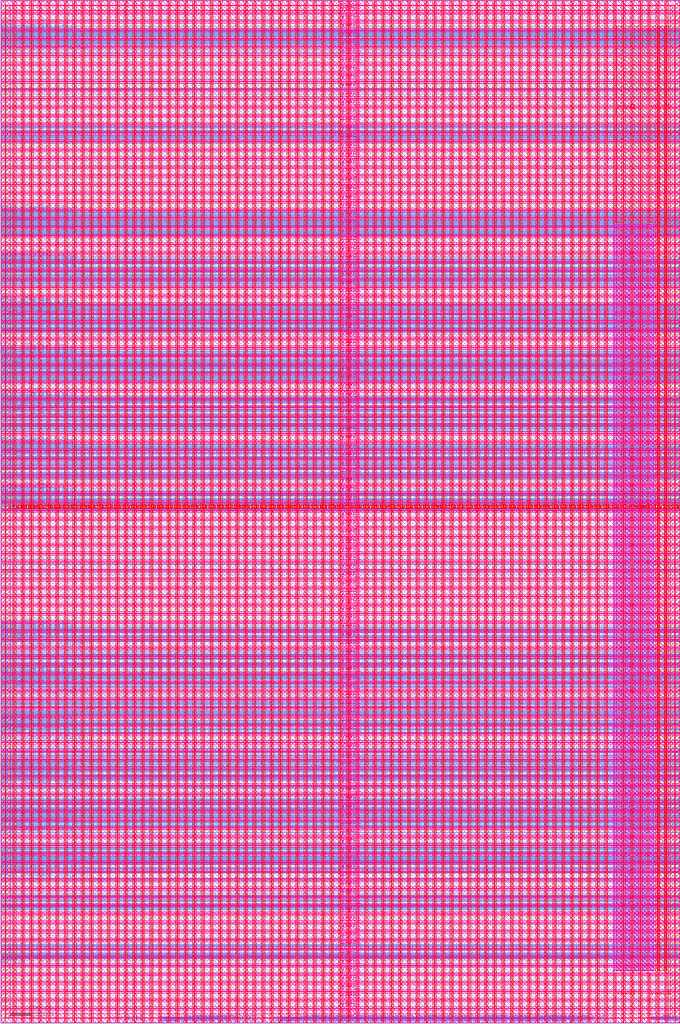
<source format=lef>
VERSION 5.7 ;
  NOWIREEXTENSIONATPIN ON ;
  DIVIDERCHAR "/" ;
  BUSBITCHARS "[]" ;
MACRO openframe_project_wrapper
  CLASS BLOCK ;
  FOREIGN openframe_project_wrapper ;
  ORIGIN 0.000 0.000 ;
  SIZE 3166.630 BY 4766.630 ;
  PIN analog_io[0]
    DIRECTION INOUT ;
    USE SIGNAL ;
    PORT
      LAYER met3 ;
        RECT 3166.330 306.190 3168.630 306.830 ;
    END
  END analog_io[0]
  PIN analog_io[10]
    DIRECTION INOUT ;
    USE SIGNAL ;
    PORT
      LAYER met3 ;
        RECT 3166.330 3222.190 3168.630 3222.830 ;
    END
  END analog_io[10]
  PIN analog_io[11]
    DIRECTION INOUT ;
    USE SIGNAL ;
    PORT
      LAYER met3 ;
        RECT 3166.330 3447.190 3168.630 3447.830 ;
    END
  END analog_io[11]
  PIN analog_io[12]
    DIRECTION INOUT ;
    USE SIGNAL ;
    PORT
      LAYER met3 ;
        RECT 3166.330 3672.190 3168.630 3672.830 ;
    END
  END analog_io[12]
  PIN analog_io[13]
    DIRECTION INOUT ;
    USE SIGNAL ;
    PORT
      LAYER met3 ;
        RECT 3166.330 4118.190 3168.630 4118.830 ;
    END
  END analog_io[13]
  PIN analog_io[14]
    DIRECTION INOUT ;
    USE SIGNAL ;
    PORT
      LAYER met3 ;
        RECT 3166.330 4564.190 3168.630 4564.830 ;
    END
  END analog_io[14]
  PIN analog_io[15]
    DIRECTION INOUT ;
    USE SIGNAL ;
    PORT
      LAYER met2 ;
        RECT 2981.800 4766.350 2982.440 4768.630 ;
    END
  END analog_io[15]
  PIN analog_io[16]
    DIRECTION INOUT ;
    USE SIGNAL ;
    PORT
      LAYER met2 ;
        RECT 2472.800 4766.350 2473.440 4768.630 ;
    END
  END analog_io[16]
  PIN analog_io[17]
    DIRECTION INOUT ;
    USE SIGNAL ;
    PORT
      LAYER met2 ;
        RECT 2215.800 4766.350 2216.440 4768.630 ;
    END
  END analog_io[17]
  PIN analog_io[18]
    DIRECTION INOUT ;
    USE SIGNAL ;
    PORT
      LAYER met2 ;
        RECT 1770.800 4766.350 1771.440 4768.630 ;
    END
  END analog_io[18]
  PIN analog_io[19]
    DIRECTION INOUT ;
    USE SIGNAL ;
    PORT
      LAYER met2 ;
        RECT 1261.800 4766.350 1262.440 4768.630 ;
    END
  END analog_io[19]
  PIN analog_io[1]
    DIRECTION INOUT ;
    USE SIGNAL ;
    PORT
      LAYER met3 ;
        RECT 3166.330 532.190 3168.630 532.830 ;
    END
  END analog_io[1]
  PIN analog_io[20]
    DIRECTION INOUT ;
    USE SIGNAL ;
    PORT
      LAYER met2 ;
        RECT 1003.800 4766.350 1004.440 4768.630 ;
    END
  END analog_io[20]
  PIN analog_io[21]
    DIRECTION INOUT ;
    USE SIGNAL ;
    PORT
      LAYER met2 ;
        RECT 746.800 4766.350 747.440 4768.630 ;
    END
  END analog_io[21]
  PIN analog_io[22]
    DIRECTION INOUT ;
    USE SIGNAL ;
    PORT
      LAYER met2 ;
        RECT 489.800 4766.350 490.440 4768.630 ;
    END
  END analog_io[22]
  PIN analog_io[23]
    DIRECTION INOUT ;
    USE SIGNAL ;
    PORT
      LAYER met2 ;
        RECT 232.800 4766.350 233.440 4768.630 ;
    END
  END analog_io[23]
  PIN analog_io[24]
    DIRECTION INOUT ;
    USE SIGNAL ;
    PORT
      LAYER met3 ;
        RECT -2.000 4622.800 0.300 4623.440 ;
    END
  END analog_io[24]
  PIN analog_io[25]
    DIRECTION INOUT ;
    USE SIGNAL ;
    PORT
      LAYER met3 ;
        RECT -2.000 3773.800 0.300 3774.440 ;
    END
  END analog_io[25]
  PIN analog_io[26]
    DIRECTION INOUT ;
    USE SIGNAL ;
    PORT
      LAYER met3 ;
        RECT -2.000 3557.800 0.300 3558.440 ;
    END
  END analog_io[26]
  PIN analog_io[27]
    DIRECTION INOUT ;
    USE SIGNAL ;
    PORT
      LAYER met3 ;
        RECT -2.000 3341.800 0.300 3342.440 ;
    END
  END analog_io[27]
  PIN analog_io[28]
    DIRECTION INOUT ;
    USE SIGNAL ;
    PORT
      LAYER met3 ;
        RECT -2.000 3125.800 0.300 3126.440 ;
    END
  END analog_io[28]
  PIN analog_io[29]
    DIRECTION INOUT ;
    USE SIGNAL ;
    PORT
      LAYER met3 ;
        RECT -2.000 2909.800 0.300 2910.440 ;
    END
  END analog_io[29]
  PIN analog_io[2]
    DIRECTION INOUT ;
    USE SIGNAL ;
    PORT
      LAYER met3 ;
        RECT 3166.330 757.190 3168.630 757.830 ;
    END
  END analog_io[2]
  PIN analog_io[30]
    DIRECTION INOUT ;
    USE SIGNAL ;
    PORT
      LAYER met3 ;
        RECT -2.000 2693.800 0.300 2694.440 ;
    END
  END analog_io[30]
  PIN analog_io[31]
    DIRECTION INOUT ;
    USE SIGNAL ;
    PORT
      LAYER met3 ;
        RECT -2.000 2477.800 0.300 2478.440 ;
    END
  END analog_io[31]
  PIN analog_io[32]
    DIRECTION INOUT ;
    USE SIGNAL ;
    PORT
      LAYER met3 ;
        RECT -2.000 1839.800 0.300 1840.440 ;
    END
  END analog_io[32]
  PIN analog_io[33]
    DIRECTION INOUT ;
    USE SIGNAL ;
    PORT
      LAYER met3 ;
        RECT -2.000 1623.800 0.300 1624.440 ;
    END
  END analog_io[33]
  PIN analog_io[34]
    DIRECTION INOUT ;
    USE SIGNAL ;
    PORT
      LAYER met3 ;
        RECT -2.000 1407.800 0.300 1408.440 ;
    END
  END analog_io[34]
  PIN analog_io[35]
    DIRECTION INOUT ;
    USE SIGNAL ;
    PORT
      LAYER met3 ;
        RECT -2.000 1191.800 0.300 1192.440 ;
    END
  END analog_io[35]
  PIN analog_io[36]
    DIRECTION INOUT ;
    USE SIGNAL ;
    PORT
      LAYER met3 ;
        RECT -2.000 975.800 0.300 976.440 ;
    END
  END analog_io[36]
  PIN analog_io[37]
    DIRECTION INOUT ;
    USE SIGNAL ;
    PORT
      LAYER met3 ;
        RECT -2.000 759.800 0.300 760.440 ;
    END
  END analog_io[37]
  PIN analog_io[38]
    DIRECTION INOUT ;
    USE SIGNAL ;
    PORT
      LAYER met2 ;
        RECT 738.190 -2.000 738.830 0.280 ;
    END
  END analog_io[38]
  PIN analog_io[39]
    DIRECTION INOUT ;
    USE SIGNAL ;
    PORT
      LAYER met2 ;
        RECT 1281.190 -2.000 1281.830 0.280 ;
    END
  END analog_io[39]
  PIN analog_io[3]
    DIRECTION INOUT ;
    USE SIGNAL ;
    PORT
      LAYER met3 ;
        RECT 3166.330 983.190 3168.630 983.830 ;
    END
  END analog_io[3]
  PIN analog_io[40]
    DIRECTION INOUT ;
    USE SIGNAL ;
    PORT
      LAYER met2 ;
        RECT 1555.190 -2.000 1555.830 0.280 ;
    END
  END analog_io[40]
  PIN analog_io[41]
    DIRECTION INOUT ;
    USE SIGNAL ;
    PORT
      LAYER met2 ;
        RECT 1829.190 -2.000 1829.830 0.280 ;
    END
  END analog_io[41]
  PIN analog_io[42]
    DIRECTION INOUT ;
    USE SIGNAL ;
    PORT
      LAYER met2 ;
        RECT 2103.190 -2.000 2103.830 0.280 ;
    END
  END analog_io[42]
  PIN analog_io[43]
    DIRECTION INOUT ;
    USE SIGNAL ;
    PORT
      LAYER met2 ;
        RECT 2377.190 -2.000 2377.830 0.280 ;
    END
  END analog_io[43]
  PIN analog_io[4]
    DIRECTION INOUT ;
    USE SIGNAL ;
    PORT
      LAYER met3 ;
        RECT 3166.330 1208.190 3168.630 1208.830 ;
    END
  END analog_io[4]
  PIN analog_io[5]
    DIRECTION INOUT ;
    USE SIGNAL ;
    PORT
      LAYER met3 ;
        RECT 3166.330 1433.190 3168.630 1433.830 ;
    END
  END analog_io[5]
  PIN analog_io[6]
    DIRECTION INOUT ;
    USE SIGNAL ;
    PORT
      LAYER met3 ;
        RECT 3166.330 1659.190 3168.630 1659.830 ;
    END
  END analog_io[6]
  PIN analog_io[7]
    DIRECTION INOUT ;
    USE SIGNAL ;
    PORT
      LAYER met3 ;
        RECT 3166.330 2545.190 3168.630 2545.830 ;
    END
  END analog_io[7]
  PIN analog_io[8]
    DIRECTION INOUT ;
    USE SIGNAL ;
    PORT
      LAYER met3 ;
        RECT 3166.330 2771.190 3168.630 2771.830 ;
    END
  END analog_io[8]
  PIN analog_io[9]
    DIRECTION INOUT ;
    USE SIGNAL ;
    PORT
      LAYER met3 ;
        RECT 3166.330 2996.190 3168.630 2996.830 ;
    END
  END analog_io[9]
  PIN analog_noesd_io[0]
    DIRECTION INOUT ;
    USE SIGNAL ;
    PORT
      LAYER met3 ;
        RECT 3166.330 315.175 3168.630 316.245 ;
    END
  END analog_noesd_io[0]
  PIN analog_noesd_io[10]
    DIRECTION INOUT ;
    USE SIGNAL ;
    PORT
      LAYER met3 ;
        RECT 3166.330 3231.175 3168.630 3232.245 ;
    END
  END analog_noesd_io[10]
  PIN analog_noesd_io[11]
    DIRECTION INOUT ;
    USE SIGNAL ;
    PORT
      LAYER met3 ;
        RECT 3166.330 3456.175 3168.630 3457.245 ;
    END
  END analog_noesd_io[11]
  PIN analog_noesd_io[12]
    DIRECTION INOUT ;
    USE SIGNAL ;
    PORT
      LAYER met3 ;
        RECT 3166.330 3681.175 3168.630 3682.245 ;
    END
  END analog_noesd_io[12]
  PIN analog_noesd_io[13]
    DIRECTION INOUT ;
    USE SIGNAL ;
    PORT
      LAYER met3 ;
        RECT 3166.330 4127.175 3168.630 4128.245 ;
    END
  END analog_noesd_io[13]
  PIN analog_noesd_io[14]
    DIRECTION INOUT ;
    USE SIGNAL ;
    PORT
      LAYER met3 ;
        RECT 3166.330 4573.175 3168.630 4574.245 ;
    END
  END analog_noesd_io[14]
  PIN analog_noesd_io[15]
    DIRECTION INOUT ;
    USE SIGNAL ;
    PORT
      LAYER met2 ;
        RECT 2972.385 4766.350 2973.455 4768.630 ;
    END
  END analog_noesd_io[15]
  PIN analog_noesd_io[16]
    DIRECTION INOUT ;
    USE SIGNAL ;
    PORT
      LAYER met2 ;
        RECT 2463.385 4766.350 2464.455 4768.630 ;
    END
  END analog_noesd_io[16]
  PIN analog_noesd_io[17]
    DIRECTION INOUT ;
    USE SIGNAL ;
    PORT
      LAYER met2 ;
        RECT 2206.385 4766.350 2207.455 4768.630 ;
    END
  END analog_noesd_io[17]
  PIN analog_noesd_io[18]
    DIRECTION INOUT ;
    USE SIGNAL ;
    PORT
      LAYER met2 ;
        RECT 1761.385 4766.350 1762.455 4768.630 ;
    END
  END analog_noesd_io[18]
  PIN analog_noesd_io[19]
    DIRECTION INOUT ;
    USE SIGNAL ;
    PORT
      LAYER met2 ;
        RECT 1252.385 4766.350 1253.455 4768.630 ;
    END
  END analog_noesd_io[19]
  PIN analog_noesd_io[1]
    DIRECTION INOUT ;
    USE SIGNAL ;
    PORT
      LAYER met3 ;
        RECT 3166.330 541.175 3168.630 542.245 ;
    END
  END analog_noesd_io[1]
  PIN analog_noesd_io[20]
    DIRECTION INOUT ;
    USE SIGNAL ;
    PORT
      LAYER met2 ;
        RECT 994.385 4766.350 995.455 4768.630 ;
    END
  END analog_noesd_io[20]
  PIN analog_noesd_io[21]
    DIRECTION INOUT ;
    USE SIGNAL ;
    PORT
      LAYER met2 ;
        RECT 737.385 4766.350 738.455 4768.630 ;
    END
  END analog_noesd_io[21]
  PIN analog_noesd_io[22]
    DIRECTION INOUT ;
    USE SIGNAL ;
    PORT
      LAYER met2 ;
        RECT 480.385 4766.350 481.455 4768.630 ;
    END
  END analog_noesd_io[22]
  PIN analog_noesd_io[23]
    DIRECTION INOUT ;
    USE SIGNAL ;
    PORT
      LAYER met2 ;
        RECT 223.385 4766.350 224.455 4768.630 ;
    END
  END analog_noesd_io[23]
  PIN analog_noesd_io[24]
    DIRECTION INOUT ;
    USE SIGNAL ;
    PORT
      LAYER met3 ;
        RECT -2.000 4613.385 0.300 4614.455 ;
    END
  END analog_noesd_io[24]
  PIN analog_noesd_io[25]
    DIRECTION INOUT ;
    USE SIGNAL ;
    PORT
      LAYER met3 ;
        RECT -2.000 3764.385 0.300 3765.455 ;
    END
  END analog_noesd_io[25]
  PIN analog_noesd_io[26]
    DIRECTION INOUT ;
    USE SIGNAL ;
    PORT
      LAYER met3 ;
        RECT -2.000 3548.385 0.300 3549.455 ;
    END
  END analog_noesd_io[26]
  PIN analog_noesd_io[27]
    DIRECTION INOUT ;
    USE SIGNAL ;
    PORT
      LAYER met3 ;
        RECT -2.000 3332.385 0.300 3333.455 ;
    END
  END analog_noesd_io[27]
  PIN analog_noesd_io[28]
    DIRECTION INOUT ;
    USE SIGNAL ;
    PORT
      LAYER met3 ;
        RECT -2.000 3116.385 0.300 3117.455 ;
    END
  END analog_noesd_io[28]
  PIN analog_noesd_io[29]
    DIRECTION INOUT ;
    USE SIGNAL ;
    PORT
      LAYER met3 ;
        RECT -2.000 2900.385 0.300 2901.455 ;
    END
  END analog_noesd_io[29]
  PIN analog_noesd_io[2]
    DIRECTION INOUT ;
    USE SIGNAL ;
    PORT
      LAYER met3 ;
        RECT 3166.330 766.175 3168.630 767.245 ;
    END
  END analog_noesd_io[2]
  PIN analog_noesd_io[30]
    DIRECTION INOUT ;
    USE SIGNAL ;
    PORT
      LAYER met3 ;
        RECT -2.000 2684.385 0.300 2685.455 ;
    END
  END analog_noesd_io[30]
  PIN analog_noesd_io[31]
    DIRECTION INOUT ;
    USE SIGNAL ;
    PORT
      LAYER met3 ;
        RECT -2.000 2468.385 0.300 2469.455 ;
    END
  END analog_noesd_io[31]
  PIN analog_noesd_io[32]
    DIRECTION INOUT ;
    USE SIGNAL ;
    PORT
      LAYER met3 ;
        RECT -2.000 1830.385 0.300 1831.455 ;
    END
  END analog_noesd_io[32]
  PIN analog_noesd_io[33]
    DIRECTION INOUT ;
    USE SIGNAL ;
    PORT
      LAYER met3 ;
        RECT -2.000 1614.385 0.300 1615.455 ;
    END
  END analog_noesd_io[33]
  PIN analog_noesd_io[34]
    DIRECTION INOUT ;
    USE SIGNAL ;
    PORT
      LAYER met3 ;
        RECT -2.000 1398.385 0.300 1399.455 ;
    END
  END analog_noesd_io[34]
  PIN analog_noesd_io[35]
    DIRECTION INOUT ;
    USE SIGNAL ;
    PORT
      LAYER met3 ;
        RECT -2.000 1182.385 0.300 1183.455 ;
    END
  END analog_noesd_io[35]
  PIN analog_noesd_io[36]
    DIRECTION INOUT ;
    USE SIGNAL ;
    PORT
      LAYER met3 ;
        RECT -2.000 966.385 0.300 967.455 ;
    END
  END analog_noesd_io[36]
  PIN analog_noesd_io[37]
    DIRECTION INOUT ;
    USE SIGNAL ;
    PORT
      LAYER met3 ;
        RECT -2.000 750.385 0.300 751.455 ;
    END
  END analog_noesd_io[37]
  PIN analog_noesd_io[38]
    DIRECTION INOUT ;
    USE SIGNAL ;
    PORT
      LAYER met2 ;
        RECT 747.175 -2.000 748.245 0.280 ;
    END
  END analog_noesd_io[38]
  PIN analog_noesd_io[39]
    DIRECTION INOUT ;
    USE SIGNAL ;
    PORT
      LAYER met2 ;
        RECT 1290.175 -2.000 1291.245 0.280 ;
    END
  END analog_noesd_io[39]
  PIN analog_noesd_io[3]
    DIRECTION INOUT ;
    USE SIGNAL ;
    PORT
      LAYER met3 ;
        RECT 3166.330 992.175 3168.630 993.245 ;
    END
  END analog_noesd_io[3]
  PIN analog_noesd_io[40]
    DIRECTION INOUT ;
    USE SIGNAL ;
    PORT
      LAYER met2 ;
        RECT 1564.175 -2.000 1565.245 0.280 ;
    END
  END analog_noesd_io[40]
  PIN analog_noesd_io[41]
    DIRECTION INOUT ;
    USE SIGNAL ;
    PORT
      LAYER met2 ;
        RECT 1838.175 -2.000 1839.245 0.280 ;
    END
  END analog_noesd_io[41]
  PIN analog_noesd_io[42]
    DIRECTION INOUT ;
    USE SIGNAL ;
    PORT
      LAYER met2 ;
        RECT 2112.175 -2.000 2113.245 0.280 ;
    END
  END analog_noesd_io[42]
  PIN analog_noesd_io[43]
    DIRECTION INOUT ;
    USE SIGNAL ;
    PORT
      LAYER met2 ;
        RECT 2386.175 -2.000 2387.245 0.280 ;
    END
  END analog_noesd_io[43]
  PIN analog_noesd_io[4]
    DIRECTION INOUT ;
    USE SIGNAL ;
    PORT
      LAYER met3 ;
        RECT 3166.330 1217.175 3168.630 1218.245 ;
    END
  END analog_noesd_io[4]
  PIN analog_noesd_io[5]
    DIRECTION INOUT ;
    USE SIGNAL ;
    PORT
      LAYER met3 ;
        RECT 3166.330 1442.175 3168.630 1443.245 ;
    END
  END analog_noesd_io[5]
  PIN analog_noesd_io[6]
    DIRECTION INOUT ;
    USE SIGNAL ;
    PORT
      LAYER met3 ;
        RECT 3166.330 1668.175 3168.630 1669.245 ;
    END
  END analog_noesd_io[6]
  PIN analog_noesd_io[7]
    DIRECTION INOUT ;
    USE SIGNAL ;
    PORT
      LAYER met3 ;
        RECT 3166.330 2554.175 3168.630 2555.245 ;
    END
  END analog_noesd_io[7]
  PIN analog_noesd_io[8]
    DIRECTION INOUT ;
    USE SIGNAL ;
    PORT
      LAYER met3 ;
        RECT 3166.330 2780.175 3168.630 2781.245 ;
    END
  END analog_noesd_io[8]
  PIN analog_noesd_io[9]
    DIRECTION INOUT ;
    USE SIGNAL ;
    PORT
      LAYER met3 ;
        RECT 3166.330 3005.175 3168.630 3006.245 ;
    END
  END analog_noesd_io[9]
  PIN gpio_analog_en[0]
    DIRECTION OUTPUT ;
    USE SIGNAL ;
    PORT
      LAYER met3 ;
        RECT 3166.330 318.300 3168.630 318.650 ;
    END
  END gpio_analog_en[0]
  PIN gpio_analog_en[10]
    DIRECTION OUTPUT ;
    USE SIGNAL ;
    PORT
      LAYER met3 ;
        RECT 3166.330 3234.300 3168.630 3234.650 ;
    END
  END gpio_analog_en[10]
  PIN gpio_analog_en[11]
    DIRECTION OUTPUT ;
    USE SIGNAL ;
    PORT
      LAYER met3 ;
        RECT 3166.330 3459.300 3168.630 3459.650 ;
    END
  END gpio_analog_en[11]
  PIN gpio_analog_en[12]
    DIRECTION OUTPUT ;
    USE SIGNAL ;
    PORT
      LAYER met3 ;
        RECT 3166.330 3684.300 3168.630 3684.650 ;
    END
  END gpio_analog_en[12]
  PIN gpio_analog_en[13]
    DIRECTION OUTPUT ;
    USE SIGNAL ;
    PORT
      LAYER met3 ;
        RECT 3166.330 4130.300 3168.630 4130.650 ;
    END
  END gpio_analog_en[13]
  PIN gpio_analog_en[14]
    DIRECTION OUTPUT ;
    USE SIGNAL ;
    PORT
      LAYER met3 ;
        RECT 3166.330 4576.300 3168.630 4576.650 ;
    END
  END gpio_analog_en[14]
  PIN gpio_analog_en[15]
    DIRECTION OUTPUT ;
    USE SIGNAL ;
    PORT
      LAYER met2 ;
        RECT 2970.020 4766.350 2970.300 4768.630 ;
    END
  END gpio_analog_en[15]
  PIN gpio_analog_en[16]
    DIRECTION OUTPUT ;
    USE SIGNAL ;
    PORT
      LAYER met2 ;
        RECT 2461.020 4766.350 2461.300 4768.630 ;
    END
  END gpio_analog_en[16]
  PIN gpio_analog_en[17]
    DIRECTION OUTPUT ;
    USE SIGNAL ;
    PORT
      LAYER met2 ;
        RECT 2204.020 4766.350 2204.300 4768.630 ;
    END
  END gpio_analog_en[17]
  PIN gpio_analog_en[18]
    DIRECTION OUTPUT ;
    USE SIGNAL ;
    PORT
      LAYER met2 ;
        RECT 1759.020 4766.350 1759.300 4768.630 ;
    END
  END gpio_analog_en[18]
  PIN gpio_analog_en[19]
    DIRECTION OUTPUT ;
    USE SIGNAL ;
    PORT
      LAYER met2 ;
        RECT 1250.020 4766.350 1250.300 4768.630 ;
    END
  END gpio_analog_en[19]
  PIN gpio_analog_en[1]
    DIRECTION OUTPUT ;
    USE SIGNAL ;
    PORT
      LAYER met3 ;
        RECT 3166.330 544.300 3168.630 544.650 ;
    END
  END gpio_analog_en[1]
  PIN gpio_analog_en[20]
    DIRECTION OUTPUT ;
    USE SIGNAL ;
    PORT
      LAYER met2 ;
        RECT 992.020 4766.350 992.300 4768.630 ;
    END
  END gpio_analog_en[20]
  PIN gpio_analog_en[21]
    DIRECTION OUTPUT ;
    USE SIGNAL ;
    PORT
      LAYER met2 ;
        RECT 735.020 4766.350 735.300 4768.630 ;
    END
  END gpio_analog_en[21]
  PIN gpio_analog_en[22]
    DIRECTION OUTPUT ;
    USE SIGNAL ;
    PORT
      LAYER met2 ;
        RECT 478.020 4766.350 478.300 4768.630 ;
    END
  END gpio_analog_en[22]
  PIN gpio_analog_en[23]
    DIRECTION OUTPUT ;
    USE SIGNAL ;
    PORT
      LAYER met2 ;
        RECT 221.020 4766.350 221.300 4768.630 ;
    END
  END gpio_analog_en[23]
  PIN gpio_analog_en[24]
    DIRECTION OUTPUT ;
    USE SIGNAL ;
    PORT
      LAYER met3 ;
        RECT -2.000 4610.980 0.300 4611.330 ;
    END
  END gpio_analog_en[24]
  PIN gpio_analog_en[25]
    DIRECTION OUTPUT ;
    USE SIGNAL ;
    PORT
      LAYER met3 ;
        RECT -2.000 3761.980 0.300 3762.330 ;
    END
  END gpio_analog_en[25]
  PIN gpio_analog_en[26]
    DIRECTION OUTPUT ;
    USE SIGNAL ;
    PORT
      LAYER met3 ;
        RECT -2.000 3545.980 0.300 3546.330 ;
    END
  END gpio_analog_en[26]
  PIN gpio_analog_en[27]
    DIRECTION OUTPUT ;
    USE SIGNAL ;
    PORT
      LAYER met3 ;
        RECT -2.000 3329.980 0.300 3330.330 ;
    END
  END gpio_analog_en[27]
  PIN gpio_analog_en[28]
    DIRECTION OUTPUT ;
    USE SIGNAL ;
    PORT
      LAYER met3 ;
        RECT -2.000 3113.980 0.300 3114.330 ;
    END
  END gpio_analog_en[28]
  PIN gpio_analog_en[29]
    DIRECTION OUTPUT ;
    USE SIGNAL ;
    PORT
      LAYER met3 ;
        RECT -2.000 2897.980 0.300 2898.330 ;
    END
  END gpio_analog_en[29]
  PIN gpio_analog_en[2]
    DIRECTION OUTPUT ;
    USE SIGNAL ;
    PORT
      LAYER met3 ;
        RECT 3166.330 769.300 3168.630 769.650 ;
    END
  END gpio_analog_en[2]
  PIN gpio_analog_en[30]
    DIRECTION OUTPUT ;
    USE SIGNAL ;
    PORT
      LAYER met3 ;
        RECT -2.000 2681.980 0.300 2682.330 ;
    END
  END gpio_analog_en[30]
  PIN gpio_analog_en[31]
    DIRECTION OUTPUT ;
    USE SIGNAL ;
    PORT
      LAYER met3 ;
        RECT -2.000 2465.980 0.300 2466.330 ;
    END
  END gpio_analog_en[31]
  PIN gpio_analog_en[32]
    DIRECTION OUTPUT ;
    USE SIGNAL ;
    PORT
      LAYER met3 ;
        RECT -2.000 1827.980 0.300 1828.330 ;
    END
  END gpio_analog_en[32]
  PIN gpio_analog_en[33]
    DIRECTION OUTPUT ;
    USE SIGNAL ;
    PORT
      LAYER met3 ;
        RECT -2.000 1611.980 0.300 1612.330 ;
    END
  END gpio_analog_en[33]
  PIN gpio_analog_en[34]
    DIRECTION OUTPUT ;
    USE SIGNAL ;
    PORT
      LAYER met3 ;
        RECT -2.000 1395.980 0.300 1396.330 ;
    END
  END gpio_analog_en[34]
  PIN gpio_analog_en[35]
    DIRECTION OUTPUT ;
    USE SIGNAL ;
    PORT
      LAYER met3 ;
        RECT -2.000 1179.980 0.300 1180.330 ;
    END
  END gpio_analog_en[35]
  PIN gpio_analog_en[36]
    DIRECTION OUTPUT ;
    USE SIGNAL ;
    PORT
      LAYER met3 ;
        RECT -2.000 963.980 0.300 964.330 ;
    END
  END gpio_analog_en[36]
  PIN gpio_analog_en[37]
    DIRECTION OUTPUT ;
    USE SIGNAL ;
    PORT
      LAYER met3 ;
        RECT -2.000 747.980 0.300 748.330 ;
    END
  END gpio_analog_en[37]
  PIN gpio_analog_en[38]
    DIRECTION OUTPUT ;
    USE SIGNAL ;
    PORT
      LAYER met2 ;
        RECT 750.330 -2.000 750.610 0.280 ;
    END
  END gpio_analog_en[38]
  PIN gpio_analog_en[39]
    DIRECTION OUTPUT ;
    USE SIGNAL ;
    PORT
      LAYER met2 ;
        RECT 1293.330 -2.000 1293.610 0.280 ;
    END
  END gpio_analog_en[39]
  PIN gpio_analog_en[3]
    DIRECTION OUTPUT ;
    USE SIGNAL ;
    PORT
      LAYER met3 ;
        RECT 3166.330 995.300 3168.630 995.650 ;
    END
  END gpio_analog_en[3]
  PIN gpio_analog_en[40]
    DIRECTION OUTPUT ;
    USE SIGNAL ;
    PORT
      LAYER met2 ;
        RECT 1567.330 -2.000 1567.610 0.280 ;
    END
  END gpio_analog_en[40]
  PIN gpio_analog_en[41]
    DIRECTION OUTPUT ;
    USE SIGNAL ;
    PORT
      LAYER met2 ;
        RECT 1841.330 -2.000 1841.610 0.280 ;
    END
  END gpio_analog_en[41]
  PIN gpio_analog_en[42]
    DIRECTION OUTPUT ;
    USE SIGNAL ;
    PORT
      LAYER met2 ;
        RECT 2115.330 -2.000 2115.610 0.280 ;
    END
  END gpio_analog_en[42]
  PIN gpio_analog_en[43]
    DIRECTION OUTPUT ;
    USE SIGNAL ;
    PORT
      LAYER met2 ;
        RECT 2389.330 -2.000 2389.610 0.280 ;
    END
  END gpio_analog_en[43]
  PIN gpio_analog_en[4]
    DIRECTION OUTPUT ;
    USE SIGNAL ;
    PORT
      LAYER met3 ;
        RECT 3166.330 1220.300 3168.630 1220.650 ;
    END
  END gpio_analog_en[4]
  PIN gpio_analog_en[5]
    DIRECTION OUTPUT ;
    USE SIGNAL ;
    PORT
      LAYER met3 ;
        RECT 3166.330 1445.300 3168.630 1445.650 ;
    END
  END gpio_analog_en[5]
  PIN gpio_analog_en[6]
    DIRECTION OUTPUT ;
    USE SIGNAL ;
    PORT
      LAYER met3 ;
        RECT 3166.330 1671.300 3168.630 1671.650 ;
    END
  END gpio_analog_en[6]
  PIN gpio_analog_en[7]
    DIRECTION OUTPUT ;
    USE SIGNAL ;
    PORT
      LAYER met3 ;
        RECT 3166.330 2557.300 3168.630 2557.650 ;
    END
  END gpio_analog_en[7]
  PIN gpio_analog_en[8]
    DIRECTION OUTPUT ;
    USE SIGNAL ;
    PORT
      LAYER met3 ;
        RECT 3166.330 2783.300 3168.630 2783.650 ;
    END
  END gpio_analog_en[8]
  PIN gpio_analog_en[9]
    DIRECTION OUTPUT ;
    USE SIGNAL ;
    PORT
      LAYER met3 ;
        RECT 3166.330 3008.300 3168.630 3008.650 ;
    END
  END gpio_analog_en[9]
  PIN gpio_analog_pol[0]
    DIRECTION OUTPUT ;
    USE SIGNAL ;
    PORT
      LAYER met3 ;
        RECT 3166.330 324.740 3168.630 325.090 ;
    END
  END gpio_analog_pol[0]
  PIN gpio_analog_pol[10]
    DIRECTION OUTPUT ;
    USE SIGNAL ;
    PORT
      LAYER met3 ;
        RECT 3166.330 3240.740 3168.630 3241.090 ;
    END
  END gpio_analog_pol[10]
  PIN gpio_analog_pol[11]
    DIRECTION OUTPUT ;
    USE SIGNAL ;
    PORT
      LAYER met3 ;
        RECT 3166.330 3465.740 3168.630 3466.090 ;
    END
  END gpio_analog_pol[11]
  PIN gpio_analog_pol[12]
    DIRECTION OUTPUT ;
    USE SIGNAL ;
    PORT
      LAYER met3 ;
        RECT 3166.330 3690.740 3168.630 3691.090 ;
    END
  END gpio_analog_pol[12]
  PIN gpio_analog_pol[13]
    DIRECTION OUTPUT ;
    USE SIGNAL ;
    PORT
      LAYER met3 ;
        RECT 3166.330 4136.740 3168.630 4137.090 ;
    END
  END gpio_analog_pol[13]
  PIN gpio_analog_pol[14]
    DIRECTION OUTPUT ;
    USE SIGNAL ;
    PORT
      LAYER met3 ;
        RECT 3166.330 4582.740 3168.630 4583.090 ;
    END
  END gpio_analog_pol[14]
  PIN gpio_analog_pol[15]
    DIRECTION OUTPUT ;
    USE SIGNAL ;
    PORT
      LAYER met2 ;
        RECT 2963.580 4766.350 2963.860 4768.630 ;
    END
  END gpio_analog_pol[15]
  PIN gpio_analog_pol[16]
    DIRECTION OUTPUT ;
    USE SIGNAL ;
    PORT
      LAYER met2 ;
        RECT 2454.580 4766.350 2454.860 4768.630 ;
    END
  END gpio_analog_pol[16]
  PIN gpio_analog_pol[17]
    DIRECTION OUTPUT ;
    USE SIGNAL ;
    PORT
      LAYER met2 ;
        RECT 2197.580 4766.350 2197.860 4768.630 ;
    END
  END gpio_analog_pol[17]
  PIN gpio_analog_pol[18]
    DIRECTION OUTPUT ;
    USE SIGNAL ;
    PORT
      LAYER met2 ;
        RECT 1752.580 4766.350 1752.860 4768.630 ;
    END
  END gpio_analog_pol[18]
  PIN gpio_analog_pol[19]
    DIRECTION OUTPUT ;
    USE SIGNAL ;
    PORT
      LAYER met2 ;
        RECT 1243.580 4766.350 1243.860 4768.630 ;
    END
  END gpio_analog_pol[19]
  PIN gpio_analog_pol[1]
    DIRECTION OUTPUT ;
    USE SIGNAL ;
    PORT
      LAYER met3 ;
        RECT 3166.330 550.740 3168.630 551.090 ;
    END
  END gpio_analog_pol[1]
  PIN gpio_analog_pol[20]
    DIRECTION OUTPUT ;
    USE SIGNAL ;
    PORT
      LAYER met2 ;
        RECT 985.580 4766.350 985.860 4768.630 ;
    END
  END gpio_analog_pol[20]
  PIN gpio_analog_pol[21]
    DIRECTION OUTPUT ;
    USE SIGNAL ;
    PORT
      LAYER met2 ;
        RECT 728.580 4766.350 728.860 4768.630 ;
    END
  END gpio_analog_pol[21]
  PIN gpio_analog_pol[22]
    DIRECTION OUTPUT ;
    USE SIGNAL ;
    PORT
      LAYER met2 ;
        RECT 471.580 4766.350 471.860 4768.630 ;
    END
  END gpio_analog_pol[22]
  PIN gpio_analog_pol[23]
    DIRECTION OUTPUT ;
    USE SIGNAL ;
    PORT
      LAYER met2 ;
        RECT 214.580 4766.350 214.860 4768.630 ;
    END
  END gpio_analog_pol[23]
  PIN gpio_analog_pol[24]
    DIRECTION OUTPUT ;
    USE SIGNAL ;
    PORT
      LAYER met3 ;
        RECT -2.000 4604.540 0.300 4604.890 ;
    END
  END gpio_analog_pol[24]
  PIN gpio_analog_pol[25]
    DIRECTION OUTPUT ;
    USE SIGNAL ;
    PORT
      LAYER met3 ;
        RECT -2.000 3755.540 0.300 3755.890 ;
    END
  END gpio_analog_pol[25]
  PIN gpio_analog_pol[26]
    DIRECTION OUTPUT ;
    USE SIGNAL ;
    PORT
      LAYER met3 ;
        RECT -2.000 3539.540 0.300 3539.890 ;
    END
  END gpio_analog_pol[26]
  PIN gpio_analog_pol[27]
    DIRECTION OUTPUT ;
    USE SIGNAL ;
    PORT
      LAYER met3 ;
        RECT -2.000 3323.540 0.300 3323.890 ;
    END
  END gpio_analog_pol[27]
  PIN gpio_analog_pol[28]
    DIRECTION OUTPUT ;
    USE SIGNAL ;
    PORT
      LAYER met3 ;
        RECT -2.000 3107.540 0.300 3107.890 ;
    END
  END gpio_analog_pol[28]
  PIN gpio_analog_pol[29]
    DIRECTION OUTPUT ;
    USE SIGNAL ;
    PORT
      LAYER met3 ;
        RECT -2.000 2891.540 0.300 2891.890 ;
    END
  END gpio_analog_pol[29]
  PIN gpio_analog_pol[2]
    DIRECTION OUTPUT ;
    USE SIGNAL ;
    PORT
      LAYER met3 ;
        RECT 3166.330 775.740 3168.630 776.090 ;
    END
  END gpio_analog_pol[2]
  PIN gpio_analog_pol[30]
    DIRECTION OUTPUT ;
    USE SIGNAL ;
    PORT
      LAYER met3 ;
        RECT -2.000 2675.540 0.300 2675.890 ;
    END
  END gpio_analog_pol[30]
  PIN gpio_analog_pol[31]
    DIRECTION OUTPUT ;
    USE SIGNAL ;
    PORT
      LAYER met3 ;
        RECT -2.000 2459.540 0.300 2459.890 ;
    END
  END gpio_analog_pol[31]
  PIN gpio_analog_pol[32]
    DIRECTION OUTPUT ;
    USE SIGNAL ;
    PORT
      LAYER met3 ;
        RECT -2.000 1821.540 0.300 1821.890 ;
    END
  END gpio_analog_pol[32]
  PIN gpio_analog_pol[33]
    DIRECTION OUTPUT ;
    USE SIGNAL ;
    PORT
      LAYER met3 ;
        RECT -2.000 1605.540 0.300 1605.890 ;
    END
  END gpio_analog_pol[33]
  PIN gpio_analog_pol[34]
    DIRECTION OUTPUT ;
    USE SIGNAL ;
    PORT
      LAYER met3 ;
        RECT -2.000 1389.540 0.300 1389.890 ;
    END
  END gpio_analog_pol[34]
  PIN gpio_analog_pol[35]
    DIRECTION OUTPUT ;
    USE SIGNAL ;
    PORT
      LAYER met3 ;
        RECT -2.000 1173.540 0.300 1173.890 ;
    END
  END gpio_analog_pol[35]
  PIN gpio_analog_pol[36]
    DIRECTION OUTPUT ;
    USE SIGNAL ;
    PORT
      LAYER met3 ;
        RECT -2.000 957.540 0.300 957.890 ;
    END
  END gpio_analog_pol[36]
  PIN gpio_analog_pol[37]
    DIRECTION OUTPUT ;
    USE SIGNAL ;
    PORT
      LAYER met3 ;
        RECT -2.000 741.540 0.300 741.890 ;
    END
  END gpio_analog_pol[37]
  PIN gpio_analog_pol[38]
    DIRECTION OUTPUT ;
    USE SIGNAL ;
    PORT
      LAYER met2 ;
        RECT 756.770 -2.000 757.050 0.280 ;
    END
  END gpio_analog_pol[38]
  PIN gpio_analog_pol[39]
    DIRECTION OUTPUT ;
    USE SIGNAL ;
    PORT
      LAYER met2 ;
        RECT 1299.770 -2.000 1300.050 0.280 ;
    END
  END gpio_analog_pol[39]
  PIN gpio_analog_pol[3]
    DIRECTION OUTPUT ;
    USE SIGNAL ;
    PORT
      LAYER met3 ;
        RECT 3166.330 1001.740 3168.630 1002.090 ;
    END
  END gpio_analog_pol[3]
  PIN gpio_analog_pol[40]
    DIRECTION OUTPUT ;
    USE SIGNAL ;
    PORT
      LAYER met2 ;
        RECT 1573.770 -2.000 1574.050 0.280 ;
    END
  END gpio_analog_pol[40]
  PIN gpio_analog_pol[41]
    DIRECTION OUTPUT ;
    USE SIGNAL ;
    PORT
      LAYER met2 ;
        RECT 1847.770 -2.000 1848.050 0.280 ;
    END
  END gpio_analog_pol[41]
  PIN gpio_analog_pol[42]
    DIRECTION OUTPUT ;
    USE SIGNAL ;
    PORT
      LAYER met2 ;
        RECT 2121.770 -2.000 2122.050 0.280 ;
    END
  END gpio_analog_pol[42]
  PIN gpio_analog_pol[43]
    DIRECTION OUTPUT ;
    USE SIGNAL ;
    PORT
      LAYER met2 ;
        RECT 2395.770 -2.000 2396.050 0.280 ;
    END
  END gpio_analog_pol[43]
  PIN gpio_analog_pol[4]
    DIRECTION OUTPUT ;
    USE SIGNAL ;
    PORT
      LAYER met3 ;
        RECT 3166.330 1226.740 3168.630 1227.090 ;
    END
  END gpio_analog_pol[4]
  PIN gpio_analog_pol[5]
    DIRECTION OUTPUT ;
    USE SIGNAL ;
    PORT
      LAYER met3 ;
        RECT 3166.330 1451.740 3168.630 1452.090 ;
    END
  END gpio_analog_pol[5]
  PIN gpio_analog_pol[6]
    DIRECTION OUTPUT ;
    USE SIGNAL ;
    PORT
      LAYER met3 ;
        RECT 3166.330 1677.740 3168.630 1678.090 ;
    END
  END gpio_analog_pol[6]
  PIN gpio_analog_pol[7]
    DIRECTION OUTPUT ;
    USE SIGNAL ;
    PORT
      LAYER met3 ;
        RECT 3166.330 2563.740 3168.630 2564.090 ;
    END
  END gpio_analog_pol[7]
  PIN gpio_analog_pol[8]
    DIRECTION OUTPUT ;
    USE SIGNAL ;
    PORT
      LAYER met3 ;
        RECT 3166.330 2789.740 3168.630 2790.090 ;
    END
  END gpio_analog_pol[8]
  PIN gpio_analog_pol[9]
    DIRECTION OUTPUT ;
    USE SIGNAL ;
    PORT
      LAYER met3 ;
        RECT 3166.330 3014.740 3168.630 3015.090 ;
    END
  END gpio_analog_pol[9]
  PIN gpio_analog_sel[0]
    DIRECTION OUTPUT ;
    USE SIGNAL ;
    PORT
      LAYER met3 ;
        RECT 3166.330 339.920 3168.630 340.270 ;
    END
  END gpio_analog_sel[0]
  PIN gpio_analog_sel[10]
    DIRECTION OUTPUT ;
    USE SIGNAL ;
    PORT
      LAYER met3 ;
        RECT 3166.330 3255.920 3168.630 3256.270 ;
    END
  END gpio_analog_sel[10]
  PIN gpio_analog_sel[11]
    DIRECTION OUTPUT ;
    USE SIGNAL ;
    PORT
      LAYER met3 ;
        RECT 3166.330 3480.920 3168.630 3481.270 ;
    END
  END gpio_analog_sel[11]
  PIN gpio_analog_sel[12]
    DIRECTION OUTPUT ;
    USE SIGNAL ;
    PORT
      LAYER met3 ;
        RECT 3166.330 3705.920 3168.630 3706.270 ;
    END
  END gpio_analog_sel[12]
  PIN gpio_analog_sel[13]
    DIRECTION OUTPUT ;
    USE SIGNAL ;
    PORT
      LAYER met3 ;
        RECT 3166.330 4151.920 3168.630 4152.270 ;
    END
  END gpio_analog_sel[13]
  PIN gpio_analog_sel[14]
    DIRECTION OUTPUT ;
    USE SIGNAL ;
    PORT
      LAYER met3 ;
        RECT 3166.330 4597.920 3168.630 4598.270 ;
    END
  END gpio_analog_sel[14]
  PIN gpio_analog_sel[15]
    DIRECTION OUTPUT ;
    USE SIGNAL ;
    PORT
      LAYER met2 ;
        RECT 2948.400 4766.350 2948.680 4768.630 ;
    END
  END gpio_analog_sel[15]
  PIN gpio_analog_sel[16]
    DIRECTION OUTPUT ;
    USE SIGNAL ;
    PORT
      LAYER met2 ;
        RECT 2439.400 4766.350 2439.680 4768.630 ;
    END
  END gpio_analog_sel[16]
  PIN gpio_analog_sel[17]
    DIRECTION OUTPUT ;
    USE SIGNAL ;
    PORT
      LAYER met2 ;
        RECT 2182.400 4766.350 2182.680 4768.630 ;
    END
  END gpio_analog_sel[17]
  PIN gpio_analog_sel[18]
    DIRECTION OUTPUT ;
    USE SIGNAL ;
    PORT
      LAYER met2 ;
        RECT 1737.400 4766.350 1737.680 4768.630 ;
    END
  END gpio_analog_sel[18]
  PIN gpio_analog_sel[19]
    DIRECTION OUTPUT ;
    USE SIGNAL ;
    PORT
      LAYER met2 ;
        RECT 1228.400 4766.350 1228.680 4768.630 ;
    END
  END gpio_analog_sel[19]
  PIN gpio_analog_sel[1]
    DIRECTION OUTPUT ;
    USE SIGNAL ;
    PORT
      LAYER met3 ;
        RECT 3166.330 565.920 3168.630 566.270 ;
    END
  END gpio_analog_sel[1]
  PIN gpio_analog_sel[20]
    DIRECTION OUTPUT ;
    USE SIGNAL ;
    PORT
      LAYER met2 ;
        RECT 970.400 4766.350 970.680 4768.630 ;
    END
  END gpio_analog_sel[20]
  PIN gpio_analog_sel[21]
    DIRECTION OUTPUT ;
    USE SIGNAL ;
    PORT
      LAYER met2 ;
        RECT 713.400 4766.350 713.680 4768.630 ;
    END
  END gpio_analog_sel[21]
  PIN gpio_analog_sel[22]
    DIRECTION OUTPUT ;
    USE SIGNAL ;
    PORT
      LAYER met2 ;
        RECT 456.400 4766.350 456.680 4768.630 ;
    END
  END gpio_analog_sel[22]
  PIN gpio_analog_sel[23]
    DIRECTION OUTPUT ;
    USE SIGNAL ;
    PORT
      LAYER met2 ;
        RECT 199.400 4766.350 199.680 4768.630 ;
    END
  END gpio_analog_sel[23]
  PIN gpio_analog_sel[24]
    DIRECTION OUTPUT ;
    USE SIGNAL ;
    PORT
      LAYER met3 ;
        RECT -2.000 4589.360 0.300 4589.710 ;
    END
  END gpio_analog_sel[24]
  PIN gpio_analog_sel[25]
    DIRECTION OUTPUT ;
    USE SIGNAL ;
    PORT
      LAYER met3 ;
        RECT -2.000 3740.360 0.300 3740.710 ;
    END
  END gpio_analog_sel[25]
  PIN gpio_analog_sel[26]
    DIRECTION OUTPUT ;
    USE SIGNAL ;
    PORT
      LAYER met3 ;
        RECT -2.000 3524.360 0.300 3524.710 ;
    END
  END gpio_analog_sel[26]
  PIN gpio_analog_sel[27]
    DIRECTION OUTPUT ;
    USE SIGNAL ;
    PORT
      LAYER met3 ;
        RECT -2.000 3308.360 0.300 3308.710 ;
    END
  END gpio_analog_sel[27]
  PIN gpio_analog_sel[28]
    DIRECTION OUTPUT ;
    USE SIGNAL ;
    PORT
      LAYER met3 ;
        RECT -2.000 3092.360 0.300 3092.710 ;
    END
  END gpio_analog_sel[28]
  PIN gpio_analog_sel[29]
    DIRECTION OUTPUT ;
    USE SIGNAL ;
    PORT
      LAYER met3 ;
        RECT -2.000 2876.360 0.300 2876.710 ;
    END
  END gpio_analog_sel[29]
  PIN gpio_analog_sel[2]
    DIRECTION OUTPUT ;
    USE SIGNAL ;
    PORT
      LAYER met3 ;
        RECT 3166.330 790.920 3168.630 791.270 ;
    END
  END gpio_analog_sel[2]
  PIN gpio_analog_sel[30]
    DIRECTION OUTPUT ;
    USE SIGNAL ;
    PORT
      LAYER met3 ;
        RECT -2.000 2660.360 0.300 2660.710 ;
    END
  END gpio_analog_sel[30]
  PIN gpio_analog_sel[31]
    DIRECTION OUTPUT ;
    USE SIGNAL ;
    PORT
      LAYER met3 ;
        RECT -2.000 2444.360 0.300 2444.710 ;
    END
  END gpio_analog_sel[31]
  PIN gpio_analog_sel[32]
    DIRECTION OUTPUT ;
    USE SIGNAL ;
    PORT
      LAYER met3 ;
        RECT -2.000 1806.360 0.300 1806.710 ;
    END
  END gpio_analog_sel[32]
  PIN gpio_analog_sel[33]
    DIRECTION OUTPUT ;
    USE SIGNAL ;
    PORT
      LAYER met3 ;
        RECT -2.000 1590.360 0.300 1590.710 ;
    END
  END gpio_analog_sel[33]
  PIN gpio_analog_sel[34]
    DIRECTION OUTPUT ;
    USE SIGNAL ;
    PORT
      LAYER met3 ;
        RECT -2.000 1374.360 0.300 1374.710 ;
    END
  END gpio_analog_sel[34]
  PIN gpio_analog_sel[35]
    DIRECTION OUTPUT ;
    USE SIGNAL ;
    PORT
      LAYER met3 ;
        RECT -2.000 1158.360 0.300 1158.710 ;
    END
  END gpio_analog_sel[35]
  PIN gpio_analog_sel[36]
    DIRECTION OUTPUT ;
    USE SIGNAL ;
    PORT
      LAYER met3 ;
        RECT -2.000 942.360 0.300 942.710 ;
    END
  END gpio_analog_sel[36]
  PIN gpio_analog_sel[37]
    DIRECTION OUTPUT ;
    USE SIGNAL ;
    PORT
      LAYER met3 ;
        RECT -2.000 726.360 0.300 726.710 ;
    END
  END gpio_analog_sel[37]
  PIN gpio_analog_sel[38]
    DIRECTION OUTPUT ;
    USE SIGNAL ;
    PORT
      LAYER met2 ;
        RECT 771.950 -2.000 772.230 0.280 ;
    END
  END gpio_analog_sel[38]
  PIN gpio_analog_sel[39]
    DIRECTION OUTPUT ;
    USE SIGNAL ;
    PORT
      LAYER met2 ;
        RECT 1314.950 -2.000 1315.230 0.280 ;
    END
  END gpio_analog_sel[39]
  PIN gpio_analog_sel[3]
    DIRECTION OUTPUT ;
    USE SIGNAL ;
    PORT
      LAYER met3 ;
        RECT 3166.330 1016.920 3168.630 1017.270 ;
    END
  END gpio_analog_sel[3]
  PIN gpio_analog_sel[40]
    DIRECTION OUTPUT ;
    USE SIGNAL ;
    PORT
      LAYER met2 ;
        RECT 1588.950 -2.000 1589.230 0.280 ;
    END
  END gpio_analog_sel[40]
  PIN gpio_analog_sel[41]
    DIRECTION OUTPUT ;
    USE SIGNAL ;
    PORT
      LAYER met2 ;
        RECT 1862.950 -2.000 1863.230 0.280 ;
    END
  END gpio_analog_sel[41]
  PIN gpio_analog_sel[42]
    DIRECTION OUTPUT ;
    USE SIGNAL ;
    PORT
      LAYER met2 ;
        RECT 2136.950 -2.000 2137.230 0.280 ;
    END
  END gpio_analog_sel[42]
  PIN gpio_analog_sel[43]
    DIRECTION OUTPUT ;
    USE SIGNAL ;
    PORT
      LAYER met2 ;
        RECT 2410.950 -2.000 2411.230 0.280 ;
    END
  END gpio_analog_sel[43]
  PIN gpio_analog_sel[4]
    DIRECTION OUTPUT ;
    USE SIGNAL ;
    PORT
      LAYER met3 ;
        RECT 3166.330 1241.920 3168.630 1242.270 ;
    END
  END gpio_analog_sel[4]
  PIN gpio_analog_sel[5]
    DIRECTION OUTPUT ;
    USE SIGNAL ;
    PORT
      LAYER met3 ;
        RECT 3166.330 1466.920 3168.630 1467.270 ;
    END
  END gpio_analog_sel[5]
  PIN gpio_analog_sel[6]
    DIRECTION OUTPUT ;
    USE SIGNAL ;
    PORT
      LAYER met3 ;
        RECT 3166.330 1692.920 3168.630 1693.270 ;
    END
  END gpio_analog_sel[6]
  PIN gpio_analog_sel[7]
    DIRECTION OUTPUT ;
    USE SIGNAL ;
    PORT
      LAYER met3 ;
        RECT 3166.330 2578.920 3168.630 2579.270 ;
    END
  END gpio_analog_sel[7]
  PIN gpio_analog_sel[8]
    DIRECTION OUTPUT ;
    USE SIGNAL ;
    PORT
      LAYER met3 ;
        RECT 3166.330 2804.920 3168.630 2805.270 ;
    END
  END gpio_analog_sel[8]
  PIN gpio_analog_sel[9]
    DIRECTION OUTPUT ;
    USE SIGNAL ;
    PORT
      LAYER met3 ;
        RECT 3166.330 3029.920 3168.630 3030.270 ;
    END
  END gpio_analog_sel[9]
  PIN gpio_dm0[0]
    DIRECTION OUTPUT ;
    USE SIGNAL ;
    PORT
      LAYER met3 ;
        RECT 3166.330 321.520 3168.630 321.870 ;
    END
  END gpio_dm0[0]
  PIN gpio_dm0[10]
    DIRECTION OUTPUT ;
    USE SIGNAL ;
    PORT
      LAYER met3 ;
        RECT 3166.330 3237.520 3168.630 3237.870 ;
    END
  END gpio_dm0[10]
  PIN gpio_dm0[11]
    DIRECTION OUTPUT ;
    USE SIGNAL ;
    PORT
      LAYER met3 ;
        RECT 3166.330 3462.520 3168.630 3462.870 ;
    END
  END gpio_dm0[11]
  PIN gpio_dm0[12]
    DIRECTION OUTPUT ;
    USE SIGNAL ;
    PORT
      LAYER met3 ;
        RECT 3166.330 3687.520 3168.630 3687.870 ;
    END
  END gpio_dm0[12]
  PIN gpio_dm0[13]
    DIRECTION OUTPUT ;
    USE SIGNAL ;
    PORT
      LAYER met3 ;
        RECT 3166.330 4133.520 3168.630 4133.870 ;
    END
  END gpio_dm0[13]
  PIN gpio_dm0[14]
    DIRECTION OUTPUT ;
    USE SIGNAL ;
    PORT
      LAYER met3 ;
        RECT 3166.330 4579.520 3168.630 4579.870 ;
    END
  END gpio_dm0[14]
  PIN gpio_dm0[15]
    DIRECTION OUTPUT ;
    USE SIGNAL ;
    PORT
      LAYER met2 ;
        RECT 2966.800 4766.350 2967.080 4768.630 ;
    END
  END gpio_dm0[15]
  PIN gpio_dm0[16]
    DIRECTION OUTPUT ;
    USE SIGNAL ;
    PORT
      LAYER met2 ;
        RECT 2457.800 4766.350 2458.080 4768.630 ;
    END
  END gpio_dm0[16]
  PIN gpio_dm0[17]
    DIRECTION OUTPUT ;
    USE SIGNAL ;
    PORT
      LAYER met2 ;
        RECT 2200.800 4766.350 2201.080 4768.630 ;
    END
  END gpio_dm0[17]
  PIN gpio_dm0[18]
    DIRECTION OUTPUT ;
    USE SIGNAL ;
    PORT
      LAYER met2 ;
        RECT 1755.800 4766.350 1756.080 4768.630 ;
    END
  END gpio_dm0[18]
  PIN gpio_dm0[19]
    DIRECTION OUTPUT ;
    USE SIGNAL ;
    PORT
      LAYER met2 ;
        RECT 1246.800 4766.350 1247.080 4768.630 ;
    END
  END gpio_dm0[19]
  PIN gpio_dm0[1]
    DIRECTION OUTPUT ;
    USE SIGNAL ;
    PORT
      LAYER met3 ;
        RECT 3166.330 547.520 3168.630 547.870 ;
    END
  END gpio_dm0[1]
  PIN gpio_dm0[20]
    DIRECTION OUTPUT ;
    USE SIGNAL ;
    PORT
      LAYER met2 ;
        RECT 988.800 4766.350 989.080 4768.630 ;
    END
  END gpio_dm0[20]
  PIN gpio_dm0[21]
    DIRECTION OUTPUT ;
    USE SIGNAL ;
    PORT
      LAYER met2 ;
        RECT 731.800 4766.350 732.080 4768.630 ;
    END
  END gpio_dm0[21]
  PIN gpio_dm0[22]
    DIRECTION OUTPUT ;
    USE SIGNAL ;
    PORT
      LAYER met2 ;
        RECT 474.800 4766.350 475.080 4768.630 ;
    END
  END gpio_dm0[22]
  PIN gpio_dm0[23]
    DIRECTION OUTPUT ;
    USE SIGNAL ;
    PORT
      LAYER met2 ;
        RECT 217.800 4766.350 218.080 4768.630 ;
    END
  END gpio_dm0[23]
  PIN gpio_dm0[24]
    DIRECTION OUTPUT ;
    USE SIGNAL ;
    PORT
      LAYER met3 ;
        RECT -2.000 4607.760 0.300 4608.110 ;
    END
  END gpio_dm0[24]
  PIN gpio_dm0[25]
    DIRECTION OUTPUT ;
    USE SIGNAL ;
    PORT
      LAYER met3 ;
        RECT -2.000 3758.760 0.300 3759.110 ;
    END
  END gpio_dm0[25]
  PIN gpio_dm0[26]
    DIRECTION OUTPUT ;
    USE SIGNAL ;
    PORT
      LAYER met3 ;
        RECT -2.000 3542.760 0.300 3543.110 ;
    END
  END gpio_dm0[26]
  PIN gpio_dm0[27]
    DIRECTION OUTPUT ;
    USE SIGNAL ;
    PORT
      LAYER met3 ;
        RECT -2.000 3326.760 0.300 3327.110 ;
    END
  END gpio_dm0[27]
  PIN gpio_dm0[28]
    DIRECTION OUTPUT ;
    USE SIGNAL ;
    PORT
      LAYER met3 ;
        RECT -2.000 3110.760 0.300 3111.110 ;
    END
  END gpio_dm0[28]
  PIN gpio_dm0[29]
    DIRECTION OUTPUT ;
    USE SIGNAL ;
    PORT
      LAYER met3 ;
        RECT -2.000 2894.760 0.300 2895.110 ;
    END
  END gpio_dm0[29]
  PIN gpio_dm0[2]
    DIRECTION OUTPUT ;
    USE SIGNAL ;
    PORT
      LAYER met3 ;
        RECT 3166.330 772.520 3168.630 772.870 ;
    END
  END gpio_dm0[2]
  PIN gpio_dm0[30]
    DIRECTION OUTPUT ;
    USE SIGNAL ;
    PORT
      LAYER met3 ;
        RECT -2.000 2678.760 0.300 2679.110 ;
    END
  END gpio_dm0[30]
  PIN gpio_dm0[31]
    DIRECTION OUTPUT ;
    USE SIGNAL ;
    PORT
      LAYER met3 ;
        RECT -2.000 2462.760 0.300 2463.110 ;
    END
  END gpio_dm0[31]
  PIN gpio_dm0[32]
    DIRECTION OUTPUT ;
    USE SIGNAL ;
    PORT
      LAYER met3 ;
        RECT -2.000 1824.760 0.300 1825.110 ;
    END
  END gpio_dm0[32]
  PIN gpio_dm0[33]
    DIRECTION OUTPUT ;
    USE SIGNAL ;
    PORT
      LAYER met3 ;
        RECT -2.000 1608.760 0.300 1609.110 ;
    END
  END gpio_dm0[33]
  PIN gpio_dm0[34]
    DIRECTION OUTPUT ;
    USE SIGNAL ;
    PORT
      LAYER met3 ;
        RECT -2.000 1392.760 0.300 1393.110 ;
    END
  END gpio_dm0[34]
  PIN gpio_dm0[35]
    DIRECTION OUTPUT ;
    USE SIGNAL ;
    PORT
      LAYER met3 ;
        RECT -2.000 1176.760 0.300 1177.110 ;
    END
  END gpio_dm0[35]
  PIN gpio_dm0[36]
    DIRECTION OUTPUT ;
    USE SIGNAL ;
    PORT
      LAYER met3 ;
        RECT -2.000 960.760 0.300 961.110 ;
    END
  END gpio_dm0[36]
  PIN gpio_dm0[37]
    DIRECTION OUTPUT ;
    USE SIGNAL ;
    PORT
      LAYER met3 ;
        RECT -2.000 744.760 0.300 745.110 ;
    END
  END gpio_dm0[37]
  PIN gpio_dm0[38]
    DIRECTION OUTPUT ;
    USE SIGNAL ;
    PORT
      LAYER met2 ;
        RECT 753.550 -2.000 753.830 0.280 ;
    END
  END gpio_dm0[38]
  PIN gpio_dm0[39]
    DIRECTION OUTPUT ;
    USE SIGNAL ;
    PORT
      LAYER met2 ;
        RECT 1296.550 -2.000 1296.830 0.280 ;
    END
  END gpio_dm0[39]
  PIN gpio_dm0[3]
    DIRECTION OUTPUT ;
    USE SIGNAL ;
    PORT
      LAYER met3 ;
        RECT 3166.330 998.520 3168.630 998.870 ;
    END
  END gpio_dm0[3]
  PIN gpio_dm0[40]
    DIRECTION OUTPUT ;
    USE SIGNAL ;
    PORT
      LAYER met2 ;
        RECT 1570.550 -2.000 1570.830 0.280 ;
    END
  END gpio_dm0[40]
  PIN gpio_dm0[41]
    DIRECTION OUTPUT ;
    USE SIGNAL ;
    PORT
      LAYER met2 ;
        RECT 1844.550 -2.000 1844.830 0.280 ;
    END
  END gpio_dm0[41]
  PIN gpio_dm0[42]
    DIRECTION OUTPUT ;
    USE SIGNAL ;
    PORT
      LAYER met2 ;
        RECT 2118.550 -2.000 2118.830 0.280 ;
    END
  END gpio_dm0[42]
  PIN gpio_dm0[43]
    DIRECTION OUTPUT ;
    USE SIGNAL ;
    PORT
      LAYER met2 ;
        RECT 2392.550 -2.000 2392.830 0.280 ;
    END
  END gpio_dm0[43]
  PIN gpio_dm0[4]
    DIRECTION OUTPUT ;
    USE SIGNAL ;
    PORT
      LAYER met3 ;
        RECT 3166.330 1223.520 3168.630 1223.870 ;
    END
  END gpio_dm0[4]
  PIN gpio_dm0[5]
    DIRECTION OUTPUT ;
    USE SIGNAL ;
    PORT
      LAYER met3 ;
        RECT 3166.330 1448.520 3168.630 1448.870 ;
    END
  END gpio_dm0[5]
  PIN gpio_dm0[6]
    DIRECTION OUTPUT ;
    USE SIGNAL ;
    PORT
      LAYER met3 ;
        RECT 3166.330 1674.520 3168.630 1674.870 ;
    END
  END gpio_dm0[6]
  PIN gpio_dm0[7]
    DIRECTION OUTPUT ;
    USE SIGNAL ;
    PORT
      LAYER met3 ;
        RECT 3166.330 2560.520 3168.630 2560.870 ;
    END
  END gpio_dm0[7]
  PIN gpio_dm0[8]
    DIRECTION OUTPUT ;
    USE SIGNAL ;
    PORT
      LAYER met3 ;
        RECT 3166.330 2786.520 3168.630 2786.870 ;
    END
  END gpio_dm0[8]
  PIN gpio_dm0[9]
    DIRECTION OUTPUT ;
    USE SIGNAL ;
    PORT
      LAYER met3 ;
        RECT 3166.330 3011.520 3168.630 3011.870 ;
    END
  END gpio_dm0[9]
  PIN gpio_dm1[0]
    DIRECTION OUTPUT ;
    USE SIGNAL ;
    PORT
      LAYER met3 ;
        RECT 3166.330 312.320 3168.630 312.670 ;
    END
  END gpio_dm1[0]
  PIN gpio_dm1[10]
    DIRECTION OUTPUT ;
    USE SIGNAL ;
    PORT
      LAYER met3 ;
        RECT 3166.330 3228.320 3168.630 3228.670 ;
    END
  END gpio_dm1[10]
  PIN gpio_dm1[11]
    DIRECTION OUTPUT ;
    USE SIGNAL ;
    PORT
      LAYER met3 ;
        RECT 3166.330 3453.320 3168.630 3453.670 ;
    END
  END gpio_dm1[11]
  PIN gpio_dm1[12]
    DIRECTION OUTPUT ;
    USE SIGNAL ;
    PORT
      LAYER met3 ;
        RECT 3166.330 3678.320 3168.630 3678.670 ;
    END
  END gpio_dm1[12]
  PIN gpio_dm1[13]
    DIRECTION OUTPUT ;
    USE SIGNAL ;
    PORT
      LAYER met3 ;
        RECT 3166.330 4124.320 3168.630 4124.670 ;
    END
  END gpio_dm1[13]
  PIN gpio_dm1[14]
    DIRECTION OUTPUT ;
    USE SIGNAL ;
    PORT
      LAYER met3 ;
        RECT 3166.330 4570.320 3168.630 4570.670 ;
    END
  END gpio_dm1[14]
  PIN gpio_dm1[15]
    DIRECTION OUTPUT ;
    USE SIGNAL ;
    PORT
      LAYER met2 ;
        RECT 2976.000 4766.350 2976.280 4768.630 ;
    END
  END gpio_dm1[15]
  PIN gpio_dm1[16]
    DIRECTION OUTPUT ;
    USE SIGNAL ;
    PORT
      LAYER met2 ;
        RECT 2467.000 4766.350 2467.280 4768.630 ;
    END
  END gpio_dm1[16]
  PIN gpio_dm1[17]
    DIRECTION OUTPUT ;
    USE SIGNAL ;
    PORT
      LAYER met2 ;
        RECT 2210.000 4766.350 2210.280 4768.630 ;
    END
  END gpio_dm1[17]
  PIN gpio_dm1[18]
    DIRECTION OUTPUT ;
    USE SIGNAL ;
    PORT
      LAYER met2 ;
        RECT 1765.000 4766.350 1765.280 4768.630 ;
    END
  END gpio_dm1[18]
  PIN gpio_dm1[19]
    DIRECTION OUTPUT ;
    USE SIGNAL ;
    PORT
      LAYER met2 ;
        RECT 1256.000 4766.350 1256.280 4768.630 ;
    END
  END gpio_dm1[19]
  PIN gpio_dm1[1]
    DIRECTION OUTPUT ;
    USE SIGNAL ;
    PORT
      LAYER met3 ;
        RECT 3166.330 538.320 3168.630 538.670 ;
    END
  END gpio_dm1[1]
  PIN gpio_dm1[20]
    DIRECTION OUTPUT ;
    USE SIGNAL ;
    PORT
      LAYER met2 ;
        RECT 998.000 4766.350 998.280 4768.630 ;
    END
  END gpio_dm1[20]
  PIN gpio_dm1[21]
    DIRECTION OUTPUT ;
    USE SIGNAL ;
    PORT
      LAYER met2 ;
        RECT 741.000 4766.350 741.280 4768.630 ;
    END
  END gpio_dm1[21]
  PIN gpio_dm1[22]
    DIRECTION OUTPUT ;
    USE SIGNAL ;
    PORT
      LAYER met2 ;
        RECT 484.000 4766.350 484.280 4768.630 ;
    END
  END gpio_dm1[22]
  PIN gpio_dm1[23]
    DIRECTION OUTPUT ;
    USE SIGNAL ;
    PORT
      LAYER met2 ;
        RECT 227.000 4766.350 227.280 4768.630 ;
    END
  END gpio_dm1[23]
  PIN gpio_dm1[24]
    DIRECTION OUTPUT ;
    USE SIGNAL ;
    PORT
      LAYER met3 ;
        RECT -2.000 4616.960 0.300 4617.310 ;
    END
  END gpio_dm1[24]
  PIN gpio_dm1[25]
    DIRECTION OUTPUT ;
    USE SIGNAL ;
    PORT
      LAYER met3 ;
        RECT -2.000 3767.960 0.300 3768.310 ;
    END
  END gpio_dm1[25]
  PIN gpio_dm1[26]
    DIRECTION OUTPUT ;
    USE SIGNAL ;
    PORT
      LAYER met3 ;
        RECT -2.000 3551.960 0.300 3552.310 ;
    END
  END gpio_dm1[26]
  PIN gpio_dm1[27]
    DIRECTION OUTPUT ;
    USE SIGNAL ;
    PORT
      LAYER met3 ;
        RECT -2.000 3335.960 0.300 3336.310 ;
    END
  END gpio_dm1[27]
  PIN gpio_dm1[28]
    DIRECTION OUTPUT ;
    USE SIGNAL ;
    PORT
      LAYER met3 ;
        RECT -2.000 3119.960 0.300 3120.310 ;
    END
  END gpio_dm1[28]
  PIN gpio_dm1[29]
    DIRECTION OUTPUT ;
    USE SIGNAL ;
    PORT
      LAYER met3 ;
        RECT -2.000 2903.960 0.300 2904.310 ;
    END
  END gpio_dm1[29]
  PIN gpio_dm1[2]
    DIRECTION OUTPUT ;
    USE SIGNAL ;
    PORT
      LAYER met3 ;
        RECT 3166.330 763.320 3168.630 763.670 ;
    END
  END gpio_dm1[2]
  PIN gpio_dm1[30]
    DIRECTION OUTPUT ;
    USE SIGNAL ;
    PORT
      LAYER met3 ;
        RECT -2.000 2687.960 0.300 2688.310 ;
    END
  END gpio_dm1[30]
  PIN gpio_dm1[31]
    DIRECTION OUTPUT ;
    USE SIGNAL ;
    PORT
      LAYER met3 ;
        RECT -2.000 2471.960 0.300 2472.310 ;
    END
  END gpio_dm1[31]
  PIN gpio_dm1[32]
    DIRECTION OUTPUT ;
    USE SIGNAL ;
    PORT
      LAYER met3 ;
        RECT -2.000 1833.960 0.300 1834.310 ;
    END
  END gpio_dm1[32]
  PIN gpio_dm1[33]
    DIRECTION OUTPUT ;
    USE SIGNAL ;
    PORT
      LAYER met3 ;
        RECT -2.000 1617.960 0.300 1618.310 ;
    END
  END gpio_dm1[33]
  PIN gpio_dm1[34]
    DIRECTION OUTPUT ;
    USE SIGNAL ;
    PORT
      LAYER met3 ;
        RECT -2.000 1401.960 0.300 1402.310 ;
    END
  END gpio_dm1[34]
  PIN gpio_dm1[35]
    DIRECTION OUTPUT ;
    USE SIGNAL ;
    PORT
      LAYER met3 ;
        RECT -2.000 1185.960 0.300 1186.310 ;
    END
  END gpio_dm1[35]
  PIN gpio_dm1[36]
    DIRECTION OUTPUT ;
    USE SIGNAL ;
    PORT
      LAYER met3 ;
        RECT -2.000 969.960 0.300 970.310 ;
    END
  END gpio_dm1[36]
  PIN gpio_dm1[37]
    DIRECTION OUTPUT ;
    USE SIGNAL ;
    PORT
      LAYER met3 ;
        RECT -2.000 753.960 0.300 754.310 ;
    END
  END gpio_dm1[37]
  PIN gpio_dm1[38]
    DIRECTION OUTPUT ;
    USE SIGNAL ;
    PORT
      LAYER met2 ;
        RECT 744.350 -2.000 744.630 0.280 ;
    END
  END gpio_dm1[38]
  PIN gpio_dm1[39]
    DIRECTION OUTPUT ;
    USE SIGNAL ;
    PORT
      LAYER met2 ;
        RECT 1287.350 -2.000 1287.630 0.280 ;
    END
  END gpio_dm1[39]
  PIN gpio_dm1[3]
    DIRECTION OUTPUT ;
    USE SIGNAL ;
    PORT
      LAYER met3 ;
        RECT 3166.330 989.320 3168.630 989.670 ;
    END
  END gpio_dm1[3]
  PIN gpio_dm1[40]
    DIRECTION OUTPUT ;
    USE SIGNAL ;
    PORT
      LAYER met2 ;
        RECT 1561.350 -2.000 1561.630 0.280 ;
    END
  END gpio_dm1[40]
  PIN gpio_dm1[41]
    DIRECTION OUTPUT ;
    USE SIGNAL ;
    PORT
      LAYER met2 ;
        RECT 1835.350 -2.000 1835.630 0.280 ;
    END
  END gpio_dm1[41]
  PIN gpio_dm1[42]
    DIRECTION OUTPUT ;
    USE SIGNAL ;
    PORT
      LAYER met2 ;
        RECT 2109.350 -2.000 2109.630 0.280 ;
    END
  END gpio_dm1[42]
  PIN gpio_dm1[43]
    DIRECTION OUTPUT ;
    USE SIGNAL ;
    PORT
      LAYER met2 ;
        RECT 2383.350 -2.000 2383.630 0.280 ;
    END
  END gpio_dm1[43]
  PIN gpio_dm1[4]
    DIRECTION OUTPUT ;
    USE SIGNAL ;
    PORT
      LAYER met3 ;
        RECT 3166.330 1214.320 3168.630 1214.670 ;
    END
  END gpio_dm1[4]
  PIN gpio_dm1[5]
    DIRECTION OUTPUT ;
    USE SIGNAL ;
    PORT
      LAYER met3 ;
        RECT 3166.330 1439.320 3168.630 1439.670 ;
    END
  END gpio_dm1[5]
  PIN gpio_dm1[6]
    DIRECTION OUTPUT ;
    USE SIGNAL ;
    PORT
      LAYER met3 ;
        RECT 3166.330 1665.320 3168.630 1665.670 ;
    END
  END gpio_dm1[6]
  PIN gpio_dm1[7]
    DIRECTION OUTPUT ;
    USE SIGNAL ;
    PORT
      LAYER met3 ;
        RECT 3166.330 2551.320 3168.630 2551.670 ;
    END
  END gpio_dm1[7]
  PIN gpio_dm1[8]
    DIRECTION OUTPUT ;
    USE SIGNAL ;
    PORT
      LAYER met3 ;
        RECT 3166.330 2777.320 3168.630 2777.670 ;
    END
  END gpio_dm1[8]
  PIN gpio_dm1[9]
    DIRECTION OUTPUT ;
    USE SIGNAL ;
    PORT
      LAYER met3 ;
        RECT 3166.330 3002.320 3168.630 3002.670 ;
    END
  END gpio_dm1[9]
  PIN gpio_dm2[0]
    DIRECTION OUTPUT ;
    USE SIGNAL ;
    PORT
      LAYER met3 ;
        RECT 3166.330 343.140 3168.630 343.490 ;
    END
  END gpio_dm2[0]
  PIN gpio_dm2[10]
    DIRECTION OUTPUT ;
    USE SIGNAL ;
    PORT
      LAYER met3 ;
        RECT 3166.330 3259.140 3168.630 3259.490 ;
    END
  END gpio_dm2[10]
  PIN gpio_dm2[11]
    DIRECTION OUTPUT ;
    USE SIGNAL ;
    PORT
      LAYER met3 ;
        RECT 3166.330 3484.140 3168.630 3484.490 ;
    END
  END gpio_dm2[11]
  PIN gpio_dm2[12]
    DIRECTION OUTPUT ;
    USE SIGNAL ;
    PORT
      LAYER met3 ;
        RECT 3166.330 3709.140 3168.630 3709.490 ;
    END
  END gpio_dm2[12]
  PIN gpio_dm2[13]
    DIRECTION OUTPUT ;
    USE SIGNAL ;
    PORT
      LAYER met3 ;
        RECT 3166.330 4155.140 3168.630 4155.490 ;
    END
  END gpio_dm2[13]
  PIN gpio_dm2[14]
    DIRECTION OUTPUT ;
    USE SIGNAL ;
    PORT
      LAYER met3 ;
        RECT 3166.330 4601.140 3168.630 4601.490 ;
    END
  END gpio_dm2[14]
  PIN gpio_dm2[15]
    DIRECTION OUTPUT ;
    USE SIGNAL ;
    PORT
      LAYER met2 ;
        RECT 2945.180 4766.350 2945.460 4768.630 ;
    END
  END gpio_dm2[15]
  PIN gpio_dm2[16]
    DIRECTION OUTPUT ;
    USE SIGNAL ;
    PORT
      LAYER met2 ;
        RECT 2436.180 4766.350 2436.460 4768.630 ;
    END
  END gpio_dm2[16]
  PIN gpio_dm2[17]
    DIRECTION OUTPUT ;
    USE SIGNAL ;
    PORT
      LAYER met2 ;
        RECT 2179.180 4766.350 2179.460 4768.630 ;
    END
  END gpio_dm2[17]
  PIN gpio_dm2[18]
    DIRECTION OUTPUT ;
    USE SIGNAL ;
    PORT
      LAYER met2 ;
        RECT 1734.180 4766.350 1734.460 4768.630 ;
    END
  END gpio_dm2[18]
  PIN gpio_dm2[19]
    DIRECTION OUTPUT ;
    USE SIGNAL ;
    PORT
      LAYER met2 ;
        RECT 1225.180 4766.350 1225.460 4768.630 ;
    END
  END gpio_dm2[19]
  PIN gpio_dm2[1]
    DIRECTION OUTPUT ;
    USE SIGNAL ;
    PORT
      LAYER met3 ;
        RECT 3166.330 569.140 3168.630 569.490 ;
    END
  END gpio_dm2[1]
  PIN gpio_dm2[20]
    DIRECTION OUTPUT ;
    USE SIGNAL ;
    PORT
      LAYER met2 ;
        RECT 967.180 4766.350 967.460 4768.630 ;
    END
  END gpio_dm2[20]
  PIN gpio_dm2[21]
    DIRECTION OUTPUT ;
    USE SIGNAL ;
    PORT
      LAYER met2 ;
        RECT 710.180 4766.350 710.460 4768.630 ;
    END
  END gpio_dm2[21]
  PIN gpio_dm2[22]
    DIRECTION OUTPUT ;
    USE SIGNAL ;
    PORT
      LAYER met2 ;
        RECT 453.180 4766.350 453.460 4768.630 ;
    END
  END gpio_dm2[22]
  PIN gpio_dm2[23]
    DIRECTION OUTPUT ;
    USE SIGNAL ;
    PORT
      LAYER met2 ;
        RECT 196.180 4766.350 196.460 4768.630 ;
    END
  END gpio_dm2[23]
  PIN gpio_dm2[24]
    DIRECTION OUTPUT ;
    USE SIGNAL ;
    PORT
      LAYER met3 ;
        RECT -2.000 4586.140 0.300 4586.490 ;
    END
  END gpio_dm2[24]
  PIN gpio_dm2[25]
    DIRECTION OUTPUT ;
    USE SIGNAL ;
    PORT
      LAYER met3 ;
        RECT -2.000 3737.140 0.300 3737.490 ;
    END
  END gpio_dm2[25]
  PIN gpio_dm2[26]
    DIRECTION OUTPUT ;
    USE SIGNAL ;
    PORT
      LAYER met3 ;
        RECT -2.000 3521.140 0.300 3521.490 ;
    END
  END gpio_dm2[26]
  PIN gpio_dm2[27]
    DIRECTION OUTPUT ;
    USE SIGNAL ;
    PORT
      LAYER met3 ;
        RECT -2.000 3305.140 0.300 3305.490 ;
    END
  END gpio_dm2[27]
  PIN gpio_dm2[28]
    DIRECTION OUTPUT ;
    USE SIGNAL ;
    PORT
      LAYER met3 ;
        RECT -2.000 3089.140 0.300 3089.490 ;
    END
  END gpio_dm2[28]
  PIN gpio_dm2[29]
    DIRECTION OUTPUT ;
    USE SIGNAL ;
    PORT
      LAYER met3 ;
        RECT -2.000 2873.140 0.300 2873.490 ;
    END
  END gpio_dm2[29]
  PIN gpio_dm2[2]
    DIRECTION OUTPUT ;
    USE SIGNAL ;
    PORT
      LAYER met3 ;
        RECT 3166.330 794.140 3168.630 794.490 ;
    END
  END gpio_dm2[2]
  PIN gpio_dm2[30]
    DIRECTION OUTPUT ;
    USE SIGNAL ;
    PORT
      LAYER met3 ;
        RECT -2.000 2657.140 0.300 2657.490 ;
    END
  END gpio_dm2[30]
  PIN gpio_dm2[31]
    DIRECTION OUTPUT ;
    USE SIGNAL ;
    PORT
      LAYER met3 ;
        RECT -2.000 2441.140 0.300 2441.490 ;
    END
  END gpio_dm2[31]
  PIN gpio_dm2[32]
    DIRECTION OUTPUT ;
    USE SIGNAL ;
    PORT
      LAYER met3 ;
        RECT -2.000 1803.140 0.300 1803.490 ;
    END
  END gpio_dm2[32]
  PIN gpio_dm2[33]
    DIRECTION OUTPUT ;
    USE SIGNAL ;
    PORT
      LAYER met3 ;
        RECT -2.000 1587.140 0.300 1587.490 ;
    END
  END gpio_dm2[33]
  PIN gpio_dm2[34]
    DIRECTION OUTPUT ;
    USE SIGNAL ;
    PORT
      LAYER met3 ;
        RECT -2.000 1371.140 0.300 1371.490 ;
    END
  END gpio_dm2[34]
  PIN gpio_dm2[35]
    DIRECTION OUTPUT ;
    USE SIGNAL ;
    PORT
      LAYER met3 ;
        RECT -2.000 1155.140 0.300 1155.490 ;
    END
  END gpio_dm2[35]
  PIN gpio_dm2[36]
    DIRECTION OUTPUT ;
    USE SIGNAL ;
    PORT
      LAYER met3 ;
        RECT -2.000 939.140 0.300 939.490 ;
    END
  END gpio_dm2[36]
  PIN gpio_dm2[37]
    DIRECTION OUTPUT ;
    USE SIGNAL ;
    PORT
      LAYER met3 ;
        RECT -2.000 723.140 0.300 723.490 ;
    END
  END gpio_dm2[37]
  PIN gpio_dm2[38]
    DIRECTION OUTPUT ;
    USE SIGNAL ;
    PORT
      LAYER met2 ;
        RECT 775.170 -2.000 775.450 0.280 ;
    END
  END gpio_dm2[38]
  PIN gpio_dm2[39]
    DIRECTION OUTPUT ;
    USE SIGNAL ;
    PORT
      LAYER met2 ;
        RECT 1318.170 -2.000 1318.450 0.280 ;
    END
  END gpio_dm2[39]
  PIN gpio_dm2[3]
    DIRECTION OUTPUT ;
    USE SIGNAL ;
    PORT
      LAYER met3 ;
        RECT 3166.330 1020.140 3168.630 1020.490 ;
    END
  END gpio_dm2[3]
  PIN gpio_dm2[40]
    DIRECTION OUTPUT ;
    USE SIGNAL ;
    PORT
      LAYER met2 ;
        RECT 1592.170 -2.000 1592.450 0.280 ;
    END
  END gpio_dm2[40]
  PIN gpio_dm2[41]
    DIRECTION OUTPUT ;
    USE SIGNAL ;
    PORT
      LAYER met2 ;
        RECT 1866.170 -2.000 1866.450 0.280 ;
    END
  END gpio_dm2[41]
  PIN gpio_dm2[42]
    DIRECTION OUTPUT ;
    USE SIGNAL ;
    PORT
      LAYER met2 ;
        RECT 2140.170 -2.000 2140.450 0.280 ;
    END
  END gpio_dm2[42]
  PIN gpio_dm2[43]
    DIRECTION OUTPUT ;
    USE SIGNAL ;
    PORT
      LAYER met2 ;
        RECT 2414.170 -2.000 2414.450 0.280 ;
    END
  END gpio_dm2[43]
  PIN gpio_dm2[4]
    DIRECTION OUTPUT ;
    USE SIGNAL ;
    PORT
      LAYER met3 ;
        RECT 3166.330 1245.140 3168.630 1245.490 ;
    END
  END gpio_dm2[4]
  PIN gpio_dm2[5]
    DIRECTION OUTPUT ;
    USE SIGNAL ;
    PORT
      LAYER met3 ;
        RECT 3166.330 1470.140 3168.630 1470.490 ;
    END
  END gpio_dm2[5]
  PIN gpio_dm2[6]
    DIRECTION OUTPUT ;
    USE SIGNAL ;
    PORT
      LAYER met3 ;
        RECT 3166.330 1696.140 3168.630 1696.490 ;
    END
  END gpio_dm2[6]
  PIN gpio_dm2[7]
    DIRECTION OUTPUT ;
    USE SIGNAL ;
    PORT
      LAYER met3 ;
        RECT 3166.330 2582.140 3168.630 2582.490 ;
    END
  END gpio_dm2[7]
  PIN gpio_dm2[8]
    DIRECTION OUTPUT ;
    USE SIGNAL ;
    PORT
      LAYER met3 ;
        RECT 3166.330 2808.140 3168.630 2808.490 ;
    END
  END gpio_dm2[8]
  PIN gpio_dm2[9]
    DIRECTION OUTPUT ;
    USE SIGNAL ;
    PORT
      LAYER met3 ;
        RECT 3166.330 3033.140 3168.630 3033.490 ;
    END
  END gpio_dm2[9]
  PIN gpio_holdover[0]
    DIRECTION OUTPUT ;
    USE SIGNAL ;
    PORT
      LAYER met3 ;
        RECT 3166.330 346.360 3168.630 346.710 ;
    END
  END gpio_holdover[0]
  PIN gpio_holdover[10]
    DIRECTION OUTPUT ;
    USE SIGNAL ;
    PORT
      LAYER met3 ;
        RECT 3166.330 3262.360 3168.630 3262.710 ;
    END
  END gpio_holdover[10]
  PIN gpio_holdover[11]
    DIRECTION OUTPUT ;
    USE SIGNAL ;
    PORT
      LAYER met3 ;
        RECT 3166.330 3487.360 3168.630 3487.710 ;
    END
  END gpio_holdover[11]
  PIN gpio_holdover[12]
    DIRECTION OUTPUT ;
    USE SIGNAL ;
    PORT
      LAYER met3 ;
        RECT 3166.330 3712.360 3168.630 3712.710 ;
    END
  END gpio_holdover[12]
  PIN gpio_holdover[13]
    DIRECTION OUTPUT ;
    USE SIGNAL ;
    PORT
      LAYER met3 ;
        RECT 3166.330 4158.360 3168.630 4158.710 ;
    END
  END gpio_holdover[13]
  PIN gpio_holdover[14]
    DIRECTION OUTPUT ;
    USE SIGNAL ;
    PORT
      LAYER met3 ;
        RECT 3166.330 4604.360 3168.630 4604.710 ;
    END
  END gpio_holdover[14]
  PIN gpio_holdover[15]
    DIRECTION OUTPUT ;
    USE SIGNAL ;
    PORT
      LAYER met2 ;
        RECT 2941.960 4766.350 2942.240 4768.630 ;
    END
  END gpio_holdover[15]
  PIN gpio_holdover[16]
    DIRECTION OUTPUT ;
    USE SIGNAL ;
    PORT
      LAYER met2 ;
        RECT 2432.960 4766.350 2433.240 4768.630 ;
    END
  END gpio_holdover[16]
  PIN gpio_holdover[17]
    DIRECTION OUTPUT ;
    USE SIGNAL ;
    PORT
      LAYER met2 ;
        RECT 2175.960 4766.350 2176.240 4768.630 ;
    END
  END gpio_holdover[17]
  PIN gpio_holdover[18]
    DIRECTION OUTPUT ;
    USE SIGNAL ;
    PORT
      LAYER met2 ;
        RECT 1730.960 4766.350 1731.240 4768.630 ;
    END
  END gpio_holdover[18]
  PIN gpio_holdover[19]
    DIRECTION OUTPUT ;
    USE SIGNAL ;
    PORT
      LAYER met2 ;
        RECT 1221.960 4766.350 1222.240 4768.630 ;
    END
  END gpio_holdover[19]
  PIN gpio_holdover[1]
    DIRECTION OUTPUT ;
    USE SIGNAL ;
    PORT
      LAYER met3 ;
        RECT 3166.330 572.360 3168.630 572.710 ;
    END
  END gpio_holdover[1]
  PIN gpio_holdover[20]
    DIRECTION OUTPUT ;
    USE SIGNAL ;
    PORT
      LAYER met2 ;
        RECT 963.960 4766.350 964.240 4768.630 ;
    END
  END gpio_holdover[20]
  PIN gpio_holdover[21]
    DIRECTION OUTPUT ;
    USE SIGNAL ;
    PORT
      LAYER met2 ;
        RECT 706.960 4766.350 707.240 4768.630 ;
    END
  END gpio_holdover[21]
  PIN gpio_holdover[22]
    DIRECTION OUTPUT ;
    USE SIGNAL ;
    PORT
      LAYER met2 ;
        RECT 449.960 4766.350 450.240 4768.630 ;
    END
  END gpio_holdover[22]
  PIN gpio_holdover[23]
    DIRECTION OUTPUT ;
    USE SIGNAL ;
    PORT
      LAYER met2 ;
        RECT 192.960 4766.350 193.240 4768.630 ;
    END
  END gpio_holdover[23]
  PIN gpio_holdover[24]
    DIRECTION OUTPUT ;
    USE SIGNAL ;
    PORT
      LAYER met3 ;
        RECT -2.000 4582.920 0.300 4583.270 ;
    END
  END gpio_holdover[24]
  PIN gpio_holdover[25]
    DIRECTION OUTPUT ;
    USE SIGNAL ;
    PORT
      LAYER met3 ;
        RECT -2.000 3733.920 0.300 3734.270 ;
    END
  END gpio_holdover[25]
  PIN gpio_holdover[26]
    DIRECTION OUTPUT ;
    USE SIGNAL ;
    PORT
      LAYER met3 ;
        RECT -2.000 3517.920 0.300 3518.270 ;
    END
  END gpio_holdover[26]
  PIN gpio_holdover[27]
    DIRECTION OUTPUT ;
    USE SIGNAL ;
    PORT
      LAYER met3 ;
        RECT -2.000 3301.920 0.300 3302.270 ;
    END
  END gpio_holdover[27]
  PIN gpio_holdover[28]
    DIRECTION OUTPUT ;
    USE SIGNAL ;
    PORT
      LAYER met3 ;
        RECT -2.000 3085.920 0.300 3086.270 ;
    END
  END gpio_holdover[28]
  PIN gpio_holdover[29]
    DIRECTION OUTPUT ;
    USE SIGNAL ;
    PORT
      LAYER met3 ;
        RECT -2.000 2869.920 0.300 2870.270 ;
    END
  END gpio_holdover[29]
  PIN gpio_holdover[2]
    DIRECTION OUTPUT ;
    USE SIGNAL ;
    PORT
      LAYER met3 ;
        RECT 3166.330 797.360 3168.630 797.710 ;
    END
  END gpio_holdover[2]
  PIN gpio_holdover[30]
    DIRECTION OUTPUT ;
    USE SIGNAL ;
    PORT
      LAYER met3 ;
        RECT -2.000 2653.920 0.300 2654.270 ;
    END
  END gpio_holdover[30]
  PIN gpio_holdover[31]
    DIRECTION OUTPUT ;
    USE SIGNAL ;
    PORT
      LAYER met3 ;
        RECT -2.000 2437.920 0.300 2438.270 ;
    END
  END gpio_holdover[31]
  PIN gpio_holdover[32]
    DIRECTION OUTPUT ;
    USE SIGNAL ;
    PORT
      LAYER met3 ;
        RECT -2.000 1799.920 0.300 1800.270 ;
    END
  END gpio_holdover[32]
  PIN gpio_holdover[33]
    DIRECTION OUTPUT ;
    USE SIGNAL ;
    PORT
      LAYER met3 ;
        RECT -2.000 1583.920 0.300 1584.270 ;
    END
  END gpio_holdover[33]
  PIN gpio_holdover[34]
    DIRECTION OUTPUT ;
    USE SIGNAL ;
    PORT
      LAYER met3 ;
        RECT -2.000 1367.920 0.300 1368.270 ;
    END
  END gpio_holdover[34]
  PIN gpio_holdover[35]
    DIRECTION OUTPUT ;
    USE SIGNAL ;
    PORT
      LAYER met3 ;
        RECT -2.000 1151.920 0.300 1152.270 ;
    END
  END gpio_holdover[35]
  PIN gpio_holdover[36]
    DIRECTION OUTPUT ;
    USE SIGNAL ;
    PORT
      LAYER met3 ;
        RECT -2.000 935.920 0.300 936.270 ;
    END
  END gpio_holdover[36]
  PIN gpio_holdover[37]
    DIRECTION OUTPUT ;
    USE SIGNAL ;
    PORT
      LAYER met3 ;
        RECT -2.000 719.920 0.300 720.270 ;
    END
  END gpio_holdover[37]
  PIN gpio_holdover[38]
    DIRECTION OUTPUT ;
    USE SIGNAL ;
    PORT
      LAYER met2 ;
        RECT 778.390 -2.000 778.670 0.280 ;
    END
  END gpio_holdover[38]
  PIN gpio_holdover[39]
    DIRECTION OUTPUT ;
    USE SIGNAL ;
    PORT
      LAYER met2 ;
        RECT 1321.390 -2.000 1321.670 0.280 ;
    END
  END gpio_holdover[39]
  PIN gpio_holdover[3]
    DIRECTION OUTPUT ;
    USE SIGNAL ;
    PORT
      LAYER met3 ;
        RECT 3166.330 1023.360 3168.630 1023.710 ;
    END
  END gpio_holdover[3]
  PIN gpio_holdover[40]
    DIRECTION OUTPUT ;
    USE SIGNAL ;
    PORT
      LAYER met2 ;
        RECT 1595.390 -2.000 1595.670 0.280 ;
    END
  END gpio_holdover[40]
  PIN gpio_holdover[41]
    DIRECTION OUTPUT ;
    USE SIGNAL ;
    PORT
      LAYER met2 ;
        RECT 1869.390 -2.000 1869.670 0.280 ;
    END
  END gpio_holdover[41]
  PIN gpio_holdover[42]
    DIRECTION OUTPUT ;
    USE SIGNAL ;
    PORT
      LAYER met2 ;
        RECT 2143.390 -2.000 2143.670 0.280 ;
    END
  END gpio_holdover[42]
  PIN gpio_holdover[43]
    DIRECTION OUTPUT ;
    USE SIGNAL ;
    PORT
      LAYER met2 ;
        RECT 2417.390 -2.000 2417.670 0.280 ;
    END
  END gpio_holdover[43]
  PIN gpio_holdover[4]
    DIRECTION OUTPUT ;
    USE SIGNAL ;
    PORT
      LAYER met3 ;
        RECT 3166.330 1248.360 3168.630 1248.710 ;
    END
  END gpio_holdover[4]
  PIN gpio_holdover[5]
    DIRECTION OUTPUT ;
    USE SIGNAL ;
    PORT
      LAYER met3 ;
        RECT 3166.330 1473.360 3168.630 1473.710 ;
    END
  END gpio_holdover[5]
  PIN gpio_holdover[6]
    DIRECTION OUTPUT ;
    USE SIGNAL ;
    PORT
      LAYER met3 ;
        RECT 3166.330 1699.360 3168.630 1699.710 ;
    END
  END gpio_holdover[6]
  PIN gpio_holdover[7]
    DIRECTION OUTPUT ;
    USE SIGNAL ;
    PORT
      LAYER met3 ;
        RECT 3166.330 2585.360 3168.630 2585.710 ;
    END
  END gpio_holdover[7]
  PIN gpio_holdover[8]
    DIRECTION OUTPUT ;
    USE SIGNAL ;
    PORT
      LAYER met3 ;
        RECT 3166.330 2811.360 3168.630 2811.710 ;
    END
  END gpio_holdover[8]
  PIN gpio_holdover[9]
    DIRECTION OUTPUT ;
    USE SIGNAL ;
    PORT
      LAYER met3 ;
        RECT 3166.330 3036.360 3168.630 3036.710 ;
    END
  END gpio_holdover[9]
  PIN gpio_ib_mode_sel[0]
    DIRECTION OUTPUT ;
    USE SIGNAL ;
    PORT
      LAYER met3 ;
        RECT 3166.330 361.540 3168.630 361.890 ;
    END
  END gpio_ib_mode_sel[0]
  PIN gpio_ib_mode_sel[10]
    DIRECTION OUTPUT ;
    USE SIGNAL ;
    PORT
      LAYER met3 ;
        RECT 3166.330 3277.540 3168.630 3277.890 ;
    END
  END gpio_ib_mode_sel[10]
  PIN gpio_ib_mode_sel[11]
    DIRECTION OUTPUT ;
    USE SIGNAL ;
    PORT
      LAYER met3 ;
        RECT 3166.330 3502.540 3168.630 3502.890 ;
    END
  END gpio_ib_mode_sel[11]
  PIN gpio_ib_mode_sel[12]
    DIRECTION OUTPUT ;
    USE SIGNAL ;
    PORT
      LAYER met3 ;
        RECT 3166.330 3727.540 3168.630 3727.890 ;
    END
  END gpio_ib_mode_sel[12]
  PIN gpio_ib_mode_sel[13]
    DIRECTION OUTPUT ;
    USE SIGNAL ;
    PORT
      LAYER met3 ;
        RECT 3166.330 4173.540 3168.630 4173.890 ;
    END
  END gpio_ib_mode_sel[13]
  PIN gpio_ib_mode_sel[14]
    DIRECTION OUTPUT ;
    USE SIGNAL ;
    PORT
      LAYER met3 ;
        RECT 3166.330 4619.540 3168.630 4619.890 ;
    END
  END gpio_ib_mode_sel[14]
  PIN gpio_ib_mode_sel[15]
    DIRECTION OUTPUT ;
    USE SIGNAL ;
    PORT
      LAYER met2 ;
        RECT 2926.780 4766.350 2927.060 4768.630 ;
    END
  END gpio_ib_mode_sel[15]
  PIN gpio_ib_mode_sel[16]
    DIRECTION OUTPUT ;
    USE SIGNAL ;
    PORT
      LAYER met2 ;
        RECT 2417.780 4766.350 2418.060 4768.630 ;
    END
  END gpio_ib_mode_sel[16]
  PIN gpio_ib_mode_sel[17]
    DIRECTION OUTPUT ;
    USE SIGNAL ;
    PORT
      LAYER met2 ;
        RECT 2160.780 4766.350 2161.060 4768.630 ;
    END
  END gpio_ib_mode_sel[17]
  PIN gpio_ib_mode_sel[18]
    DIRECTION OUTPUT ;
    USE SIGNAL ;
    PORT
      LAYER met2 ;
        RECT 1715.780 4766.350 1716.060 4768.630 ;
    END
  END gpio_ib_mode_sel[18]
  PIN gpio_ib_mode_sel[19]
    DIRECTION OUTPUT ;
    USE SIGNAL ;
    PORT
      LAYER met2 ;
        RECT 1206.780 4766.350 1207.060 4768.630 ;
    END
  END gpio_ib_mode_sel[19]
  PIN gpio_ib_mode_sel[1]
    DIRECTION OUTPUT ;
    USE SIGNAL ;
    PORT
      LAYER met3 ;
        RECT 3166.330 587.540 3168.630 587.890 ;
    END
  END gpio_ib_mode_sel[1]
  PIN gpio_ib_mode_sel[20]
    DIRECTION OUTPUT ;
    USE SIGNAL ;
    PORT
      LAYER met2 ;
        RECT 948.780 4766.350 949.060 4768.630 ;
    END
  END gpio_ib_mode_sel[20]
  PIN gpio_ib_mode_sel[21]
    DIRECTION OUTPUT ;
    USE SIGNAL ;
    PORT
      LAYER met2 ;
        RECT 691.780 4766.350 692.060 4768.630 ;
    END
  END gpio_ib_mode_sel[21]
  PIN gpio_ib_mode_sel[22]
    DIRECTION OUTPUT ;
    USE SIGNAL ;
    PORT
      LAYER met2 ;
        RECT 434.780 4766.350 435.060 4768.630 ;
    END
  END gpio_ib_mode_sel[22]
  PIN gpio_ib_mode_sel[23]
    DIRECTION OUTPUT ;
    USE SIGNAL ;
    PORT
      LAYER met2 ;
        RECT 177.780 4766.350 178.060 4768.630 ;
    END
  END gpio_ib_mode_sel[23]
  PIN gpio_ib_mode_sel[24]
    DIRECTION OUTPUT ;
    USE SIGNAL ;
    PORT
      LAYER met3 ;
        RECT -2.000 4567.740 0.300 4568.090 ;
    END
  END gpio_ib_mode_sel[24]
  PIN gpio_ib_mode_sel[25]
    DIRECTION OUTPUT ;
    USE SIGNAL ;
    PORT
      LAYER met3 ;
        RECT -2.000 3718.740 0.300 3719.090 ;
    END
  END gpio_ib_mode_sel[25]
  PIN gpio_ib_mode_sel[26]
    DIRECTION OUTPUT ;
    USE SIGNAL ;
    PORT
      LAYER met3 ;
        RECT -2.000 3502.740 0.300 3503.090 ;
    END
  END gpio_ib_mode_sel[26]
  PIN gpio_ib_mode_sel[27]
    DIRECTION OUTPUT ;
    USE SIGNAL ;
    PORT
      LAYER met3 ;
        RECT -2.000 3286.740 0.300 3287.090 ;
    END
  END gpio_ib_mode_sel[27]
  PIN gpio_ib_mode_sel[28]
    DIRECTION OUTPUT ;
    USE SIGNAL ;
    PORT
      LAYER met3 ;
        RECT -2.000 3070.740 0.300 3071.090 ;
    END
  END gpio_ib_mode_sel[28]
  PIN gpio_ib_mode_sel[29]
    DIRECTION OUTPUT ;
    USE SIGNAL ;
    PORT
      LAYER met3 ;
        RECT -2.000 2854.740 0.300 2855.090 ;
    END
  END gpio_ib_mode_sel[29]
  PIN gpio_ib_mode_sel[2]
    DIRECTION OUTPUT ;
    USE SIGNAL ;
    PORT
      LAYER met3 ;
        RECT 3166.330 812.540 3168.630 812.890 ;
    END
  END gpio_ib_mode_sel[2]
  PIN gpio_ib_mode_sel[30]
    DIRECTION OUTPUT ;
    USE SIGNAL ;
    PORT
      LAYER met3 ;
        RECT -2.000 2638.740 0.300 2639.090 ;
    END
  END gpio_ib_mode_sel[30]
  PIN gpio_ib_mode_sel[31]
    DIRECTION OUTPUT ;
    USE SIGNAL ;
    PORT
      LAYER met3 ;
        RECT -2.000 2422.740 0.300 2423.090 ;
    END
  END gpio_ib_mode_sel[31]
  PIN gpio_ib_mode_sel[32]
    DIRECTION OUTPUT ;
    USE SIGNAL ;
    PORT
      LAYER met3 ;
        RECT -2.000 1784.740 0.300 1785.090 ;
    END
  END gpio_ib_mode_sel[32]
  PIN gpio_ib_mode_sel[33]
    DIRECTION OUTPUT ;
    USE SIGNAL ;
    PORT
      LAYER met3 ;
        RECT -2.000 1568.740 0.300 1569.090 ;
    END
  END gpio_ib_mode_sel[33]
  PIN gpio_ib_mode_sel[34]
    DIRECTION OUTPUT ;
    USE SIGNAL ;
    PORT
      LAYER met3 ;
        RECT -2.000 1352.740 0.300 1353.090 ;
    END
  END gpio_ib_mode_sel[34]
  PIN gpio_ib_mode_sel[35]
    DIRECTION OUTPUT ;
    USE SIGNAL ;
    PORT
      LAYER met3 ;
        RECT -2.000 1136.740 0.300 1137.090 ;
    END
  END gpio_ib_mode_sel[35]
  PIN gpio_ib_mode_sel[36]
    DIRECTION OUTPUT ;
    USE SIGNAL ;
    PORT
      LAYER met3 ;
        RECT -2.000 920.740 0.300 921.090 ;
    END
  END gpio_ib_mode_sel[36]
  PIN gpio_ib_mode_sel[37]
    DIRECTION OUTPUT ;
    USE SIGNAL ;
    PORT
      LAYER met3 ;
        RECT -2.000 704.740 0.300 705.090 ;
    END
  END gpio_ib_mode_sel[37]
  PIN gpio_ib_mode_sel[38]
    DIRECTION OUTPUT ;
    USE SIGNAL ;
    PORT
      LAYER met2 ;
        RECT 793.570 -2.000 793.850 0.280 ;
    END
  END gpio_ib_mode_sel[38]
  PIN gpio_ib_mode_sel[39]
    DIRECTION OUTPUT ;
    USE SIGNAL ;
    PORT
      LAYER met2 ;
        RECT 1336.570 -2.000 1336.850 0.280 ;
    END
  END gpio_ib_mode_sel[39]
  PIN gpio_ib_mode_sel[3]
    DIRECTION OUTPUT ;
    USE SIGNAL ;
    PORT
      LAYER met3 ;
        RECT 3166.330 1038.540 3168.630 1038.890 ;
    END
  END gpio_ib_mode_sel[3]
  PIN gpio_ib_mode_sel[40]
    DIRECTION OUTPUT ;
    USE SIGNAL ;
    PORT
      LAYER met2 ;
        RECT 1610.570 -2.000 1610.850 0.280 ;
    END
  END gpio_ib_mode_sel[40]
  PIN gpio_ib_mode_sel[41]
    DIRECTION OUTPUT ;
    USE SIGNAL ;
    PORT
      LAYER met2 ;
        RECT 1884.570 -2.000 1884.850 0.280 ;
    END
  END gpio_ib_mode_sel[41]
  PIN gpio_ib_mode_sel[42]
    DIRECTION OUTPUT ;
    USE SIGNAL ;
    PORT
      LAYER met2 ;
        RECT 2158.570 -2.000 2158.850 0.280 ;
    END
  END gpio_ib_mode_sel[42]
  PIN gpio_ib_mode_sel[43]
    DIRECTION OUTPUT ;
    USE SIGNAL ;
    PORT
      LAYER met2 ;
        RECT 2432.570 -2.000 2432.850 0.280 ;
    END
  END gpio_ib_mode_sel[43]
  PIN gpio_ib_mode_sel[4]
    DIRECTION OUTPUT ;
    USE SIGNAL ;
    PORT
      LAYER met3 ;
        RECT 3166.330 1263.540 3168.630 1263.890 ;
    END
  END gpio_ib_mode_sel[4]
  PIN gpio_ib_mode_sel[5]
    DIRECTION OUTPUT ;
    USE SIGNAL ;
    PORT
      LAYER met3 ;
        RECT 3166.330 1488.540 3168.630 1488.890 ;
    END
  END gpio_ib_mode_sel[5]
  PIN gpio_ib_mode_sel[6]
    DIRECTION OUTPUT ;
    USE SIGNAL ;
    PORT
      LAYER met3 ;
        RECT 3166.330 1714.540 3168.630 1714.890 ;
    END
  END gpio_ib_mode_sel[6]
  PIN gpio_ib_mode_sel[7]
    DIRECTION OUTPUT ;
    USE SIGNAL ;
    PORT
      LAYER met3 ;
        RECT 3166.330 2600.540 3168.630 2600.890 ;
    END
  END gpio_ib_mode_sel[7]
  PIN gpio_ib_mode_sel[8]
    DIRECTION OUTPUT ;
    USE SIGNAL ;
    PORT
      LAYER met3 ;
        RECT 3166.330 2826.540 3168.630 2826.890 ;
    END
  END gpio_ib_mode_sel[8]
  PIN gpio_ib_mode_sel[9]
    DIRECTION OUTPUT ;
    USE SIGNAL ;
    PORT
      LAYER met3 ;
        RECT 3166.330 3051.540 3168.630 3051.890 ;
    END
  END gpio_ib_mode_sel[9]
  PIN gpio_in[0]
    DIRECTION INPUT ;
    USE SIGNAL ;
    ANTENNAGATEAREA 1.286700 ;
    ANTENNADIFFAREA 0.434700 ;
    PORT
      LAYER met3 ;
        RECT 3166.330 293.920 3168.630 294.270 ;
    END
  END gpio_in[0]
  PIN gpio_in[10]
    DIRECTION INPUT ;
    USE SIGNAL ;
    PORT
      LAYER met3 ;
        RECT 3166.330 3209.920 3168.630 3210.270 ;
    END
  END gpio_in[10]
  PIN gpio_in[11]
    DIRECTION INPUT ;
    USE SIGNAL ;
    PORT
      LAYER met3 ;
        RECT 3166.330 3434.920 3168.630 3435.270 ;
    END
  END gpio_in[11]
  PIN gpio_in[12]
    DIRECTION INPUT ;
    USE SIGNAL ;
    PORT
      LAYER met3 ;
        RECT 3166.330 3659.920 3168.630 3660.270 ;
    END
  END gpio_in[12]
  PIN gpio_in[13]
    DIRECTION INPUT ;
    USE SIGNAL ;
    PORT
      LAYER met3 ;
        RECT 3166.330 4105.920 3168.630 4106.270 ;
    END
  END gpio_in[13]
  PIN gpio_in[14]
    DIRECTION INPUT ;
    USE SIGNAL ;
    PORT
      LAYER met3 ;
        RECT 3166.330 4551.920 3168.630 4552.270 ;
    END
  END gpio_in[14]
  PIN gpio_in[15]
    DIRECTION INPUT ;
    USE SIGNAL ;
    PORT
      LAYER met2 ;
        RECT 2994.400 4766.350 2994.680 4768.630 ;
    END
  END gpio_in[15]
  PIN gpio_in[16]
    DIRECTION INPUT ;
    USE SIGNAL ;
    PORT
      LAYER met2 ;
        RECT 2485.400 4766.350 2485.680 4768.630 ;
    END
  END gpio_in[16]
  PIN gpio_in[17]
    DIRECTION INPUT ;
    USE SIGNAL ;
    PORT
      LAYER met2 ;
        RECT 2228.400 4766.350 2228.680 4768.630 ;
    END
  END gpio_in[17]
  PIN gpio_in[18]
    DIRECTION INPUT ;
    USE SIGNAL ;
    PORT
      LAYER met2 ;
        RECT 1783.400 4766.350 1783.680 4768.630 ;
    END
  END gpio_in[18]
  PIN gpio_in[19]
    DIRECTION INPUT ;
    USE SIGNAL ;
    PORT
      LAYER met2 ;
        RECT 1274.400 4766.350 1274.680 4768.630 ;
    END
  END gpio_in[19]
  PIN gpio_in[1]
    DIRECTION INPUT ;
    USE SIGNAL ;
    ANTENNAGATEAREA 1.177200 ;
    ANTENNADIFFAREA 0.434700 ;
    PORT
      LAYER met3 ;
        RECT 3166.330 519.920 3168.630 520.270 ;
    END
  END gpio_in[1]
  PIN gpio_in[20]
    DIRECTION INPUT ;
    USE SIGNAL ;
    PORT
      LAYER met2 ;
        RECT 1016.400 4766.350 1016.680 4768.630 ;
    END
  END gpio_in[20]
  PIN gpio_in[21]
    DIRECTION INPUT ;
    USE SIGNAL ;
    PORT
      LAYER met2 ;
        RECT 759.400 4766.350 759.680 4768.630 ;
    END
  END gpio_in[21]
  PIN gpio_in[22]
    DIRECTION INPUT ;
    USE SIGNAL ;
    PORT
      LAYER met2 ;
        RECT 502.400 4766.350 502.680 4768.630 ;
    END
  END gpio_in[22]
  PIN gpio_in[23]
    DIRECTION INPUT ;
    USE SIGNAL ;
    PORT
      LAYER met2 ;
        RECT 245.400 4766.350 245.680 4768.630 ;
    END
  END gpio_in[23]
  PIN gpio_in[24]
    DIRECTION INPUT ;
    USE SIGNAL ;
    PORT
      LAYER met3 ;
        RECT -2.000 4635.360 0.300 4635.710 ;
    END
  END gpio_in[24]
  PIN gpio_in[25]
    DIRECTION INPUT ;
    USE SIGNAL ;
    PORT
      LAYER met3 ;
        RECT -2.000 3786.360 0.300 3786.710 ;
    END
  END gpio_in[25]
  PIN gpio_in[26]
    DIRECTION INPUT ;
    USE SIGNAL ;
    PORT
      LAYER met3 ;
        RECT -2.000 3570.360 0.300 3570.710 ;
    END
  END gpio_in[26]
  PIN gpio_in[27]
    DIRECTION INPUT ;
    USE SIGNAL ;
    PORT
      LAYER met3 ;
        RECT -2.000 3354.360 0.300 3354.710 ;
    END
  END gpio_in[27]
  PIN gpio_in[28]
    DIRECTION INPUT ;
    USE SIGNAL ;
    PORT
      LAYER met3 ;
        RECT -2.000 3138.360 0.300 3138.710 ;
    END
  END gpio_in[28]
  PIN gpio_in[29]
    DIRECTION INPUT ;
    USE SIGNAL ;
    PORT
      LAYER met3 ;
        RECT -2.000 2922.360 0.300 2922.710 ;
    END
  END gpio_in[29]
  PIN gpio_in[2]
    DIRECTION INPUT ;
    USE SIGNAL ;
    PORT
      LAYER met3 ;
        RECT 3166.330 744.920 3168.630 745.270 ;
    END
  END gpio_in[2]
  PIN gpio_in[30]
    DIRECTION INPUT ;
    USE SIGNAL ;
    PORT
      LAYER met3 ;
        RECT -2.000 2706.360 0.300 2706.710 ;
    END
  END gpio_in[30]
  PIN gpio_in[31]
    DIRECTION INPUT ;
    USE SIGNAL ;
    PORT
      LAYER met3 ;
        RECT -2.000 2490.360 0.300 2490.710 ;
    END
  END gpio_in[31]
  PIN gpio_in[32]
    DIRECTION INPUT ;
    USE SIGNAL ;
    PORT
      LAYER met3 ;
        RECT -2.000 1852.360 0.300 1852.710 ;
    END
  END gpio_in[32]
  PIN gpio_in[33]
    DIRECTION INPUT ;
    USE SIGNAL ;
    PORT
      LAYER met3 ;
        RECT -2.000 1636.360 0.300 1636.710 ;
    END
  END gpio_in[33]
  PIN gpio_in[34]
    DIRECTION INPUT ;
    USE SIGNAL ;
    PORT
      LAYER met3 ;
        RECT -2.000 1420.360 0.300 1420.710 ;
    END
  END gpio_in[34]
  PIN gpio_in[35]
    DIRECTION INPUT ;
    USE SIGNAL ;
    PORT
      LAYER met3 ;
        RECT -2.000 1204.360 0.300 1204.710 ;
    END
  END gpio_in[35]
  PIN gpio_in[36]
    DIRECTION INPUT ;
    USE SIGNAL ;
    PORT
      LAYER met3 ;
        RECT -2.000 988.360 0.300 988.710 ;
    END
  END gpio_in[36]
  PIN gpio_in[37]
    DIRECTION INPUT ;
    USE SIGNAL ;
    PORT
      LAYER met3 ;
        RECT -2.000 772.360 0.300 772.710 ;
    END
  END gpio_in[37]
  PIN gpio_in[38]
    DIRECTION INPUT ;
    USE SIGNAL ;
    PORT
      LAYER met2 ;
        RECT 725.950 -2.000 726.230 0.280 ;
    END
  END gpio_in[38]
  PIN gpio_in[39]
    DIRECTION INPUT ;
    USE SIGNAL ;
    PORT
      LAYER met2 ;
        RECT 1268.950 -2.000 1269.230 0.280 ;
    END
  END gpio_in[39]
  PIN gpio_in[3]
    DIRECTION INPUT ;
    USE SIGNAL ;
    PORT
      LAYER met3 ;
        RECT 3166.330 970.920 3168.630 971.270 ;
    END
  END gpio_in[3]
  PIN gpio_in[40]
    DIRECTION INPUT ;
    USE SIGNAL ;
    PORT
      LAYER met2 ;
        RECT 1542.950 -2.000 1543.230 0.280 ;
    END
  END gpio_in[40]
  PIN gpio_in[41]
    DIRECTION INPUT ;
    USE SIGNAL ;
    PORT
      LAYER met2 ;
        RECT 1816.950 -2.000 1817.230 0.280 ;
    END
  END gpio_in[41]
  PIN gpio_in[42]
    DIRECTION INPUT ;
    USE SIGNAL ;
    PORT
      LAYER met2 ;
        RECT 2090.950 -2.000 2091.230 0.280 ;
    END
  END gpio_in[42]
  PIN gpio_in[43]
    DIRECTION INPUT ;
    USE SIGNAL ;
    PORT
      LAYER met2 ;
        RECT 2364.950 -2.000 2365.230 0.280 ;
    END
  END gpio_in[43]
  PIN gpio_in[4]
    DIRECTION INPUT ;
    USE SIGNAL ;
    PORT
      LAYER met3 ;
        RECT 3166.330 1195.920 3168.630 1196.270 ;
    END
  END gpio_in[4]
  PIN gpio_in[5]
    DIRECTION INPUT ;
    USE SIGNAL ;
    PORT
      LAYER met3 ;
        RECT 3166.330 1420.920 3168.630 1421.270 ;
    END
  END gpio_in[5]
  PIN gpio_in[6]
    DIRECTION INPUT ;
    USE SIGNAL ;
    PORT
      LAYER met3 ;
        RECT 3166.330 1646.920 3168.630 1647.270 ;
    END
  END gpio_in[6]
  PIN gpio_in[7]
    DIRECTION INPUT ;
    USE SIGNAL ;
    PORT
      LAYER met3 ;
        RECT 3166.330 2532.920 3168.630 2533.270 ;
    END
  END gpio_in[7]
  PIN gpio_in[8]
    DIRECTION INPUT ;
    USE SIGNAL ;
    PORT
      LAYER met3 ;
        RECT 3166.330 2758.920 3168.630 2759.270 ;
    END
  END gpio_in[8]
  PIN gpio_in[9]
    DIRECTION INPUT ;
    USE SIGNAL ;
    PORT
      LAYER met3 ;
        RECT 3166.330 2983.920 3168.630 2984.270 ;
    END
  END gpio_in[9]
  PIN gpio_in_h[0]
    DIRECTION INPUT ;
    USE SIGNAL ;
    PORT
      LAYER met3 ;
        RECT 3166.330 367.520 3168.630 367.870 ;
    END
  END gpio_in_h[0]
  PIN gpio_in_h[10]
    DIRECTION INPUT ;
    USE SIGNAL ;
    PORT
      LAYER met3 ;
        RECT 3166.330 3283.520 3168.630 3283.870 ;
    END
  END gpio_in_h[10]
  PIN gpio_in_h[11]
    DIRECTION INPUT ;
    USE SIGNAL ;
    PORT
      LAYER met3 ;
        RECT 3166.330 3508.520 3168.630 3508.870 ;
    END
  END gpio_in_h[11]
  PIN gpio_in_h[12]
    DIRECTION INPUT ;
    USE SIGNAL ;
    PORT
      LAYER met3 ;
        RECT 3166.330 3733.520 3168.630 3733.870 ;
    END
  END gpio_in_h[12]
  PIN gpio_in_h[13]
    DIRECTION INPUT ;
    USE SIGNAL ;
    PORT
      LAYER met3 ;
        RECT 3166.330 4179.520 3168.630 4179.870 ;
    END
  END gpio_in_h[13]
  PIN gpio_in_h[14]
    DIRECTION INPUT ;
    USE SIGNAL ;
    PORT
      LAYER met3 ;
        RECT 3166.330 4625.520 3168.630 4625.870 ;
    END
  END gpio_in_h[14]
  PIN gpio_in_h[15]
    DIRECTION INPUT ;
    USE SIGNAL ;
    PORT
      LAYER met2 ;
        RECT 2920.800 4766.350 2921.080 4768.630 ;
    END
  END gpio_in_h[15]
  PIN gpio_in_h[16]
    DIRECTION INPUT ;
    USE SIGNAL ;
    PORT
      LAYER met2 ;
        RECT 2411.800 4766.350 2412.080 4768.630 ;
    END
  END gpio_in_h[16]
  PIN gpio_in_h[17]
    DIRECTION INPUT ;
    USE SIGNAL ;
    PORT
      LAYER met2 ;
        RECT 2154.800 4766.350 2155.080 4768.630 ;
    END
  END gpio_in_h[17]
  PIN gpio_in_h[18]
    DIRECTION INPUT ;
    USE SIGNAL ;
    PORT
      LAYER met2 ;
        RECT 1709.800 4766.350 1710.080 4768.630 ;
    END
  END gpio_in_h[18]
  PIN gpio_in_h[19]
    DIRECTION INPUT ;
    USE SIGNAL ;
    PORT
      LAYER met2 ;
        RECT 1200.800 4766.350 1201.080 4768.630 ;
    END
  END gpio_in_h[19]
  PIN gpio_in_h[1]
    DIRECTION INPUT ;
    USE SIGNAL ;
    PORT
      LAYER met3 ;
        RECT 3166.330 593.520 3168.630 593.870 ;
    END
  END gpio_in_h[1]
  PIN gpio_in_h[20]
    DIRECTION INPUT ;
    USE SIGNAL ;
    PORT
      LAYER met2 ;
        RECT 942.800 4766.350 943.080 4768.630 ;
    END
  END gpio_in_h[20]
  PIN gpio_in_h[21]
    DIRECTION INPUT ;
    USE SIGNAL ;
    PORT
      LAYER met2 ;
        RECT 685.800 4766.350 686.080 4768.630 ;
    END
  END gpio_in_h[21]
  PIN gpio_in_h[22]
    DIRECTION INPUT ;
    USE SIGNAL ;
    PORT
      LAYER met2 ;
        RECT 428.800 4766.350 429.080 4768.630 ;
    END
  END gpio_in_h[22]
  PIN gpio_in_h[23]
    DIRECTION INPUT ;
    USE SIGNAL ;
    PORT
      LAYER met2 ;
        RECT 171.800 4766.350 172.080 4768.630 ;
    END
  END gpio_in_h[23]
  PIN gpio_in_h[24]
    DIRECTION INPUT ;
    USE SIGNAL ;
    PORT
      LAYER met3 ;
        RECT -2.000 4561.760 0.300 4562.110 ;
    END
  END gpio_in_h[24]
  PIN gpio_in_h[25]
    DIRECTION INPUT ;
    USE SIGNAL ;
    PORT
      LAYER met3 ;
        RECT -2.000 3712.760 0.300 3713.110 ;
    END
  END gpio_in_h[25]
  PIN gpio_in_h[26]
    DIRECTION INPUT ;
    USE SIGNAL ;
    PORT
      LAYER met3 ;
        RECT -2.000 3496.760 0.300 3497.110 ;
    END
  END gpio_in_h[26]
  PIN gpio_in_h[27]
    DIRECTION INPUT ;
    USE SIGNAL ;
    PORT
      LAYER met3 ;
        RECT -2.000 3280.760 0.300 3281.110 ;
    END
  END gpio_in_h[27]
  PIN gpio_in_h[28]
    DIRECTION INPUT ;
    USE SIGNAL ;
    PORT
      LAYER met3 ;
        RECT -2.000 3064.760 0.300 3065.110 ;
    END
  END gpio_in_h[28]
  PIN gpio_in_h[29]
    DIRECTION INPUT ;
    USE SIGNAL ;
    PORT
      LAYER met3 ;
        RECT -2.000 2848.760 0.300 2849.110 ;
    END
  END gpio_in_h[29]
  PIN gpio_in_h[2]
    DIRECTION INPUT ;
    USE SIGNAL ;
    PORT
      LAYER met3 ;
        RECT 3166.330 818.520 3168.630 818.870 ;
    END
  END gpio_in_h[2]
  PIN gpio_in_h[30]
    DIRECTION INPUT ;
    USE SIGNAL ;
    PORT
      LAYER met3 ;
        RECT -2.000 2632.760 0.300 2633.110 ;
    END
  END gpio_in_h[30]
  PIN gpio_in_h[31]
    DIRECTION INPUT ;
    USE SIGNAL ;
    PORT
      LAYER met3 ;
        RECT -2.000 2416.760 0.300 2417.110 ;
    END
  END gpio_in_h[31]
  PIN gpio_in_h[32]
    DIRECTION INPUT ;
    USE SIGNAL ;
    PORT
      LAYER met3 ;
        RECT -2.000 1778.760 0.300 1779.110 ;
    END
  END gpio_in_h[32]
  PIN gpio_in_h[33]
    DIRECTION INPUT ;
    USE SIGNAL ;
    PORT
      LAYER met3 ;
        RECT -2.000 1562.760 0.300 1563.110 ;
    END
  END gpio_in_h[33]
  PIN gpio_in_h[34]
    DIRECTION INPUT ;
    USE SIGNAL ;
    PORT
      LAYER met3 ;
        RECT -2.000 1346.760 0.300 1347.110 ;
    END
  END gpio_in_h[34]
  PIN gpio_in_h[35]
    DIRECTION INPUT ;
    USE SIGNAL ;
    PORT
      LAYER met3 ;
        RECT -2.000 1130.760 0.300 1131.110 ;
    END
  END gpio_in_h[35]
  PIN gpio_in_h[36]
    DIRECTION INPUT ;
    USE SIGNAL ;
    PORT
      LAYER met3 ;
        RECT -2.000 914.760 0.300 915.110 ;
    END
  END gpio_in_h[36]
  PIN gpio_in_h[37]
    DIRECTION INPUT ;
    USE SIGNAL ;
    PORT
      LAYER met3 ;
        RECT -2.000 698.760 0.300 699.110 ;
    END
  END gpio_in_h[37]
  PIN gpio_in_h[38]
    DIRECTION INPUT ;
    USE SIGNAL ;
    PORT
      LAYER met2 ;
        RECT 799.550 -2.000 799.830 0.280 ;
    END
  END gpio_in_h[38]
  PIN gpio_in_h[39]
    DIRECTION INPUT ;
    USE SIGNAL ;
    PORT
      LAYER met2 ;
        RECT 1342.550 -2.000 1342.830 0.280 ;
    END
  END gpio_in_h[39]
  PIN gpio_in_h[3]
    DIRECTION INPUT ;
    USE SIGNAL ;
    PORT
      LAYER met3 ;
        RECT 3166.330 1044.520 3168.630 1044.870 ;
    END
  END gpio_in_h[3]
  PIN gpio_in_h[40]
    DIRECTION INPUT ;
    USE SIGNAL ;
    PORT
      LAYER met2 ;
        RECT 1616.550 -2.000 1616.830 0.280 ;
    END
  END gpio_in_h[40]
  PIN gpio_in_h[41]
    DIRECTION INPUT ;
    USE SIGNAL ;
    PORT
      LAYER met2 ;
        RECT 1890.550 -2.000 1890.830 0.280 ;
    END
  END gpio_in_h[41]
  PIN gpio_in_h[42]
    DIRECTION INPUT ;
    USE SIGNAL ;
    PORT
      LAYER met2 ;
        RECT 2164.550 -2.000 2164.830 0.280 ;
    END
  END gpio_in_h[42]
  PIN gpio_in_h[43]
    DIRECTION INPUT ;
    USE SIGNAL ;
    PORT
      LAYER met2 ;
        RECT 2438.550 -2.000 2438.830 0.280 ;
    END
  END gpio_in_h[43]
  PIN gpio_in_h[4]
    DIRECTION INPUT ;
    USE SIGNAL ;
    PORT
      LAYER met3 ;
        RECT 3166.330 1269.520 3168.630 1269.870 ;
    END
  END gpio_in_h[4]
  PIN gpio_in_h[5]
    DIRECTION INPUT ;
    USE SIGNAL ;
    PORT
      LAYER met3 ;
        RECT 3166.330 1494.520 3168.630 1494.870 ;
    END
  END gpio_in_h[5]
  PIN gpio_in_h[6]
    DIRECTION INPUT ;
    USE SIGNAL ;
    PORT
      LAYER met3 ;
        RECT 3166.330 1720.520 3168.630 1720.870 ;
    END
  END gpio_in_h[6]
  PIN gpio_in_h[7]
    DIRECTION INPUT ;
    USE SIGNAL ;
    PORT
      LAYER met3 ;
        RECT 3166.330 2606.520 3168.630 2606.870 ;
    END
  END gpio_in_h[7]
  PIN gpio_in_h[8]
    DIRECTION INPUT ;
    USE SIGNAL ;
    PORT
      LAYER met3 ;
        RECT 3166.330 2832.520 3168.630 2832.870 ;
    END
  END gpio_in_h[8]
  PIN gpio_in_h[9]
    DIRECTION INPUT ;
    USE SIGNAL ;
    PORT
      LAYER met3 ;
        RECT 3166.330 3057.520 3168.630 3057.870 ;
    END
  END gpio_in_h[9]
  PIN gpio_inp_dis[0]
    DIRECTION OUTPUT ;
    USE SIGNAL ;
    PORT
      LAYER met3 ;
        RECT 3166.330 327.500 3168.630 327.850 ;
    END
  END gpio_inp_dis[0]
  PIN gpio_inp_dis[10]
    DIRECTION OUTPUT ;
    USE SIGNAL ;
    PORT
      LAYER met3 ;
        RECT 3166.330 3243.500 3168.630 3243.850 ;
    END
  END gpio_inp_dis[10]
  PIN gpio_inp_dis[11]
    DIRECTION OUTPUT ;
    USE SIGNAL ;
    PORT
      LAYER met3 ;
        RECT 3166.330 3468.500 3168.630 3468.850 ;
    END
  END gpio_inp_dis[11]
  PIN gpio_inp_dis[12]
    DIRECTION OUTPUT ;
    USE SIGNAL ;
    PORT
      LAYER met3 ;
        RECT 3166.330 3693.500 3168.630 3693.850 ;
    END
  END gpio_inp_dis[12]
  PIN gpio_inp_dis[13]
    DIRECTION OUTPUT ;
    USE SIGNAL ;
    PORT
      LAYER met3 ;
        RECT 3166.330 4139.500 3168.630 4139.850 ;
    END
  END gpio_inp_dis[13]
  PIN gpio_inp_dis[14]
    DIRECTION OUTPUT ;
    USE SIGNAL ;
    PORT
      LAYER met3 ;
        RECT 3166.330 4585.500 3168.630 4585.850 ;
    END
  END gpio_inp_dis[14]
  PIN gpio_inp_dis[15]
    DIRECTION OUTPUT ;
    USE SIGNAL ;
    PORT
      LAYER met2 ;
        RECT 2960.820 4766.350 2961.100 4768.630 ;
    END
  END gpio_inp_dis[15]
  PIN gpio_inp_dis[16]
    DIRECTION OUTPUT ;
    USE SIGNAL ;
    PORT
      LAYER met2 ;
        RECT 2451.820 4766.350 2452.100 4768.630 ;
    END
  END gpio_inp_dis[16]
  PIN gpio_inp_dis[17]
    DIRECTION OUTPUT ;
    USE SIGNAL ;
    PORT
      LAYER met2 ;
        RECT 2194.820 4766.350 2195.100 4768.630 ;
    END
  END gpio_inp_dis[17]
  PIN gpio_inp_dis[18]
    DIRECTION OUTPUT ;
    USE SIGNAL ;
    PORT
      LAYER met2 ;
        RECT 1749.820 4766.350 1750.100 4768.630 ;
    END
  END gpio_inp_dis[18]
  PIN gpio_inp_dis[19]
    DIRECTION OUTPUT ;
    USE SIGNAL ;
    PORT
      LAYER met2 ;
        RECT 1240.820 4766.350 1241.100 4768.630 ;
    END
  END gpio_inp_dis[19]
  PIN gpio_inp_dis[1]
    DIRECTION OUTPUT ;
    USE SIGNAL ;
    PORT
      LAYER met3 ;
        RECT 3166.330 553.500 3168.630 553.850 ;
    END
  END gpio_inp_dis[1]
  PIN gpio_inp_dis[20]
    DIRECTION OUTPUT ;
    USE SIGNAL ;
    PORT
      LAYER met2 ;
        RECT 982.820 4766.350 983.100 4768.630 ;
    END
  END gpio_inp_dis[20]
  PIN gpio_inp_dis[21]
    DIRECTION OUTPUT ;
    USE SIGNAL ;
    PORT
      LAYER met2 ;
        RECT 725.820 4766.350 726.100 4768.630 ;
    END
  END gpio_inp_dis[21]
  PIN gpio_inp_dis[22]
    DIRECTION OUTPUT ;
    USE SIGNAL ;
    PORT
      LAYER met2 ;
        RECT 468.820 4766.350 469.100 4768.630 ;
    END
  END gpio_inp_dis[22]
  PIN gpio_inp_dis[23]
    DIRECTION OUTPUT ;
    USE SIGNAL ;
    PORT
      LAYER met2 ;
        RECT 211.820 4766.350 212.100 4768.630 ;
    END
  END gpio_inp_dis[23]
  PIN gpio_inp_dis[24]
    DIRECTION OUTPUT ;
    USE SIGNAL ;
    PORT
      LAYER met3 ;
        RECT -2.000 4601.780 0.300 4602.130 ;
    END
  END gpio_inp_dis[24]
  PIN gpio_inp_dis[25]
    DIRECTION OUTPUT ;
    USE SIGNAL ;
    PORT
      LAYER met3 ;
        RECT -2.000 3752.780 0.300 3753.130 ;
    END
  END gpio_inp_dis[25]
  PIN gpio_inp_dis[26]
    DIRECTION OUTPUT ;
    USE SIGNAL ;
    PORT
      LAYER met3 ;
        RECT -2.000 3536.780 0.300 3537.130 ;
    END
  END gpio_inp_dis[26]
  PIN gpio_inp_dis[27]
    DIRECTION OUTPUT ;
    USE SIGNAL ;
    PORT
      LAYER met3 ;
        RECT -2.000 3320.780 0.300 3321.130 ;
    END
  END gpio_inp_dis[27]
  PIN gpio_inp_dis[28]
    DIRECTION OUTPUT ;
    USE SIGNAL ;
    PORT
      LAYER met3 ;
        RECT -2.000 3104.780 0.300 3105.130 ;
    END
  END gpio_inp_dis[28]
  PIN gpio_inp_dis[29]
    DIRECTION OUTPUT ;
    USE SIGNAL ;
    PORT
      LAYER met3 ;
        RECT -2.000 2888.780 0.300 2889.130 ;
    END
  END gpio_inp_dis[29]
  PIN gpio_inp_dis[2]
    DIRECTION OUTPUT ;
    USE SIGNAL ;
    PORT
      LAYER met3 ;
        RECT 3166.330 778.500 3168.630 778.850 ;
    END
  END gpio_inp_dis[2]
  PIN gpio_inp_dis[30]
    DIRECTION OUTPUT ;
    USE SIGNAL ;
    PORT
      LAYER met3 ;
        RECT -2.000 2672.780 0.300 2673.130 ;
    END
  END gpio_inp_dis[30]
  PIN gpio_inp_dis[31]
    DIRECTION OUTPUT ;
    USE SIGNAL ;
    PORT
      LAYER met3 ;
        RECT -2.000 2456.780 0.300 2457.130 ;
    END
  END gpio_inp_dis[31]
  PIN gpio_inp_dis[32]
    DIRECTION OUTPUT ;
    USE SIGNAL ;
    PORT
      LAYER met3 ;
        RECT -2.000 1818.780 0.300 1819.130 ;
    END
  END gpio_inp_dis[32]
  PIN gpio_inp_dis[33]
    DIRECTION OUTPUT ;
    USE SIGNAL ;
    PORT
      LAYER met3 ;
        RECT -2.000 1602.780 0.300 1603.130 ;
    END
  END gpio_inp_dis[33]
  PIN gpio_inp_dis[34]
    DIRECTION OUTPUT ;
    USE SIGNAL ;
    PORT
      LAYER met3 ;
        RECT -2.000 1386.780 0.300 1387.130 ;
    END
  END gpio_inp_dis[34]
  PIN gpio_inp_dis[35]
    DIRECTION OUTPUT ;
    USE SIGNAL ;
    PORT
      LAYER met3 ;
        RECT -2.000 1170.780 0.300 1171.130 ;
    END
  END gpio_inp_dis[35]
  PIN gpio_inp_dis[36]
    DIRECTION OUTPUT ;
    USE SIGNAL ;
    PORT
      LAYER met3 ;
        RECT -2.000 954.780 0.300 955.130 ;
    END
  END gpio_inp_dis[36]
  PIN gpio_inp_dis[37]
    DIRECTION OUTPUT ;
    USE SIGNAL ;
    PORT
      LAYER met3 ;
        RECT -2.000 738.780 0.300 739.130 ;
    END
  END gpio_inp_dis[37]
  PIN gpio_inp_dis[38]
    DIRECTION OUTPUT ;
    USE SIGNAL ;
    PORT
      LAYER met2 ;
        RECT 759.530 -2.000 759.810 0.280 ;
    END
  END gpio_inp_dis[38]
  PIN gpio_inp_dis[39]
    DIRECTION OUTPUT ;
    USE SIGNAL ;
    PORT
      LAYER met2 ;
        RECT 1302.530 -2.000 1302.810 0.280 ;
    END
  END gpio_inp_dis[39]
  PIN gpio_inp_dis[3]
    DIRECTION OUTPUT ;
    USE SIGNAL ;
    PORT
      LAYER met3 ;
        RECT 3166.330 1004.500 3168.630 1004.850 ;
    END
  END gpio_inp_dis[3]
  PIN gpio_inp_dis[40]
    DIRECTION OUTPUT ;
    USE SIGNAL ;
    PORT
      LAYER met2 ;
        RECT 1576.530 -2.000 1576.810 0.280 ;
    END
  END gpio_inp_dis[40]
  PIN gpio_inp_dis[41]
    DIRECTION OUTPUT ;
    USE SIGNAL ;
    PORT
      LAYER met2 ;
        RECT 1850.530 -2.000 1850.810 0.280 ;
    END
  END gpio_inp_dis[41]
  PIN gpio_inp_dis[42]
    DIRECTION OUTPUT ;
    USE SIGNAL ;
    PORT
      LAYER met2 ;
        RECT 2124.530 -2.000 2124.810 0.280 ;
    END
  END gpio_inp_dis[42]
  PIN gpio_inp_dis[43]
    DIRECTION OUTPUT ;
    USE SIGNAL ;
    PORT
      LAYER met2 ;
        RECT 2398.530 -2.000 2398.810 0.280 ;
    END
  END gpio_inp_dis[43]
  PIN gpio_inp_dis[4]
    DIRECTION OUTPUT ;
    USE SIGNAL ;
    PORT
      LAYER met3 ;
        RECT 3166.330 1229.500 3168.630 1229.850 ;
    END
  END gpio_inp_dis[4]
  PIN gpio_inp_dis[5]
    DIRECTION OUTPUT ;
    USE SIGNAL ;
    PORT
      LAYER met3 ;
        RECT 3166.330 1454.500 3168.630 1454.850 ;
    END
  END gpio_inp_dis[5]
  PIN gpio_inp_dis[6]
    DIRECTION OUTPUT ;
    USE SIGNAL ;
    PORT
      LAYER met3 ;
        RECT 3166.330 1680.500 3168.630 1680.850 ;
    END
  END gpio_inp_dis[6]
  PIN gpio_inp_dis[7]
    DIRECTION OUTPUT ;
    USE SIGNAL ;
    PORT
      LAYER met3 ;
        RECT 3166.330 2566.500 3168.630 2566.850 ;
    END
  END gpio_inp_dis[7]
  PIN gpio_inp_dis[8]
    DIRECTION OUTPUT ;
    USE SIGNAL ;
    PORT
      LAYER met3 ;
        RECT 3166.330 2792.500 3168.630 2792.850 ;
    END
  END gpio_inp_dis[8]
  PIN gpio_inp_dis[9]
    DIRECTION OUTPUT ;
    USE SIGNAL ;
    PORT
      LAYER met3 ;
        RECT 3166.330 3017.500 3168.630 3017.850 ;
    END
  END gpio_inp_dis[9]
  PIN gpio_loopback_one[0]
    DIRECTION INPUT ;
    USE SIGNAL ;
    PORT
      LAYER met3 ;
        RECT 3166.330 380.025 3168.630 380.335 ;
    END
  END gpio_loopback_one[0]
  PIN gpio_loopback_one[10]
    DIRECTION INPUT ;
    USE SIGNAL ;
    PORT
      LAYER met3 ;
        RECT 3166.330 3290.030 3168.630 3290.340 ;
    END
  END gpio_loopback_one[10]
  PIN gpio_loopback_one[11]
    DIRECTION INPUT ;
    USE SIGNAL ;
    PORT
      LAYER met3 ;
        RECT 3166.330 3515.030 3168.630 3515.340 ;
    END
  END gpio_loopback_one[11]
  PIN gpio_loopback_one[12]
    DIRECTION INPUT ;
    USE SIGNAL ;
    PORT
      LAYER met3 ;
        RECT 3166.330 3740.030 3168.630 3740.340 ;
    END
  END gpio_loopback_one[12]
  PIN gpio_loopback_one[13]
    DIRECTION INPUT ;
    USE SIGNAL ;
    PORT
      LAYER met3 ;
        RECT 3166.330 4185.030 3168.630 4185.340 ;
    END
  END gpio_loopback_one[13]
  PIN gpio_loopback_one[14]
    DIRECTION INPUT ;
    USE SIGNAL ;
    PORT
      LAYER met3 ;
        RECT 3166.330 4635.030 3168.630 4635.340 ;
    END
  END gpio_loopback_one[14]
  PIN gpio_loopback_one[15]
    DIRECTION INPUT ;
    USE SIGNAL ;
    PORT
      LAYER met2 ;
        RECT 2891.490 4766.350 2891.790 4768.630 ;
    END
  END gpio_loopback_one[15]
  PIN gpio_loopback_one[16]
    DIRECTION INPUT ;
    USE SIGNAL ;
    PORT
      LAYER met2 ;
        RECT 2394.490 4766.350 2394.790 4768.630 ;
    END
  END gpio_loopback_one[16]
  PIN gpio_loopback_one[17]
    DIRECTION INPUT ;
    USE SIGNAL ;
    PORT
      LAYER met2 ;
        RECT 2138.490 4766.350 2138.790 4768.630 ;
    END
  END gpio_loopback_one[17]
  PIN gpio_loopback_one[18]
    DIRECTION INPUT ;
    USE SIGNAL ;
    PORT
      LAYER met2 ;
        RECT 1693.490 4766.350 1693.790 4768.630 ;
    END
  END gpio_loopback_one[18]
  PIN gpio_loopback_one[19]
    DIRECTION INPUT ;
    USE SIGNAL ;
    PORT
      LAYER met2 ;
        RECT 1171.490 4766.350 1171.790 4768.630 ;
    END
  END gpio_loopback_one[19]
  PIN gpio_loopback_one[1]
    DIRECTION INPUT ;
    USE SIGNAL ;
    PORT
      LAYER met3 ;
        RECT 3166.330 605.025 3168.630 605.335 ;
    END
  END gpio_loopback_one[1]
  PIN gpio_loopback_one[20]
    DIRECTION INPUT ;
    USE SIGNAL ;
    PORT
      LAYER met2 ;
        RECT 915.490 4766.350 915.790 4768.630 ;
    END
  END gpio_loopback_one[20]
  PIN gpio_loopback_one[21]
    DIRECTION INPUT ;
    USE SIGNAL ;
    PORT
      LAYER met2 ;
        RECT 659.490 4766.350 659.790 4768.630 ;
    END
  END gpio_loopback_one[21]
  PIN gpio_loopback_one[22]
    DIRECTION INPUT ;
    USE SIGNAL ;
    PORT
      LAYER met2 ;
        RECT 403.490 4766.350 403.790 4768.630 ;
    END
  END gpio_loopback_one[22]
  PIN gpio_loopback_one[23]
    DIRECTION INPUT ;
    USE SIGNAL ;
    PORT
      LAYER met2 ;
        RECT 147.490 4766.350 147.790 4768.630 ;
    END
  END gpio_loopback_one[23]
  PIN gpio_loopback_one[24]
    DIRECTION INPUT ;
    USE SIGNAL ;
    PORT
      LAYER met3 ;
        RECT -2.000 4533.220 0.300 4533.520 ;
    END
  END gpio_loopback_one[24]
  PIN gpio_loopback_one[25]
    DIRECTION INPUT ;
    USE SIGNAL ;
    PORT
      LAYER met3 ;
        RECT -2.000 3683.220 0.300 3683.520 ;
    END
  END gpio_loopback_one[25]
  PIN gpio_loopback_one[26]
    DIRECTION INPUT ;
    USE SIGNAL ;
    PORT
      LAYER met3 ;
        RECT -2.000 3468.220 0.300 3468.520 ;
    END
  END gpio_loopback_one[26]
  PIN gpio_loopback_one[27]
    DIRECTION INPUT ;
    USE SIGNAL ;
    PORT
      LAYER met3 ;
        RECT -2.000 3253.220 0.300 3253.520 ;
    END
  END gpio_loopback_one[27]
  PIN gpio_loopback_one[28]
    DIRECTION INPUT ;
    USE SIGNAL ;
    PORT
      LAYER met3 ;
        RECT -2.000 3038.220 0.300 3038.520 ;
    END
  END gpio_loopback_one[28]
  PIN gpio_loopback_one[29]
    DIRECTION INPUT ;
    USE SIGNAL ;
    PORT
      LAYER met3 ;
        RECT -2.000 2823.220 0.300 2823.520 ;
    END
  END gpio_loopback_one[29]
  PIN gpio_loopback_one[2]
    DIRECTION INPUT ;
    USE SIGNAL ;
    PORT
      LAYER met3 ;
        RECT 3166.330 830.025 3168.630 830.335 ;
    END
  END gpio_loopback_one[2]
  PIN gpio_loopback_one[30]
    DIRECTION INPUT ;
    USE SIGNAL ;
    PORT
      LAYER met3 ;
        RECT -2.000 2608.220 0.300 2608.520 ;
    END
  END gpio_loopback_one[30]
  PIN gpio_loopback_one[31]
    DIRECTION INPUT ;
    USE SIGNAL ;
    PORT
      LAYER met3 ;
        RECT -2.000 2393.220 0.300 2393.520 ;
    END
  END gpio_loopback_one[31]
  PIN gpio_loopback_one[32]
    DIRECTION INPUT ;
    USE SIGNAL ;
    PORT
      LAYER met3 ;
        RECT -2.000 1748.220 0.300 1748.520 ;
    END
  END gpio_loopback_one[32]
  PIN gpio_loopback_one[33]
    DIRECTION INPUT ;
    USE SIGNAL ;
    PORT
      LAYER met3 ;
        RECT -2.000 1533.220 0.300 1533.520 ;
    END
  END gpio_loopback_one[33]
  PIN gpio_loopback_one[34]
    DIRECTION INPUT ;
    USE SIGNAL ;
    PORT
      LAYER met3 ;
        RECT -2.000 1318.220 0.300 1318.520 ;
    END
  END gpio_loopback_one[34]
  PIN gpio_loopback_one[35]
    DIRECTION INPUT ;
    USE SIGNAL ;
    PORT
      LAYER met3 ;
        RECT -2.000 1103.220 0.300 1103.520 ;
    END
  END gpio_loopback_one[35]
  PIN gpio_loopback_one[36]
    DIRECTION INPUT ;
    USE SIGNAL ;
    PORT
      LAYER met3 ;
        RECT -2.000 888.220 0.300 888.520 ;
    END
  END gpio_loopback_one[36]
  PIN gpio_loopback_one[37]
    DIRECTION INPUT ;
    USE SIGNAL ;
    PORT
      LAYER met3 ;
        RECT -2.000 673.220 0.300 673.520 ;
    END
  END gpio_loopback_one[37]
  PIN gpio_loopback_one[38]
    DIRECTION INPUT ;
    USE SIGNAL ;
    PORT
      LAYER met2 ;
        RECT 802.900 -2.000 803.160 0.280 ;
    END
  END gpio_loopback_one[38]
  PIN gpio_loopback_one[39]
    DIRECTION INPUT ;
    USE SIGNAL ;
    PORT
      LAYER met2 ;
        RECT 1345.900 -2.000 1346.160 0.280 ;
    END
  END gpio_loopback_one[39]
  PIN gpio_loopback_one[3]
    DIRECTION INPUT ;
    USE SIGNAL ;
    PORT
      LAYER met3 ;
        RECT 3166.330 1055.025 3168.630 1055.335 ;
    END
  END gpio_loopback_one[3]
  PIN gpio_loopback_one[40]
    DIRECTION INPUT ;
    USE SIGNAL ;
    PORT
      LAYER met2 ;
        RECT 1619.900 -2.000 1620.160 0.280 ;
    END
  END gpio_loopback_one[40]
  PIN gpio_loopback_one[41]
    DIRECTION INPUT ;
    USE SIGNAL ;
    PORT
      LAYER met2 ;
        RECT 1893.900 -2.000 1894.160 0.280 ;
    END
  END gpio_loopback_one[41]
  PIN gpio_loopback_one[42]
    DIRECTION INPUT ;
    USE SIGNAL ;
    PORT
      LAYER met2 ;
        RECT 2167.900 -2.000 2168.160 0.280 ;
    END
  END gpio_loopback_one[42]
  PIN gpio_loopback_one[43]
    DIRECTION INPUT ;
    USE SIGNAL ;
    PORT
      LAYER met2 ;
        RECT 2441.900 -2.000 2442.160 0.280 ;
    END
  END gpio_loopback_one[43]
  PIN gpio_loopback_one[4]
    DIRECTION INPUT ;
    USE SIGNAL ;
    PORT
      LAYER met3 ;
        RECT 3166.330 1280.025 3168.630 1280.335 ;
    END
  END gpio_loopback_one[4]
  PIN gpio_loopback_one[5]
    DIRECTION INPUT ;
    USE SIGNAL ;
    PORT
      LAYER met3 ;
        RECT 3166.330 1505.025 3168.630 1505.335 ;
    END
  END gpio_loopback_one[5]
  PIN gpio_loopback_one[6]
    DIRECTION INPUT ;
    USE SIGNAL ;
    PORT
      LAYER met3 ;
        RECT 3166.330 1730.025 3168.630 1730.335 ;
    END
  END gpio_loopback_one[6]
  PIN gpio_loopback_one[7]
    DIRECTION INPUT ;
    USE SIGNAL ;
    PORT
      LAYER met3 ;
        RECT 3166.330 2615.025 3168.630 2615.335 ;
    END
  END gpio_loopback_one[7]
  PIN gpio_loopback_one[8]
    DIRECTION INPUT ;
    USE SIGNAL ;
    PORT
      LAYER met3 ;
        RECT 3166.330 2840.030 3168.630 2840.340 ;
    END
  END gpio_loopback_one[8]
  PIN gpio_loopback_one[9]
    DIRECTION INPUT ;
    USE SIGNAL ;
    PORT
      LAYER met3 ;
        RECT 3166.330 3065.030 3168.630 3065.340 ;
    END
  END gpio_loopback_one[9]
  PIN gpio_loopback_zero[0]
    DIRECTION INPUT ;
    USE SIGNAL ;
    PORT
      LAYER met3 ;
        RECT 3166.330 390.030 3168.630 390.340 ;
    END
  END gpio_loopback_zero[0]
  PIN gpio_loopback_zero[10]
    DIRECTION INPUT ;
    USE SIGNAL ;
    PORT
      LAYER met3 ;
        RECT 3166.330 3300.030 3168.630 3300.340 ;
    END
  END gpio_loopback_zero[10]
  PIN gpio_loopback_zero[11]
    DIRECTION INPUT ;
    USE SIGNAL ;
    PORT
      LAYER met3 ;
        RECT 3166.330 3525.030 3168.630 3525.340 ;
    END
  END gpio_loopback_zero[11]
  PIN gpio_loopback_zero[12]
    DIRECTION INPUT ;
    USE SIGNAL ;
    PORT
      LAYER met3 ;
        RECT 3166.330 3750.030 3168.630 3750.340 ;
    END
  END gpio_loopback_zero[12]
  PIN gpio_loopback_zero[13]
    DIRECTION INPUT ;
    USE SIGNAL ;
    PORT
      LAYER met3 ;
        RECT 3166.330 4195.030 3168.630 4195.340 ;
    END
  END gpio_loopback_zero[13]
  PIN gpio_loopback_zero[14]
    DIRECTION INPUT ;
    USE SIGNAL ;
    PORT
      LAYER met3 ;
        RECT 3166.330 4645.030 3168.630 4645.340 ;
    END
  END gpio_loopback_zero[14]
  PIN gpio_loopback_zero[15]
    DIRECTION INPUT ;
    USE SIGNAL ;
    PORT
      LAYER met2 ;
        RECT 2881.490 4766.350 2881.790 4768.630 ;
    END
  END gpio_loopback_zero[15]
  PIN gpio_loopback_zero[16]
    DIRECTION INPUT ;
    USE SIGNAL ;
    PORT
      LAYER met2 ;
        RECT 2384.490 4766.350 2384.790 4768.630 ;
    END
  END gpio_loopback_zero[16]
  PIN gpio_loopback_zero[17]
    DIRECTION INPUT ;
    USE SIGNAL ;
    PORT
      LAYER met2 ;
        RECT 2128.490 4766.350 2128.790 4768.630 ;
    END
  END gpio_loopback_zero[17]
  PIN gpio_loopback_zero[18]
    DIRECTION INPUT ;
    USE SIGNAL ;
    PORT
      LAYER met2 ;
        RECT 1683.490 4766.350 1683.790 4768.630 ;
    END
  END gpio_loopback_zero[18]
  PIN gpio_loopback_zero[19]
    DIRECTION INPUT ;
    USE SIGNAL ;
    PORT
      LAYER met2 ;
        RECT 1161.490 4766.350 1161.790 4768.630 ;
    END
  END gpio_loopback_zero[19]
  PIN gpio_loopback_zero[1]
    DIRECTION INPUT ;
    USE SIGNAL ;
    PORT
      LAYER met3 ;
        RECT 3166.330 615.030 3168.630 615.340 ;
    END
  END gpio_loopback_zero[1]
  PIN gpio_loopback_zero[20]
    DIRECTION INPUT ;
    USE SIGNAL ;
    PORT
      LAYER met2 ;
        RECT 905.490 4766.350 905.790 4768.630 ;
    END
  END gpio_loopback_zero[20]
  PIN gpio_loopback_zero[21]
    DIRECTION INPUT ;
    USE SIGNAL ;
    PORT
      LAYER met2 ;
        RECT 649.490 4766.350 649.790 4768.630 ;
    END
  END gpio_loopback_zero[21]
  PIN gpio_loopback_zero[22]
    DIRECTION INPUT ;
    USE SIGNAL ;
    PORT
      LAYER met2 ;
        RECT 393.490 4766.350 393.790 4768.630 ;
    END
  END gpio_loopback_zero[22]
  PIN gpio_loopback_zero[23]
    DIRECTION INPUT ;
    USE SIGNAL ;
    PORT
      LAYER met2 ;
        RECT 137.490 4766.350 137.790 4768.630 ;
    END
  END gpio_loopback_zero[23]
  PIN gpio_loopback_zero[24]
    DIRECTION INPUT ;
    USE SIGNAL ;
    PORT
      LAYER met3 ;
        RECT -2.000 4523.220 0.300 4523.520 ;
    END
  END gpio_loopback_zero[24]
  PIN gpio_loopback_zero[25]
    DIRECTION INPUT ;
    USE SIGNAL ;
    PORT
      LAYER met3 ;
        RECT -2.000 3673.220 0.300 3673.520 ;
    END
  END gpio_loopback_zero[25]
  PIN gpio_loopback_zero[26]
    DIRECTION INPUT ;
    USE SIGNAL ;
    PORT
      LAYER met3 ;
        RECT -2.000 3458.220 0.300 3458.520 ;
    END
  END gpio_loopback_zero[26]
  PIN gpio_loopback_zero[27]
    DIRECTION INPUT ;
    USE SIGNAL ;
    PORT
      LAYER met3 ;
        RECT -2.000 3243.220 0.300 3243.520 ;
    END
  END gpio_loopback_zero[27]
  PIN gpio_loopback_zero[28]
    DIRECTION INPUT ;
    USE SIGNAL ;
    PORT
      LAYER met3 ;
        RECT -2.000 3028.220 0.300 3028.520 ;
    END
  END gpio_loopback_zero[28]
  PIN gpio_loopback_zero[29]
    DIRECTION INPUT ;
    USE SIGNAL ;
    PORT
      LAYER met3 ;
        RECT -2.000 2813.220 0.300 2813.520 ;
    END
  END gpio_loopback_zero[29]
  PIN gpio_loopback_zero[2]
    DIRECTION INPUT ;
    USE SIGNAL ;
    PORT
      LAYER met3 ;
        RECT 3166.330 840.030 3168.630 840.340 ;
    END
  END gpio_loopback_zero[2]
  PIN gpio_loopback_zero[30]
    DIRECTION INPUT ;
    USE SIGNAL ;
    PORT
      LAYER met3 ;
        RECT -2.000 2598.220 0.300 2598.520 ;
    END
  END gpio_loopback_zero[30]
  PIN gpio_loopback_zero[31]
    DIRECTION INPUT ;
    USE SIGNAL ;
    PORT
      LAYER met3 ;
        RECT -2.000 2383.220 0.300 2383.520 ;
    END
  END gpio_loopback_zero[31]
  PIN gpio_loopback_zero[32]
    DIRECTION INPUT ;
    USE SIGNAL ;
    PORT
      LAYER met3 ;
        RECT -2.000 1738.220 0.300 1738.520 ;
    END
  END gpio_loopback_zero[32]
  PIN gpio_loopback_zero[33]
    DIRECTION INPUT ;
    USE SIGNAL ;
    PORT
      LAYER met3 ;
        RECT -2.000 1523.220 0.300 1523.520 ;
    END
  END gpio_loopback_zero[33]
  PIN gpio_loopback_zero[34]
    DIRECTION INPUT ;
    USE SIGNAL ;
    PORT
      LAYER met3 ;
        RECT -2.000 1308.220 0.300 1308.520 ;
    END
  END gpio_loopback_zero[34]
  PIN gpio_loopback_zero[35]
    DIRECTION INPUT ;
    USE SIGNAL ;
    PORT
      LAYER met3 ;
        RECT -2.000 1093.220 0.300 1093.520 ;
    END
  END gpio_loopback_zero[35]
  PIN gpio_loopback_zero[36]
    DIRECTION INPUT ;
    USE SIGNAL ;
    PORT
      LAYER met3 ;
        RECT -2.000 878.220 0.300 878.520 ;
    END
  END gpio_loopback_zero[36]
  PIN gpio_loopback_zero[37]
    DIRECTION INPUT ;
    USE SIGNAL ;
    PORT
      LAYER met3 ;
        RECT -2.000 663.220 0.300 663.520 ;
    END
  END gpio_loopback_zero[37]
  PIN gpio_loopback_zero[38]
    DIRECTION INPUT ;
    USE SIGNAL ;
    PORT
      LAYER met2 ;
        RECT 818.955 -2.000 819.215 0.280 ;
    END
  END gpio_loopback_zero[38]
  PIN gpio_loopback_zero[39]
    DIRECTION INPUT ;
    USE SIGNAL ;
    PORT
      LAYER met2 ;
        RECT 1366.800 -2.000 1367.060 0.280 ;
    END
  END gpio_loopback_zero[39]
  PIN gpio_loopback_zero[3]
    DIRECTION INPUT ;
    USE SIGNAL ;
    PORT
      LAYER met3 ;
        RECT 3166.330 1065.030 3168.630 1065.340 ;
    END
  END gpio_loopback_zero[3]
  PIN gpio_loopback_zero[40]
    DIRECTION INPUT ;
    USE SIGNAL ;
    PORT
      LAYER met2 ;
        RECT 1640.825 -2.000 1641.085 0.280 ;
    END
  END gpio_loopback_zero[40]
  PIN gpio_loopback_zero[41]
    DIRECTION INPUT ;
    USE SIGNAL ;
    PORT
      LAYER met2 ;
        RECT 1914.890 -2.000 1915.150 0.280 ;
    END
  END gpio_loopback_zero[41]
  PIN gpio_loopback_zero[42]
    DIRECTION INPUT ;
    USE SIGNAL ;
    PORT
      LAYER met2 ;
        RECT 2188.890 -2.000 2189.150 0.280 ;
    END
  END gpio_loopback_zero[42]
  PIN gpio_loopback_zero[43]
    DIRECTION INPUT ;
    USE SIGNAL ;
    PORT
      LAYER met2 ;
        RECT 2463.175 -2.000 2463.435 0.280 ;
    END
  END gpio_loopback_zero[43]
  PIN gpio_loopback_zero[4]
    DIRECTION INPUT ;
    USE SIGNAL ;
    PORT
      LAYER met3 ;
        RECT 3166.330 1290.030 3168.630 1290.340 ;
    END
  END gpio_loopback_zero[4]
  PIN gpio_loopback_zero[5]
    DIRECTION INPUT ;
    USE SIGNAL ;
    PORT
      LAYER met3 ;
        RECT 3166.330 1515.030 3168.630 1515.340 ;
    END
  END gpio_loopback_zero[5]
  PIN gpio_loopback_zero[6]
    DIRECTION INPUT ;
    USE SIGNAL ;
    PORT
      LAYER met3 ;
        RECT 3166.330 1740.030 3168.630 1740.340 ;
    END
  END gpio_loopback_zero[6]
  PIN gpio_loopback_zero[7]
    DIRECTION INPUT ;
    USE SIGNAL ;
    PORT
      LAYER met3 ;
        RECT 3166.330 2625.030 3168.630 2625.340 ;
    END
  END gpio_loopback_zero[7]
  PIN gpio_loopback_zero[8]
    DIRECTION INPUT ;
    USE SIGNAL ;
    PORT
      LAYER met3 ;
        RECT 3166.330 2850.030 3168.630 2850.340 ;
    END
  END gpio_loopback_zero[8]
  PIN gpio_loopback_zero[9]
    DIRECTION INPUT ;
    USE SIGNAL ;
    PORT
      LAYER met3 ;
        RECT 3166.330 3075.030 3168.630 3075.340 ;
    END
  END gpio_loopback_zero[9]
  PIN gpio_oeb[0]
    DIRECTION OUTPUT ;
    USE SIGNAL ;
    PORT
      LAYER met3 ;
        RECT 3166.330 364.760 3168.630 365.110 ;
    END
  END gpio_oeb[0]
  PIN gpio_oeb[10]
    DIRECTION OUTPUT ;
    USE SIGNAL ;
    PORT
      LAYER met3 ;
        RECT 3166.330 3280.760 3168.630 3281.110 ;
    END
  END gpio_oeb[10]
  PIN gpio_oeb[11]
    DIRECTION OUTPUT ;
    USE SIGNAL ;
    PORT
      LAYER met3 ;
        RECT 3166.330 3505.760 3168.630 3506.110 ;
    END
  END gpio_oeb[11]
  PIN gpio_oeb[12]
    DIRECTION OUTPUT ;
    USE SIGNAL ;
    PORT
      LAYER met3 ;
        RECT 3166.330 3730.760 3168.630 3731.110 ;
    END
  END gpio_oeb[12]
  PIN gpio_oeb[13]
    DIRECTION OUTPUT ;
    USE SIGNAL ;
    PORT
      LAYER met3 ;
        RECT 3166.330 4176.760 3168.630 4177.110 ;
    END
  END gpio_oeb[13]
  PIN gpio_oeb[14]
    DIRECTION OUTPUT ;
    USE SIGNAL ;
    PORT
      LAYER met3 ;
        RECT 3166.330 4622.760 3168.630 4623.110 ;
    END
  END gpio_oeb[14]
  PIN gpio_oeb[15]
    DIRECTION OUTPUT ;
    USE SIGNAL ;
    PORT
      LAYER met2 ;
        RECT 2923.560 4766.350 2923.840 4768.630 ;
    END
  END gpio_oeb[15]
  PIN gpio_oeb[16]
    DIRECTION OUTPUT ;
    USE SIGNAL ;
    PORT
      LAYER met2 ;
        RECT 2414.560 4766.350 2414.840 4768.630 ;
    END
  END gpio_oeb[16]
  PIN gpio_oeb[17]
    DIRECTION OUTPUT ;
    USE SIGNAL ;
    PORT
      LAYER met2 ;
        RECT 2157.560 4766.350 2157.840 4768.630 ;
    END
  END gpio_oeb[17]
  PIN gpio_oeb[18]
    DIRECTION OUTPUT ;
    USE SIGNAL ;
    PORT
      LAYER met2 ;
        RECT 1712.560 4766.350 1712.840 4768.630 ;
    END
  END gpio_oeb[18]
  PIN gpio_oeb[19]
    DIRECTION OUTPUT ;
    USE SIGNAL ;
    PORT
      LAYER met2 ;
        RECT 1203.560 4766.350 1203.840 4768.630 ;
    END
  END gpio_oeb[19]
  PIN gpio_oeb[1]
    DIRECTION OUTPUT ;
    USE SIGNAL ;
    PORT
      LAYER met3 ;
        RECT 3166.330 590.760 3168.630 591.110 ;
    END
  END gpio_oeb[1]
  PIN gpio_oeb[20]
    DIRECTION OUTPUT ;
    USE SIGNAL ;
    PORT
      LAYER met2 ;
        RECT 945.560 4766.350 945.840 4768.630 ;
    END
  END gpio_oeb[20]
  PIN gpio_oeb[21]
    DIRECTION OUTPUT ;
    USE SIGNAL ;
    PORT
      LAYER met2 ;
        RECT 688.560 4766.350 688.840 4768.630 ;
    END
  END gpio_oeb[21]
  PIN gpio_oeb[22]
    DIRECTION OUTPUT ;
    USE SIGNAL ;
    PORT
      LAYER met2 ;
        RECT 431.560 4766.350 431.840 4768.630 ;
    END
  END gpio_oeb[22]
  PIN gpio_oeb[23]
    DIRECTION OUTPUT ;
    USE SIGNAL ;
    PORT
      LAYER met2 ;
        RECT 174.560 4766.350 174.840 4768.630 ;
    END
  END gpio_oeb[23]
  PIN gpio_oeb[24]
    DIRECTION OUTPUT ;
    USE SIGNAL ;
    PORT
      LAYER met3 ;
        RECT -2.000 4564.520 0.300 4564.870 ;
    END
  END gpio_oeb[24]
  PIN gpio_oeb[25]
    DIRECTION OUTPUT ;
    USE SIGNAL ;
    PORT
      LAYER met3 ;
        RECT -2.000 3715.520 0.300 3715.870 ;
    END
  END gpio_oeb[25]
  PIN gpio_oeb[26]
    DIRECTION OUTPUT ;
    USE SIGNAL ;
    PORT
      LAYER met3 ;
        RECT -2.000 3499.520 0.300 3499.870 ;
    END
  END gpio_oeb[26]
  PIN gpio_oeb[27]
    DIRECTION OUTPUT ;
    USE SIGNAL ;
    PORT
      LAYER met3 ;
        RECT -2.000 3283.520 0.300 3283.870 ;
    END
  END gpio_oeb[27]
  PIN gpio_oeb[28]
    DIRECTION OUTPUT ;
    USE SIGNAL ;
    PORT
      LAYER met3 ;
        RECT -2.000 3067.520 0.300 3067.870 ;
    END
  END gpio_oeb[28]
  PIN gpio_oeb[29]
    DIRECTION OUTPUT ;
    USE SIGNAL ;
    PORT
      LAYER met3 ;
        RECT -2.000 2851.520 0.300 2851.870 ;
    END
  END gpio_oeb[29]
  PIN gpio_oeb[2]
    DIRECTION OUTPUT ;
    USE SIGNAL ;
    PORT
      LAYER met3 ;
        RECT 3166.330 815.760 3168.630 816.110 ;
    END
  END gpio_oeb[2]
  PIN gpio_oeb[30]
    DIRECTION OUTPUT ;
    USE SIGNAL ;
    PORT
      LAYER met3 ;
        RECT -2.000 2635.520 0.300 2635.870 ;
    END
  END gpio_oeb[30]
  PIN gpio_oeb[31]
    DIRECTION OUTPUT ;
    USE SIGNAL ;
    PORT
      LAYER met3 ;
        RECT -2.000 2419.520 0.300 2419.870 ;
    END
  END gpio_oeb[31]
  PIN gpio_oeb[32]
    DIRECTION OUTPUT ;
    USE SIGNAL ;
    PORT
      LAYER met3 ;
        RECT -2.000 1781.520 0.300 1781.870 ;
    END
  END gpio_oeb[32]
  PIN gpio_oeb[33]
    DIRECTION OUTPUT ;
    USE SIGNAL ;
    PORT
      LAYER met3 ;
        RECT -2.000 1565.520 0.300 1565.870 ;
    END
  END gpio_oeb[33]
  PIN gpio_oeb[34]
    DIRECTION OUTPUT ;
    USE SIGNAL ;
    PORT
      LAYER met3 ;
        RECT -2.000 1349.520 0.300 1349.870 ;
    END
  END gpio_oeb[34]
  PIN gpio_oeb[35]
    DIRECTION OUTPUT ;
    USE SIGNAL ;
    PORT
      LAYER met3 ;
        RECT -2.000 1133.520 0.300 1133.870 ;
    END
  END gpio_oeb[35]
  PIN gpio_oeb[36]
    DIRECTION OUTPUT ;
    USE SIGNAL ;
    PORT
      LAYER met3 ;
        RECT -2.000 917.520 0.300 917.870 ;
    END
  END gpio_oeb[36]
  PIN gpio_oeb[37]
    DIRECTION OUTPUT ;
    USE SIGNAL ;
    PORT
      LAYER met3 ;
        RECT -2.000 701.520 0.300 701.870 ;
    END
  END gpio_oeb[37]
  PIN gpio_oeb[38]
    DIRECTION OUTPUT ;
    USE SIGNAL ;
    PORT
      LAYER met2 ;
        RECT 796.790 -2.000 797.070 0.280 ;
    END
  END gpio_oeb[38]
  PIN gpio_oeb[39]
    DIRECTION OUTPUT ;
    USE SIGNAL ;
    PORT
      LAYER met2 ;
        RECT 1339.790 -2.000 1340.070 0.280 ;
    END
  END gpio_oeb[39]
  PIN gpio_oeb[3]
    DIRECTION OUTPUT ;
    USE SIGNAL ;
    PORT
      LAYER met3 ;
        RECT 3166.330 1041.760 3168.630 1042.110 ;
    END
  END gpio_oeb[3]
  PIN gpio_oeb[40]
    DIRECTION OUTPUT ;
    USE SIGNAL ;
    PORT
      LAYER met2 ;
        RECT 1613.790 -2.000 1614.070 0.280 ;
    END
  END gpio_oeb[40]
  PIN gpio_oeb[41]
    DIRECTION OUTPUT ;
    USE SIGNAL ;
    PORT
      LAYER met2 ;
        RECT 1887.790 -2.000 1888.070 0.280 ;
    END
  END gpio_oeb[41]
  PIN gpio_oeb[42]
    DIRECTION OUTPUT ;
    USE SIGNAL ;
    PORT
      LAYER met2 ;
        RECT 2161.790 -2.000 2162.070 0.280 ;
    END
  END gpio_oeb[42]
  PIN gpio_oeb[43]
    DIRECTION OUTPUT ;
    USE SIGNAL ;
    PORT
      LAYER met2 ;
        RECT 2435.790 -2.000 2436.070 0.280 ;
    END
  END gpio_oeb[43]
  PIN gpio_oeb[4]
    DIRECTION OUTPUT ;
    USE SIGNAL ;
    PORT
      LAYER met3 ;
        RECT 3166.330 1266.760 3168.630 1267.110 ;
    END
  END gpio_oeb[4]
  PIN gpio_oeb[5]
    DIRECTION OUTPUT ;
    USE SIGNAL ;
    PORT
      LAYER met3 ;
        RECT 3166.330 1491.760 3168.630 1492.110 ;
    END
  END gpio_oeb[5]
  PIN gpio_oeb[6]
    DIRECTION OUTPUT ;
    USE SIGNAL ;
    PORT
      LAYER met3 ;
        RECT 3166.330 1717.760 3168.630 1718.110 ;
    END
  END gpio_oeb[6]
  PIN gpio_oeb[7]
    DIRECTION OUTPUT ;
    USE SIGNAL ;
    PORT
      LAYER met3 ;
        RECT 3166.330 2603.760 3168.630 2604.110 ;
    END
  END gpio_oeb[7]
  PIN gpio_oeb[8]
    DIRECTION OUTPUT ;
    USE SIGNAL ;
    PORT
      LAYER met3 ;
        RECT 3166.330 2829.760 3168.630 2830.110 ;
    END
  END gpio_oeb[8]
  PIN gpio_oeb[9]
    DIRECTION OUTPUT ;
    USE SIGNAL ;
    PORT
      LAYER met3 ;
        RECT 3166.330 3054.760 3168.630 3055.110 ;
    END
  END gpio_oeb[9]
  PIN gpio_out[0]
    DIRECTION OUTPUT ;
    USE SIGNAL ;
    PORT
      LAYER met3 ;
        RECT 3166.330 349.120 3168.630 349.470 ;
    END
  END gpio_out[0]
  PIN gpio_out[10]
    DIRECTION OUTPUT ;
    USE SIGNAL ;
    ANTENNADIFFAREA 0.445500 ;
    PORT
      LAYER met3 ;
        RECT 3166.330 3265.120 3168.630 3265.470 ;
    END
  END gpio_out[10]
  PIN gpio_out[11]
    DIRECTION OUTPUT ;
    USE SIGNAL ;
    ANTENNADIFFAREA 0.445500 ;
    PORT
      LAYER met3 ;
        RECT 3166.330 3490.120 3168.630 3490.470 ;
    END
  END gpio_out[11]
  PIN gpio_out[12]
    DIRECTION OUTPUT ;
    USE SIGNAL ;
    ANTENNADIFFAREA 0.445500 ;
    PORT
      LAYER met3 ;
        RECT 3166.330 3715.120 3168.630 3715.470 ;
    END
  END gpio_out[12]
  PIN gpio_out[13]
    DIRECTION OUTPUT ;
    USE SIGNAL ;
    PORT
      LAYER met3 ;
        RECT 3166.330 4161.120 3168.630 4161.470 ;
    END
  END gpio_out[13]
  PIN gpio_out[14]
    DIRECTION OUTPUT ;
    USE SIGNAL ;
    PORT
      LAYER met3 ;
        RECT 3166.330 4607.120 3168.630 4607.470 ;
    END
  END gpio_out[14]
  PIN gpio_out[15]
    DIRECTION OUTPUT ;
    USE SIGNAL ;
    PORT
      LAYER met2 ;
        RECT 2939.200 4766.350 2939.480 4768.630 ;
    END
  END gpio_out[15]
  PIN gpio_out[16]
    DIRECTION OUTPUT ;
    USE SIGNAL ;
    PORT
      LAYER met2 ;
        RECT 2430.200 4766.350 2430.480 4768.630 ;
    END
  END gpio_out[16]
  PIN gpio_out[17]
    DIRECTION OUTPUT ;
    USE SIGNAL ;
    PORT
      LAYER met2 ;
        RECT 2173.200 4766.350 2173.480 4768.630 ;
    END
  END gpio_out[17]
  PIN gpio_out[18]
    DIRECTION OUTPUT ;
    USE SIGNAL ;
    PORT
      LAYER met2 ;
        RECT 1728.200 4766.350 1728.480 4768.630 ;
    END
  END gpio_out[18]
  PIN gpio_out[19]
    DIRECTION OUTPUT ;
    USE SIGNAL ;
    PORT
      LAYER met2 ;
        RECT 1219.200 4766.350 1219.480 4768.630 ;
    END
  END gpio_out[19]
  PIN gpio_out[1]
    DIRECTION OUTPUT ;
    USE SIGNAL ;
    PORT
      LAYER met3 ;
        RECT 3166.330 575.120 3168.630 575.470 ;
    END
  END gpio_out[1]
  PIN gpio_out[20]
    DIRECTION OUTPUT ;
    USE SIGNAL ;
    PORT
      LAYER met2 ;
        RECT 961.200 4766.350 961.480 4768.630 ;
    END
  END gpio_out[20]
  PIN gpio_out[21]
    DIRECTION OUTPUT ;
    USE SIGNAL ;
    PORT
      LAYER met2 ;
        RECT 704.200 4766.350 704.480 4768.630 ;
    END
  END gpio_out[21]
  PIN gpio_out[22]
    DIRECTION OUTPUT ;
    USE SIGNAL ;
    PORT
      LAYER met2 ;
        RECT 447.200 4766.350 447.480 4768.630 ;
    END
  END gpio_out[22]
  PIN gpio_out[23]
    DIRECTION OUTPUT ;
    USE SIGNAL ;
    PORT
      LAYER met2 ;
        RECT 190.200 4766.350 190.480 4768.630 ;
    END
  END gpio_out[23]
  PIN gpio_out[24]
    DIRECTION OUTPUT ;
    USE SIGNAL ;
    PORT
      LAYER met3 ;
        RECT -2.000 4580.160 0.300 4580.510 ;
    END
  END gpio_out[24]
  PIN gpio_out[25]
    DIRECTION OUTPUT ;
    USE SIGNAL ;
    PORT
      LAYER met3 ;
        RECT -2.000 3731.160 0.300 3731.510 ;
    END
  END gpio_out[25]
  PIN gpio_out[26]
    DIRECTION OUTPUT ;
    USE SIGNAL ;
    PORT
      LAYER met3 ;
        RECT -2.000 3515.160 0.300 3515.510 ;
    END
  END gpio_out[26]
  PIN gpio_out[27]
    DIRECTION OUTPUT ;
    USE SIGNAL ;
    PORT
      LAYER met3 ;
        RECT -2.000 3299.160 0.300 3299.510 ;
    END
  END gpio_out[27]
  PIN gpio_out[28]
    DIRECTION OUTPUT ;
    USE SIGNAL ;
    PORT
      LAYER met3 ;
        RECT -2.000 3083.160 0.300 3083.510 ;
    END
  END gpio_out[28]
  PIN gpio_out[29]
    DIRECTION OUTPUT ;
    USE SIGNAL ;
    PORT
      LAYER met3 ;
        RECT -2.000 2867.160 0.300 2867.510 ;
    END
  END gpio_out[29]
  PIN gpio_out[2]
    DIRECTION OUTPUT ;
    USE SIGNAL ;
    ANTENNADIFFAREA 0.445500 ;
    PORT
      LAYER met3 ;
        RECT 3166.330 800.120 3168.630 800.470 ;
    END
  END gpio_out[2]
  PIN gpio_out[30]
    DIRECTION OUTPUT ;
    USE SIGNAL ;
    PORT
      LAYER met3 ;
        RECT -2.000 2651.160 0.300 2651.510 ;
    END
  END gpio_out[30]
  PIN gpio_out[31]
    DIRECTION OUTPUT ;
    USE SIGNAL ;
    PORT
      LAYER met3 ;
        RECT -2.000 2435.160 0.300 2435.510 ;
    END
  END gpio_out[31]
  PIN gpio_out[32]
    DIRECTION OUTPUT ;
    USE SIGNAL ;
    PORT
      LAYER met3 ;
        RECT -2.000 1797.160 0.300 1797.510 ;
    END
  END gpio_out[32]
  PIN gpio_out[33]
    DIRECTION OUTPUT ;
    USE SIGNAL ;
    PORT
      LAYER met3 ;
        RECT -2.000 1581.160 0.300 1581.510 ;
    END
  END gpio_out[33]
  PIN gpio_out[34]
    DIRECTION OUTPUT ;
    USE SIGNAL ;
    PORT
      LAYER met3 ;
        RECT -2.000 1365.160 0.300 1365.510 ;
    END
  END gpio_out[34]
  PIN gpio_out[35]
    DIRECTION OUTPUT ;
    USE SIGNAL ;
    PORT
      LAYER met3 ;
        RECT -2.000 1149.160 0.300 1149.510 ;
    END
  END gpio_out[35]
  PIN gpio_out[36]
    DIRECTION OUTPUT ;
    USE SIGNAL ;
    PORT
      LAYER met3 ;
        RECT -2.000 933.160 0.300 933.510 ;
    END
  END gpio_out[36]
  PIN gpio_out[37]
    DIRECTION OUTPUT ;
    USE SIGNAL ;
    PORT
      LAYER met3 ;
        RECT -2.000 717.160 0.300 717.510 ;
    END
  END gpio_out[37]
  PIN gpio_out[38]
    DIRECTION OUTPUT ;
    USE SIGNAL ;
    PORT
      LAYER met2 ;
        RECT 781.150 -2.000 781.430 0.280 ;
    END
  END gpio_out[38]
  PIN gpio_out[39]
    DIRECTION OUTPUT ;
    USE SIGNAL ;
    PORT
      LAYER met2 ;
        RECT 1324.150 -2.000 1324.430 0.280 ;
    END
  END gpio_out[39]
  PIN gpio_out[3]
    DIRECTION OUTPUT ;
    USE SIGNAL ;
    ANTENNADIFFAREA 0.445500 ;
    PORT
      LAYER met3 ;
        RECT 3166.330 1026.120 3168.630 1026.470 ;
    END
  END gpio_out[3]
  PIN gpio_out[40]
    DIRECTION OUTPUT ;
    USE SIGNAL ;
    PORT
      LAYER met2 ;
        RECT 1598.150 -2.000 1598.430 0.280 ;
    END
  END gpio_out[40]
  PIN gpio_out[41]
    DIRECTION OUTPUT ;
    USE SIGNAL ;
    PORT
      LAYER met2 ;
        RECT 1872.150 -2.000 1872.430 0.280 ;
    END
  END gpio_out[41]
  PIN gpio_out[42]
    DIRECTION OUTPUT ;
    USE SIGNAL ;
    PORT
      LAYER met2 ;
        RECT 2146.150 -2.000 2146.430 0.280 ;
    END
  END gpio_out[42]
  PIN gpio_out[43]
    DIRECTION OUTPUT ;
    USE SIGNAL ;
    PORT
      LAYER met2 ;
        RECT 2420.150 -2.000 2420.430 0.280 ;
    END
  END gpio_out[43]
  PIN gpio_out[4]
    DIRECTION OUTPUT ;
    USE SIGNAL ;
    ANTENNADIFFAREA 0.445500 ;
    PORT
      LAYER met3 ;
        RECT 3166.330 1251.120 3168.630 1251.470 ;
    END
  END gpio_out[4]
  PIN gpio_out[5]
    DIRECTION OUTPUT ;
    USE SIGNAL ;
    ANTENNADIFFAREA 0.445500 ;
    PORT
      LAYER met3 ;
        RECT 3166.330 1476.120 3168.630 1476.470 ;
    END
  END gpio_out[5]
  PIN gpio_out[6]
    DIRECTION OUTPUT ;
    USE SIGNAL ;
    ANTENNADIFFAREA 0.445500 ;
    PORT
      LAYER met3 ;
        RECT 3166.330 1702.120 3168.630 1702.470 ;
    END
  END gpio_out[6]
  PIN gpio_out[7]
    DIRECTION OUTPUT ;
    USE SIGNAL ;
    ANTENNADIFFAREA 0.445500 ;
    PORT
      LAYER met3 ;
        RECT 3166.330 2588.120 3168.630 2588.470 ;
    END
  END gpio_out[7]
  PIN gpio_out[8]
    DIRECTION OUTPUT ;
    USE SIGNAL ;
    ANTENNADIFFAREA 0.445500 ;
    PORT
      LAYER met3 ;
        RECT 3166.330 2814.120 3168.630 2814.470 ;
    END
  END gpio_out[8]
  PIN gpio_out[9]
    DIRECTION OUTPUT ;
    USE SIGNAL ;
    ANTENNADIFFAREA 0.445500 ;
    PORT
      LAYER met3 ;
        RECT 3166.330 3039.120 3168.630 3039.470 ;
    END
  END gpio_out[9]
  PIN gpio_slow_sel[0]
    DIRECTION OUTPUT ;
    USE SIGNAL ;
    PORT
      LAYER met3 ;
        RECT 3166.330 303.120 3168.630 303.470 ;
    END
  END gpio_slow_sel[0]
  PIN gpio_slow_sel[10]
    DIRECTION OUTPUT ;
    USE SIGNAL ;
    PORT
      LAYER met3 ;
        RECT 3166.330 3219.120 3168.630 3219.470 ;
    END
  END gpio_slow_sel[10]
  PIN gpio_slow_sel[11]
    DIRECTION OUTPUT ;
    USE SIGNAL ;
    PORT
      LAYER met3 ;
        RECT 3166.330 3444.120 3168.630 3444.470 ;
    END
  END gpio_slow_sel[11]
  PIN gpio_slow_sel[12]
    DIRECTION OUTPUT ;
    USE SIGNAL ;
    PORT
      LAYER met3 ;
        RECT 3166.330 3669.120 3168.630 3669.470 ;
    END
  END gpio_slow_sel[12]
  PIN gpio_slow_sel[13]
    DIRECTION OUTPUT ;
    USE SIGNAL ;
    PORT
      LAYER met3 ;
        RECT 3166.330 4115.120 3168.630 4115.470 ;
    END
  END gpio_slow_sel[13]
  PIN gpio_slow_sel[14]
    DIRECTION OUTPUT ;
    USE SIGNAL ;
    PORT
      LAYER met3 ;
        RECT 3166.330 4561.120 3168.630 4561.470 ;
    END
  END gpio_slow_sel[14]
  PIN gpio_slow_sel[15]
    DIRECTION OUTPUT ;
    USE SIGNAL ;
    PORT
      LAYER met2 ;
        RECT 2985.200 4766.350 2985.480 4768.630 ;
    END
  END gpio_slow_sel[15]
  PIN gpio_slow_sel[16]
    DIRECTION OUTPUT ;
    USE SIGNAL ;
    PORT
      LAYER met2 ;
        RECT 2476.200 4766.350 2476.480 4768.630 ;
    END
  END gpio_slow_sel[16]
  PIN gpio_slow_sel[17]
    DIRECTION OUTPUT ;
    USE SIGNAL ;
    PORT
      LAYER met2 ;
        RECT 2219.200 4766.350 2219.480 4768.630 ;
    END
  END gpio_slow_sel[17]
  PIN gpio_slow_sel[18]
    DIRECTION OUTPUT ;
    USE SIGNAL ;
    PORT
      LAYER met2 ;
        RECT 1774.200 4766.350 1774.480 4768.630 ;
    END
  END gpio_slow_sel[18]
  PIN gpio_slow_sel[19]
    DIRECTION OUTPUT ;
    USE SIGNAL ;
    PORT
      LAYER met2 ;
        RECT 1265.200 4766.350 1265.480 4768.630 ;
    END
  END gpio_slow_sel[19]
  PIN gpio_slow_sel[1]
    DIRECTION OUTPUT ;
    USE SIGNAL ;
    PORT
      LAYER met3 ;
        RECT 3166.330 529.120 3168.630 529.470 ;
    END
  END gpio_slow_sel[1]
  PIN gpio_slow_sel[20]
    DIRECTION OUTPUT ;
    USE SIGNAL ;
    PORT
      LAYER met2 ;
        RECT 1007.200 4766.350 1007.480 4768.630 ;
    END
  END gpio_slow_sel[20]
  PIN gpio_slow_sel[21]
    DIRECTION OUTPUT ;
    USE SIGNAL ;
    PORT
      LAYER met2 ;
        RECT 750.200 4766.350 750.480 4768.630 ;
    END
  END gpio_slow_sel[21]
  PIN gpio_slow_sel[22]
    DIRECTION OUTPUT ;
    USE SIGNAL ;
    PORT
      LAYER met2 ;
        RECT 493.200 4766.350 493.480 4768.630 ;
    END
  END gpio_slow_sel[22]
  PIN gpio_slow_sel[23]
    DIRECTION OUTPUT ;
    USE SIGNAL ;
    PORT
      LAYER met2 ;
        RECT 236.200 4766.350 236.480 4768.630 ;
    END
  END gpio_slow_sel[23]
  PIN gpio_slow_sel[24]
    DIRECTION OUTPUT ;
    USE SIGNAL ;
    PORT
      LAYER met3 ;
        RECT -2.000 4626.160 0.300 4626.510 ;
    END
  END gpio_slow_sel[24]
  PIN gpio_slow_sel[25]
    DIRECTION OUTPUT ;
    USE SIGNAL ;
    PORT
      LAYER met3 ;
        RECT -2.000 3777.160 0.300 3777.510 ;
    END
  END gpio_slow_sel[25]
  PIN gpio_slow_sel[26]
    DIRECTION OUTPUT ;
    USE SIGNAL ;
    PORT
      LAYER met3 ;
        RECT -2.000 3561.160 0.300 3561.510 ;
    END
  END gpio_slow_sel[26]
  PIN gpio_slow_sel[27]
    DIRECTION OUTPUT ;
    USE SIGNAL ;
    PORT
      LAYER met3 ;
        RECT -2.000 3345.160 0.300 3345.510 ;
    END
  END gpio_slow_sel[27]
  PIN gpio_slow_sel[28]
    DIRECTION OUTPUT ;
    USE SIGNAL ;
    PORT
      LAYER met3 ;
        RECT -2.000 3129.160 0.300 3129.510 ;
    END
  END gpio_slow_sel[28]
  PIN gpio_slow_sel[29]
    DIRECTION OUTPUT ;
    USE SIGNAL ;
    PORT
      LAYER met3 ;
        RECT -2.000 2913.160 0.300 2913.510 ;
    END
  END gpio_slow_sel[29]
  PIN gpio_slow_sel[2]
    DIRECTION OUTPUT ;
    USE SIGNAL ;
    PORT
      LAYER met3 ;
        RECT 3166.330 754.120 3168.630 754.470 ;
    END
  END gpio_slow_sel[2]
  PIN gpio_slow_sel[30]
    DIRECTION OUTPUT ;
    USE SIGNAL ;
    PORT
      LAYER met3 ;
        RECT -2.000 2697.160 0.300 2697.510 ;
    END
  END gpio_slow_sel[30]
  PIN gpio_slow_sel[31]
    DIRECTION OUTPUT ;
    USE SIGNAL ;
    PORT
      LAYER met3 ;
        RECT -2.000 2481.160 0.300 2481.510 ;
    END
  END gpio_slow_sel[31]
  PIN gpio_slow_sel[32]
    DIRECTION OUTPUT ;
    USE SIGNAL ;
    PORT
      LAYER met3 ;
        RECT -2.000 1843.160 0.300 1843.510 ;
    END
  END gpio_slow_sel[32]
  PIN gpio_slow_sel[33]
    DIRECTION OUTPUT ;
    USE SIGNAL ;
    PORT
      LAYER met3 ;
        RECT -2.000 1627.160 0.300 1627.510 ;
    END
  END gpio_slow_sel[33]
  PIN gpio_slow_sel[34]
    DIRECTION OUTPUT ;
    USE SIGNAL ;
    PORT
      LAYER met3 ;
        RECT -2.000 1411.160 0.300 1411.510 ;
    END
  END gpio_slow_sel[34]
  PIN gpio_slow_sel[35]
    DIRECTION OUTPUT ;
    USE SIGNAL ;
    PORT
      LAYER met3 ;
        RECT -2.000 1195.160 0.300 1195.510 ;
    END
  END gpio_slow_sel[35]
  PIN gpio_slow_sel[36]
    DIRECTION OUTPUT ;
    USE SIGNAL ;
    PORT
      LAYER met3 ;
        RECT -2.000 979.160 0.300 979.510 ;
    END
  END gpio_slow_sel[36]
  PIN gpio_slow_sel[37]
    DIRECTION OUTPUT ;
    USE SIGNAL ;
    PORT
      LAYER met3 ;
        RECT -2.000 763.160 0.300 763.510 ;
    END
  END gpio_slow_sel[37]
  PIN gpio_slow_sel[38]
    DIRECTION OUTPUT ;
    USE SIGNAL ;
    PORT
      LAYER met2 ;
        RECT 735.150 -2.000 735.430 0.280 ;
    END
  END gpio_slow_sel[38]
  PIN gpio_slow_sel[39]
    DIRECTION OUTPUT ;
    USE SIGNAL ;
    PORT
      LAYER met2 ;
        RECT 1278.150 -2.000 1278.430 0.280 ;
    END
  END gpio_slow_sel[39]
  PIN gpio_slow_sel[3]
    DIRECTION OUTPUT ;
    USE SIGNAL ;
    PORT
      LAYER met3 ;
        RECT 3166.330 980.120 3168.630 980.470 ;
    END
  END gpio_slow_sel[3]
  PIN gpio_slow_sel[40]
    DIRECTION OUTPUT ;
    USE SIGNAL ;
    PORT
      LAYER met2 ;
        RECT 1552.150 -2.000 1552.430 0.280 ;
    END
  END gpio_slow_sel[40]
  PIN gpio_slow_sel[41]
    DIRECTION OUTPUT ;
    USE SIGNAL ;
    PORT
      LAYER met2 ;
        RECT 1826.150 -2.000 1826.430 0.280 ;
    END
  END gpio_slow_sel[41]
  PIN gpio_slow_sel[42]
    DIRECTION OUTPUT ;
    USE SIGNAL ;
    PORT
      LAYER met2 ;
        RECT 2100.150 -2.000 2100.430 0.280 ;
    END
  END gpio_slow_sel[42]
  PIN gpio_slow_sel[43]
    DIRECTION OUTPUT ;
    USE SIGNAL ;
    PORT
      LAYER met2 ;
        RECT 2374.150 -2.000 2374.430 0.280 ;
    END
  END gpio_slow_sel[43]
  PIN gpio_slow_sel[4]
    DIRECTION OUTPUT ;
    USE SIGNAL ;
    PORT
      LAYER met3 ;
        RECT 3166.330 1205.120 3168.630 1205.470 ;
    END
  END gpio_slow_sel[4]
  PIN gpio_slow_sel[5]
    DIRECTION OUTPUT ;
    USE SIGNAL ;
    PORT
      LAYER met3 ;
        RECT 3166.330 1430.120 3168.630 1430.470 ;
    END
  END gpio_slow_sel[5]
  PIN gpio_slow_sel[6]
    DIRECTION OUTPUT ;
    USE SIGNAL ;
    PORT
      LAYER met3 ;
        RECT 3166.330 1656.120 3168.630 1656.470 ;
    END
  END gpio_slow_sel[6]
  PIN gpio_slow_sel[7]
    DIRECTION OUTPUT ;
    USE SIGNAL ;
    PORT
      LAYER met3 ;
        RECT 3166.330 2542.120 3168.630 2542.470 ;
    END
  END gpio_slow_sel[7]
  PIN gpio_slow_sel[8]
    DIRECTION OUTPUT ;
    USE SIGNAL ;
    PORT
      LAYER met3 ;
        RECT 3166.330 2768.120 3168.630 2768.470 ;
    END
  END gpio_slow_sel[8]
  PIN gpio_slow_sel[9]
    DIRECTION OUTPUT ;
    USE SIGNAL ;
    PORT
      LAYER met3 ;
        RECT 3166.330 2993.120 3168.630 2993.470 ;
    END
  END gpio_slow_sel[9]
  PIN gpio_vtrip_sel[0]
    DIRECTION OUTPUT ;
    USE SIGNAL ;
    PORT
      LAYER met3 ;
        RECT 3166.330 358.320 3168.630 358.670 ;
    END
  END gpio_vtrip_sel[0]
  PIN gpio_vtrip_sel[10]
    DIRECTION OUTPUT ;
    USE SIGNAL ;
    PORT
      LAYER met3 ;
        RECT 3166.330 3274.320 3168.630 3274.670 ;
    END
  END gpio_vtrip_sel[10]
  PIN gpio_vtrip_sel[11]
    DIRECTION OUTPUT ;
    USE SIGNAL ;
    PORT
      LAYER met3 ;
        RECT 3166.330 3499.320 3168.630 3499.670 ;
    END
  END gpio_vtrip_sel[11]
  PIN gpio_vtrip_sel[12]
    DIRECTION OUTPUT ;
    USE SIGNAL ;
    PORT
      LAYER met3 ;
        RECT 3166.330 3724.320 3168.630 3724.670 ;
    END
  END gpio_vtrip_sel[12]
  PIN gpio_vtrip_sel[13]
    DIRECTION OUTPUT ;
    USE SIGNAL ;
    PORT
      LAYER met3 ;
        RECT 3166.330 4170.320 3168.630 4170.670 ;
    END
  END gpio_vtrip_sel[13]
  PIN gpio_vtrip_sel[14]
    DIRECTION OUTPUT ;
    USE SIGNAL ;
    PORT
      LAYER met3 ;
        RECT 3166.330 4616.320 3168.630 4616.670 ;
    END
  END gpio_vtrip_sel[14]
  PIN gpio_vtrip_sel[15]
    DIRECTION OUTPUT ;
    USE SIGNAL ;
    PORT
      LAYER met2 ;
        RECT 2930.000 4766.350 2930.280 4768.630 ;
    END
  END gpio_vtrip_sel[15]
  PIN gpio_vtrip_sel[16]
    DIRECTION OUTPUT ;
    USE SIGNAL ;
    PORT
      LAYER met2 ;
        RECT 2421.000 4766.350 2421.280 4768.630 ;
    END
  END gpio_vtrip_sel[16]
  PIN gpio_vtrip_sel[17]
    DIRECTION OUTPUT ;
    USE SIGNAL ;
    PORT
      LAYER met2 ;
        RECT 2164.000 4766.350 2164.280 4768.630 ;
    END
  END gpio_vtrip_sel[17]
  PIN gpio_vtrip_sel[18]
    DIRECTION OUTPUT ;
    USE SIGNAL ;
    PORT
      LAYER met2 ;
        RECT 1719.000 4766.350 1719.280 4768.630 ;
    END
  END gpio_vtrip_sel[18]
  PIN gpio_vtrip_sel[19]
    DIRECTION OUTPUT ;
    USE SIGNAL ;
    PORT
      LAYER met2 ;
        RECT 1210.000 4766.350 1210.280 4768.630 ;
    END
  END gpio_vtrip_sel[19]
  PIN gpio_vtrip_sel[1]
    DIRECTION OUTPUT ;
    USE SIGNAL ;
    PORT
      LAYER met3 ;
        RECT 3166.330 584.320 3168.630 584.670 ;
    END
  END gpio_vtrip_sel[1]
  PIN gpio_vtrip_sel[20]
    DIRECTION OUTPUT ;
    USE SIGNAL ;
    PORT
      LAYER met2 ;
        RECT 952.000 4766.350 952.280 4768.630 ;
    END
  END gpio_vtrip_sel[20]
  PIN gpio_vtrip_sel[21]
    DIRECTION OUTPUT ;
    USE SIGNAL ;
    PORT
      LAYER met2 ;
        RECT 695.000 4766.350 695.280 4768.630 ;
    END
  END gpio_vtrip_sel[21]
  PIN gpio_vtrip_sel[22]
    DIRECTION OUTPUT ;
    USE SIGNAL ;
    PORT
      LAYER met2 ;
        RECT 438.000 4766.350 438.280 4768.630 ;
    END
  END gpio_vtrip_sel[22]
  PIN gpio_vtrip_sel[23]
    DIRECTION OUTPUT ;
    USE SIGNAL ;
    PORT
      LAYER met2 ;
        RECT 181.000 4766.350 181.280 4768.630 ;
    END
  END gpio_vtrip_sel[23]
  PIN gpio_vtrip_sel[24]
    DIRECTION OUTPUT ;
    USE SIGNAL ;
    PORT
      LAYER met3 ;
        RECT -2.000 4570.960 0.300 4571.310 ;
    END
  END gpio_vtrip_sel[24]
  PIN gpio_vtrip_sel[25]
    DIRECTION OUTPUT ;
    USE SIGNAL ;
    PORT
      LAYER met3 ;
        RECT -2.000 3721.960 0.300 3722.310 ;
    END
  END gpio_vtrip_sel[25]
  PIN gpio_vtrip_sel[26]
    DIRECTION OUTPUT ;
    USE SIGNAL ;
    PORT
      LAYER met3 ;
        RECT -2.000 3505.960 0.300 3506.310 ;
    END
  END gpio_vtrip_sel[26]
  PIN gpio_vtrip_sel[27]
    DIRECTION OUTPUT ;
    USE SIGNAL ;
    PORT
      LAYER met3 ;
        RECT -2.000 3289.960 0.300 3290.310 ;
    END
  END gpio_vtrip_sel[27]
  PIN gpio_vtrip_sel[28]
    DIRECTION OUTPUT ;
    USE SIGNAL ;
    PORT
      LAYER met3 ;
        RECT -2.000 3073.960 0.300 3074.310 ;
    END
  END gpio_vtrip_sel[28]
  PIN gpio_vtrip_sel[29]
    DIRECTION OUTPUT ;
    USE SIGNAL ;
    PORT
      LAYER met3 ;
        RECT -2.000 2857.960 0.300 2858.310 ;
    END
  END gpio_vtrip_sel[29]
  PIN gpio_vtrip_sel[2]
    DIRECTION OUTPUT ;
    USE SIGNAL ;
    PORT
      LAYER met3 ;
        RECT 3166.330 809.320 3168.630 809.670 ;
    END
  END gpio_vtrip_sel[2]
  PIN gpio_vtrip_sel[30]
    DIRECTION OUTPUT ;
    USE SIGNAL ;
    PORT
      LAYER met3 ;
        RECT -2.000 2641.960 0.300 2642.310 ;
    END
  END gpio_vtrip_sel[30]
  PIN gpio_vtrip_sel[31]
    DIRECTION OUTPUT ;
    USE SIGNAL ;
    PORT
      LAYER met3 ;
        RECT -2.000 2425.960 0.300 2426.310 ;
    END
  END gpio_vtrip_sel[31]
  PIN gpio_vtrip_sel[32]
    DIRECTION OUTPUT ;
    USE SIGNAL ;
    PORT
      LAYER met3 ;
        RECT -2.000 1787.960 0.300 1788.310 ;
    END
  END gpio_vtrip_sel[32]
  PIN gpio_vtrip_sel[33]
    DIRECTION OUTPUT ;
    USE SIGNAL ;
    PORT
      LAYER met3 ;
        RECT -2.000 1571.960 0.300 1572.310 ;
    END
  END gpio_vtrip_sel[33]
  PIN gpio_vtrip_sel[34]
    DIRECTION OUTPUT ;
    USE SIGNAL ;
    PORT
      LAYER met3 ;
        RECT -2.000 1355.960 0.300 1356.310 ;
    END
  END gpio_vtrip_sel[34]
  PIN gpio_vtrip_sel[35]
    DIRECTION OUTPUT ;
    USE SIGNAL ;
    PORT
      LAYER met3 ;
        RECT -2.000 1139.960 0.300 1140.310 ;
    END
  END gpio_vtrip_sel[35]
  PIN gpio_vtrip_sel[36]
    DIRECTION OUTPUT ;
    USE SIGNAL ;
    PORT
      LAYER met3 ;
        RECT -2.000 923.960 0.300 924.310 ;
    END
  END gpio_vtrip_sel[36]
  PIN gpio_vtrip_sel[37]
    DIRECTION OUTPUT ;
    USE SIGNAL ;
    PORT
      LAYER met3 ;
        RECT -2.000 707.960 0.300 708.310 ;
    END
  END gpio_vtrip_sel[37]
  PIN gpio_vtrip_sel[38]
    DIRECTION OUTPUT ;
    USE SIGNAL ;
    PORT
      LAYER met2 ;
        RECT 790.350 -2.000 790.630 0.280 ;
    END
  END gpio_vtrip_sel[38]
  PIN gpio_vtrip_sel[39]
    DIRECTION OUTPUT ;
    USE SIGNAL ;
    PORT
      LAYER met2 ;
        RECT 1333.350 -2.000 1333.630 0.280 ;
    END
  END gpio_vtrip_sel[39]
  PIN gpio_vtrip_sel[3]
    DIRECTION OUTPUT ;
    USE SIGNAL ;
    PORT
      LAYER met3 ;
        RECT 3166.330 1035.320 3168.630 1035.670 ;
    END
  END gpio_vtrip_sel[3]
  PIN gpio_vtrip_sel[40]
    DIRECTION OUTPUT ;
    USE SIGNAL ;
    PORT
      LAYER met2 ;
        RECT 1607.350 -2.000 1607.630 0.280 ;
    END
  END gpio_vtrip_sel[40]
  PIN gpio_vtrip_sel[41]
    DIRECTION OUTPUT ;
    USE SIGNAL ;
    PORT
      LAYER met2 ;
        RECT 1881.350 -2.000 1881.630 0.280 ;
    END
  END gpio_vtrip_sel[41]
  PIN gpio_vtrip_sel[42]
    DIRECTION OUTPUT ;
    USE SIGNAL ;
    PORT
      LAYER met2 ;
        RECT 2155.350 -2.000 2155.630 0.280 ;
    END
  END gpio_vtrip_sel[42]
  PIN gpio_vtrip_sel[43]
    DIRECTION OUTPUT ;
    USE SIGNAL ;
    PORT
      LAYER met2 ;
        RECT 2429.350 -2.000 2429.630 0.280 ;
    END
  END gpio_vtrip_sel[43]
  PIN gpio_vtrip_sel[4]
    DIRECTION OUTPUT ;
    USE SIGNAL ;
    PORT
      LAYER met3 ;
        RECT 3166.330 1260.320 3168.630 1260.670 ;
    END
  END gpio_vtrip_sel[4]
  PIN gpio_vtrip_sel[5]
    DIRECTION OUTPUT ;
    USE SIGNAL ;
    PORT
      LAYER met3 ;
        RECT 3166.330 1485.320 3168.630 1485.670 ;
    END
  END gpio_vtrip_sel[5]
  PIN gpio_vtrip_sel[6]
    DIRECTION OUTPUT ;
    USE SIGNAL ;
    PORT
      LAYER met3 ;
        RECT 3166.330 1711.320 3168.630 1711.670 ;
    END
  END gpio_vtrip_sel[6]
  PIN gpio_vtrip_sel[7]
    DIRECTION OUTPUT ;
    USE SIGNAL ;
    PORT
      LAYER met3 ;
        RECT 3166.330 2597.320 3168.630 2597.670 ;
    END
  END gpio_vtrip_sel[7]
  PIN gpio_vtrip_sel[8]
    DIRECTION OUTPUT ;
    USE SIGNAL ;
    PORT
      LAYER met3 ;
        RECT 3166.330 2823.320 3168.630 2823.670 ;
    END
  END gpio_vtrip_sel[8]
  PIN gpio_vtrip_sel[9]
    DIRECTION OUTPUT ;
    USE SIGNAL ;
    PORT
      LAYER met3 ;
        RECT 3166.330 3048.320 3168.630 3048.670 ;
    END
  END gpio_vtrip_sel[9]
  PIN mask_rev[0]
    DIRECTION INPUT ;
    USE SIGNAL ;
    PORT
      LAYER met2 ;
        RECT 3025.410 -2.000 3025.670 0.280 ;
    END
  END mask_rev[0]
  PIN mask_rev[10]
    DIRECTION INPUT ;
    USE SIGNAL ;
    PORT
      LAYER met2 ;
        RECT 3036.610 -2.000 3036.870 0.280 ;
    END
  END mask_rev[10]
  PIN mask_rev[11]
    DIRECTION INPUT ;
    USE SIGNAL ;
    PORT
      LAYER met2 ;
        RECT 3037.730 -2.000 3037.990 0.280 ;
    END
  END mask_rev[11]
  PIN mask_rev[12]
    DIRECTION INPUT ;
    USE SIGNAL ;
    PORT
      LAYER met2 ;
        RECT 3038.850 -2.000 3039.110 0.280 ;
    END
  END mask_rev[12]
  PIN mask_rev[13]
    DIRECTION INPUT ;
    USE SIGNAL ;
    PORT
      LAYER met2 ;
        RECT 3039.970 -2.000 3040.230 0.280 ;
    END
  END mask_rev[13]
  PIN mask_rev[14]
    DIRECTION INPUT ;
    USE SIGNAL ;
    PORT
      LAYER met2 ;
        RECT 3041.090 -2.000 3041.350 0.280 ;
    END
  END mask_rev[14]
  PIN mask_rev[15]
    DIRECTION INPUT ;
    USE SIGNAL ;
    PORT
      LAYER met2 ;
        RECT 3042.210 -2.000 3042.470 0.280 ;
    END
  END mask_rev[15]
  PIN mask_rev[16]
    DIRECTION INPUT ;
    USE SIGNAL ;
    PORT
      LAYER met2 ;
        RECT 3043.330 -2.000 3043.590 0.280 ;
    END
  END mask_rev[16]
  PIN mask_rev[17]
    DIRECTION INPUT ;
    USE SIGNAL ;
    PORT
      LAYER met2 ;
        RECT 3044.450 -2.000 3044.710 0.280 ;
    END
  END mask_rev[17]
  PIN mask_rev[18]
    DIRECTION INPUT ;
    USE SIGNAL ;
    PORT
      LAYER met2 ;
        RECT 3045.570 -2.000 3045.830 0.280 ;
    END
  END mask_rev[18]
  PIN mask_rev[19]
    DIRECTION INPUT ;
    USE SIGNAL ;
    PORT
      LAYER met2 ;
        RECT 3046.690 -2.000 3046.950 0.280 ;
    END
  END mask_rev[19]
  PIN mask_rev[1]
    DIRECTION INPUT ;
    USE SIGNAL ;
    PORT
      LAYER met2 ;
        RECT 3026.530 -2.000 3026.790 0.280 ;
    END
  END mask_rev[1]
  PIN mask_rev[20]
    DIRECTION INPUT ;
    USE SIGNAL ;
    PORT
      LAYER met2 ;
        RECT 3047.810 -2.000 3048.070 0.280 ;
    END
  END mask_rev[20]
  PIN mask_rev[21]
    DIRECTION INPUT ;
    USE SIGNAL ;
    PORT
      LAYER met2 ;
        RECT 3048.930 -2.000 3049.190 0.280 ;
    END
  END mask_rev[21]
  PIN mask_rev[22]
    DIRECTION INPUT ;
    USE SIGNAL ;
    PORT
      LAYER met2 ;
        RECT 3050.050 -2.000 3050.310 0.280 ;
    END
  END mask_rev[22]
  PIN mask_rev[23]
    DIRECTION INPUT ;
    USE SIGNAL ;
    PORT
      LAYER met2 ;
        RECT 3051.170 -2.000 3051.430 0.280 ;
    END
  END mask_rev[23]
  PIN mask_rev[24]
    DIRECTION INPUT ;
    USE SIGNAL ;
    PORT
      LAYER met2 ;
        RECT 3052.290 -2.000 3052.550 0.280 ;
    END
  END mask_rev[24]
  PIN mask_rev[25]
    DIRECTION INPUT ;
    USE SIGNAL ;
    PORT
      LAYER met2 ;
        RECT 3053.410 -2.000 3053.670 0.280 ;
    END
  END mask_rev[25]
  PIN mask_rev[26]
    DIRECTION INPUT ;
    USE SIGNAL ;
    PORT
      LAYER met2 ;
        RECT 3054.530 -2.000 3054.790 0.280 ;
    END
  END mask_rev[26]
  PIN mask_rev[27]
    DIRECTION INPUT ;
    USE SIGNAL ;
    PORT
      LAYER met2 ;
        RECT 3055.650 -2.000 3055.910 0.280 ;
    END
  END mask_rev[27]
  PIN mask_rev[28]
    DIRECTION INPUT ;
    USE SIGNAL ;
    PORT
      LAYER met2 ;
        RECT 3056.770 -2.000 3057.030 0.280 ;
    END
  END mask_rev[28]
  PIN mask_rev[29]
    DIRECTION INPUT ;
    USE SIGNAL ;
    PORT
      LAYER met2 ;
        RECT 3057.890 -2.000 3058.150 0.280 ;
    END
  END mask_rev[29]
  PIN mask_rev[2]
    DIRECTION INPUT ;
    USE SIGNAL ;
    PORT
      LAYER met2 ;
        RECT 3027.650 -2.000 3027.910 0.280 ;
    END
  END mask_rev[2]
  PIN mask_rev[30]
    DIRECTION INPUT ;
    USE SIGNAL ;
    PORT
      LAYER met2 ;
        RECT 3059.010 -2.000 3059.270 0.280 ;
    END
  END mask_rev[30]
  PIN mask_rev[31]
    DIRECTION INPUT ;
    USE SIGNAL ;
    PORT
      LAYER met2 ;
        RECT 3060.130 -2.000 3060.390 0.280 ;
    END
  END mask_rev[31]
  PIN mask_rev[3]
    DIRECTION INPUT ;
    USE SIGNAL ;
    PORT
      LAYER met2 ;
        RECT 3028.770 -2.000 3029.030 0.280 ;
    END
  END mask_rev[3]
  PIN mask_rev[4]
    DIRECTION INPUT ;
    USE SIGNAL ;
    PORT
      LAYER met2 ;
        RECT 3029.890 -2.000 3030.150 0.280 ;
    END
  END mask_rev[4]
  PIN mask_rev[5]
    DIRECTION INPUT ;
    USE SIGNAL ;
    PORT
      LAYER met2 ;
        RECT 3031.010 -2.000 3031.270 0.280 ;
    END
  END mask_rev[5]
  PIN mask_rev[6]
    DIRECTION INPUT ;
    USE SIGNAL ;
    PORT
      LAYER met2 ;
        RECT 3032.130 -2.000 3032.390 0.280 ;
    END
  END mask_rev[6]
  PIN mask_rev[7]
    DIRECTION INPUT ;
    USE SIGNAL ;
    PORT
      LAYER met2 ;
        RECT 3033.250 -2.000 3033.510 0.280 ;
    END
  END mask_rev[7]
  PIN mask_rev[8]
    DIRECTION INPUT ;
    USE SIGNAL ;
    PORT
      LAYER met2 ;
        RECT 3034.370 -2.000 3034.630 0.280 ;
    END
  END mask_rev[8]
  PIN mask_rev[9]
    DIRECTION INPUT ;
    USE SIGNAL ;
    PORT
      LAYER met2 ;
        RECT 3035.490 -2.000 3035.750 0.280 ;
    END
  END mask_rev[9]
  PIN por_l
    DIRECTION INPUT ;
    USE SIGNAL ;
    PORT
      LAYER met3 ;
        RECT -2.000 266.860 0.300 267.210 ;
    END
  END por_l
  PIN porb_h
    DIRECTION INPUT ;
    USE SIGNAL ;
    PORT
      LAYER met3 ;
        RECT -2.000 265.735 0.300 266.085 ;
    END
  END porb_h
  PIN porb_l
    DIRECTION INPUT ;
    USE SIGNAL ;
    PORT
      LAYER met3 ;
        RECT -2.000 267.975 0.300 268.325 ;
    END
  END porb_l
  PIN resetb_h
    DIRECTION INPUT ;
    USE SIGNAL ;
    PORT
      LAYER met2 ;
        RECT 497.880 -2.000 498.160 0.280 ;
    END
  END resetb_h
  PIN resetb_l
    DIRECTION INPUT ;
    USE SIGNAL ;
    PORT
      LAYER met2 ;
        RECT 550.820 -2.000 551.100 0.280 ;
    END
  END resetb_l
  PIN vccd1
    DIRECTION INOUT ;
    USE POWER ;
    PORT
      LAYER met4 ;
        RECT 24.020 24.800 44.020 4740.640 ;
    END
    PORT
      LAYER met5 ;
        RECT 24.020 24.800 3142.620 44.800 ;
    END
    PORT
      LAYER met5 ;
        RECT 24.020 4720.640 3142.620 4740.640 ;
    END
    PORT
      LAYER met4 ;
        RECT 3122.620 24.800 3142.620 4740.640 ;
    END
    PORT
      LAYER met4 ;
        RECT 55.250 2.400 61.650 4763.040 ;
    END
    PORT
      LAYER met4 ;
        RECT 95.250 2.400 101.650 4763.040 ;
    END
    PORT
      LAYER met4 ;
        RECT 135.250 2.400 141.650 4763.040 ;
    END
    PORT
      LAYER met4 ;
        RECT 175.250 2.400 181.650 4763.040 ;
    END
    PORT
      LAYER met4 ;
        RECT 215.250 2.400 221.650 4763.040 ;
    END
    PORT
      LAYER met4 ;
        RECT 255.250 2.400 261.650 4763.040 ;
    END
    PORT
      LAYER met4 ;
        RECT 295.250 2.400 301.650 4763.040 ;
    END
    PORT
      LAYER met4 ;
        RECT 335.250 2.400 341.650 4763.040 ;
    END
    PORT
      LAYER met4 ;
        RECT 375.250 2.400 381.650 4763.040 ;
    END
    PORT
      LAYER met4 ;
        RECT 415.250 2.400 421.650 4763.040 ;
    END
    PORT
      LAYER met4 ;
        RECT 455.250 2.400 461.650 4763.040 ;
    END
    PORT
      LAYER met4 ;
        RECT 495.250 2.400 501.650 4763.040 ;
    END
    PORT
      LAYER met4 ;
        RECT 535.250 2.400 541.650 4763.040 ;
    END
    PORT
      LAYER met4 ;
        RECT 575.250 2.400 581.650 4763.040 ;
    END
    PORT
      LAYER met4 ;
        RECT 615.250 2.400 621.650 4763.040 ;
    END
    PORT
      LAYER met4 ;
        RECT 655.250 2.400 661.650 4763.040 ;
    END
    PORT
      LAYER met4 ;
        RECT 695.250 2.400 701.650 4763.040 ;
    END
    PORT
      LAYER met4 ;
        RECT 735.250 2.400 741.650 4763.040 ;
    END
    PORT
      LAYER met4 ;
        RECT 775.250 2.400 781.650 4763.040 ;
    END
    PORT
      LAYER met4 ;
        RECT 815.250 2.400 821.650 4763.040 ;
    END
    PORT
      LAYER met4 ;
        RECT 855.250 2.400 861.650 4763.040 ;
    END
    PORT
      LAYER met4 ;
        RECT 895.250 2.400 901.650 4763.040 ;
    END
    PORT
      LAYER met4 ;
        RECT 935.250 2.400 941.650 4763.040 ;
    END
    PORT
      LAYER met4 ;
        RECT 975.250 2.400 981.650 4763.040 ;
    END
    PORT
      LAYER met4 ;
        RECT 1015.250 2.400 1021.650 4763.040 ;
    END
    PORT
      LAYER met4 ;
        RECT 1055.250 2.400 1061.650 4763.040 ;
    END
    PORT
      LAYER met4 ;
        RECT 1095.250 2.400 1101.650 4763.040 ;
    END
    PORT
      LAYER met4 ;
        RECT 1135.250 2.400 1141.650 4763.040 ;
    END
    PORT
      LAYER met4 ;
        RECT 1175.250 2.400 1181.650 4763.040 ;
    END
    PORT
      LAYER met4 ;
        RECT 1215.250 2.400 1221.650 4763.040 ;
    END
    PORT
      LAYER met4 ;
        RECT 1255.250 2.400 1261.650 4763.040 ;
    END
    PORT
      LAYER met4 ;
        RECT 1295.250 2.400 1301.650 4763.040 ;
    END
    PORT
      LAYER met4 ;
        RECT 1335.250 2.400 1341.650 4763.040 ;
    END
    PORT
      LAYER met4 ;
        RECT 1375.250 2.400 1381.650 4763.040 ;
    END
    PORT
      LAYER met4 ;
        RECT 1415.250 2.400 1421.650 4763.040 ;
    END
    PORT
      LAYER met4 ;
        RECT 1455.250 2.400 1461.650 4763.040 ;
    END
    PORT
      LAYER met4 ;
        RECT 1495.250 2.400 1501.650 4763.040 ;
    END
    PORT
      LAYER met4 ;
        RECT 1535.250 2.400 1541.650 4763.040 ;
    END
    PORT
      LAYER met4 ;
        RECT 1575.250 2.400 1581.650 4763.040 ;
    END
    PORT
      LAYER met4 ;
        RECT 1615.250 2.400 1621.650 4763.040 ;
    END
    PORT
      LAYER met4 ;
        RECT 1655.250 2.400 1661.650 4763.040 ;
    END
    PORT
      LAYER met4 ;
        RECT 1695.250 2.400 1701.650 4763.040 ;
    END
    PORT
      LAYER met4 ;
        RECT 1735.250 2.400 1741.650 4763.040 ;
    END
    PORT
      LAYER met4 ;
        RECT 1775.250 2.400 1781.650 4763.040 ;
    END
    PORT
      LAYER met4 ;
        RECT 1815.250 2.400 1821.650 4763.040 ;
    END
    PORT
      LAYER met4 ;
        RECT 1855.250 2.400 1861.650 4763.040 ;
    END
    PORT
      LAYER met4 ;
        RECT 1895.250 2.400 1901.650 4763.040 ;
    END
    PORT
      LAYER met4 ;
        RECT 1935.250 2.400 1941.650 4763.040 ;
    END
    PORT
      LAYER met4 ;
        RECT 1975.250 2.400 1981.650 4763.040 ;
    END
    PORT
      LAYER met4 ;
        RECT 2015.250 2.400 2021.650 4763.040 ;
    END
    PORT
      LAYER met4 ;
        RECT 2055.250 2.400 2061.650 4763.040 ;
    END
    PORT
      LAYER met4 ;
        RECT 2095.250 2.400 2101.650 4763.040 ;
    END
    PORT
      LAYER met4 ;
        RECT 2135.250 2.400 2141.650 4763.040 ;
    END
    PORT
      LAYER met4 ;
        RECT 2175.250 2.400 2181.650 4763.040 ;
    END
    PORT
      LAYER met4 ;
        RECT 2215.250 2.400 2221.650 4763.040 ;
    END
    PORT
      LAYER met4 ;
        RECT 2255.250 2.400 2261.650 4763.040 ;
    END
    PORT
      LAYER met4 ;
        RECT 2295.250 2.400 2301.650 4763.040 ;
    END
    PORT
      LAYER met4 ;
        RECT 2335.250 2.400 2341.650 4763.040 ;
    END
    PORT
      LAYER met4 ;
        RECT 2375.250 2.400 2381.650 4763.040 ;
    END
    PORT
      LAYER met4 ;
        RECT 2415.250 2.400 2421.650 4763.040 ;
    END
    PORT
      LAYER met4 ;
        RECT 2455.250 2.400 2461.650 4763.040 ;
    END
    PORT
      LAYER met4 ;
        RECT 2495.250 2.400 2501.650 4763.040 ;
    END
    PORT
      LAYER met4 ;
        RECT 2535.250 2.400 2541.650 4763.040 ;
    END
    PORT
      LAYER met4 ;
        RECT 2575.250 2.400 2581.650 4763.040 ;
    END
    PORT
      LAYER met4 ;
        RECT 2615.250 2.400 2621.650 4763.040 ;
    END
    PORT
      LAYER met4 ;
        RECT 2655.250 2.400 2661.650 4763.040 ;
    END
    PORT
      LAYER met4 ;
        RECT 2695.250 2.400 2701.650 4763.040 ;
    END
    PORT
      LAYER met4 ;
        RECT 2735.250 2.400 2741.650 4763.040 ;
    END
    PORT
      LAYER met4 ;
        RECT 2775.250 2.400 2781.650 4763.040 ;
    END
    PORT
      LAYER met4 ;
        RECT 2815.250 2.400 2821.650 4763.040 ;
    END
    PORT
      LAYER met4 ;
        RECT 2855.250 2.400 2861.650 4763.040 ;
    END
    PORT
      LAYER met4 ;
        RECT 2895.250 2.400 2901.650 4763.040 ;
    END
    PORT
      LAYER met4 ;
        RECT 2935.250 2.400 2941.650 4763.040 ;
    END
    PORT
      LAYER met4 ;
        RECT 2975.250 2.400 2981.650 4763.040 ;
    END
    PORT
      LAYER met4 ;
        RECT 3015.250 2.400 3021.650 4763.040 ;
    END
    PORT
      LAYER met4 ;
        RECT 3055.250 2.400 3061.650 4763.040 ;
    END
    PORT
      LAYER met4 ;
        RECT 3095.250 2.400 3101.650 4763.040 ;
    END
    PORT
      LAYER met5 ;
        RECT 1.620 60.430 3165.020 66.830 ;
    END
    PORT
      LAYER met5 ;
        RECT 1.620 100.430 3165.020 106.830 ;
    END
    PORT
      LAYER met5 ;
        RECT 1.620 140.430 3165.020 146.830 ;
    END
    PORT
      LAYER met5 ;
        RECT 1.620 180.430 3165.020 186.830 ;
    END
    PORT
      LAYER met5 ;
        RECT 1.620 220.430 3165.020 226.830 ;
    END
    PORT
      LAYER met5 ;
        RECT 1.620 260.430 3165.020 266.830 ;
    END
    PORT
      LAYER met5 ;
        RECT 1.620 300.430 3165.020 306.830 ;
    END
    PORT
      LAYER met5 ;
        RECT 1.620 340.430 3165.020 346.830 ;
    END
    PORT
      LAYER met5 ;
        RECT 1.620 380.430 3165.020 386.830 ;
    END
    PORT
      LAYER met5 ;
        RECT 1.620 420.430 3165.020 426.830 ;
    END
    PORT
      LAYER met5 ;
        RECT 1.620 460.430 3165.020 466.830 ;
    END
    PORT
      LAYER met5 ;
        RECT 1.620 500.430 3165.020 506.830 ;
    END
    PORT
      LAYER met5 ;
        RECT 1.620 540.430 3165.020 546.830 ;
    END
    PORT
      LAYER met5 ;
        RECT 1.620 580.430 3165.020 586.830 ;
    END
    PORT
      LAYER met5 ;
        RECT 1.620 620.430 3165.020 626.830 ;
    END
    PORT
      LAYER met5 ;
        RECT 1.620 660.430 3165.020 666.830 ;
    END
    PORT
      LAYER met5 ;
        RECT 1.620 700.430 3165.020 706.830 ;
    END
    PORT
      LAYER met5 ;
        RECT 1.620 740.430 3165.020 746.830 ;
    END
    PORT
      LAYER met5 ;
        RECT 1.620 780.430 3165.020 786.830 ;
    END
    PORT
      LAYER met5 ;
        RECT 1.620 820.430 3165.020 826.830 ;
    END
    PORT
      LAYER met5 ;
        RECT 1.620 860.430 3165.020 866.830 ;
    END
    PORT
      LAYER met5 ;
        RECT 1.620 900.430 3165.020 906.830 ;
    END
    PORT
      LAYER met5 ;
        RECT 1.620 940.430 3165.020 946.830 ;
    END
    PORT
      LAYER met5 ;
        RECT 1.620 980.430 3165.020 986.830 ;
    END
    PORT
      LAYER met5 ;
        RECT 1.620 1020.430 3165.020 1026.830 ;
    END
    PORT
      LAYER met5 ;
        RECT 1.620 1060.430 3165.020 1066.830 ;
    END
    PORT
      LAYER met5 ;
        RECT 1.620 1100.430 3165.020 1106.830 ;
    END
    PORT
      LAYER met5 ;
        RECT 1.620 1140.430 3165.020 1146.830 ;
    END
    PORT
      LAYER met5 ;
        RECT 1.620 1180.430 3165.020 1186.830 ;
    END
    PORT
      LAYER met5 ;
        RECT 1.620 1220.430 3165.020 1226.830 ;
    END
    PORT
      LAYER met5 ;
        RECT 1.620 1260.430 3165.020 1266.830 ;
    END
    PORT
      LAYER met5 ;
        RECT 1.620 1300.430 3165.020 1306.830 ;
    END
    PORT
      LAYER met5 ;
        RECT 1.620 1340.430 3165.020 1346.830 ;
    END
    PORT
      LAYER met5 ;
        RECT 1.620 1380.430 3165.020 1386.830 ;
    END
    PORT
      LAYER met5 ;
        RECT 1.620 1420.430 3165.020 1426.830 ;
    END
    PORT
      LAYER met5 ;
        RECT 1.620 1460.430 3165.020 1466.830 ;
    END
    PORT
      LAYER met5 ;
        RECT 1.620 1500.430 3165.020 1506.830 ;
    END
    PORT
      LAYER met5 ;
        RECT 1.620 1540.430 3165.020 1546.830 ;
    END
    PORT
      LAYER met5 ;
        RECT 1.620 1580.430 3165.020 1586.830 ;
    END
    PORT
      LAYER met5 ;
        RECT 1.620 1620.430 3165.020 1626.830 ;
    END
    PORT
      LAYER met5 ;
        RECT 1.620 1660.430 3165.020 1666.830 ;
    END
    PORT
      LAYER met5 ;
        RECT 1.620 1700.430 3165.020 1706.830 ;
    END
    PORT
      LAYER met5 ;
        RECT 1.620 1740.430 3165.020 1746.830 ;
    END
    PORT
      LAYER met5 ;
        RECT 1.620 1780.430 3165.020 1786.830 ;
    END
    PORT
      LAYER met5 ;
        RECT 1.620 1820.430 3165.020 1826.830 ;
    END
    PORT
      LAYER met5 ;
        RECT 1.620 1860.430 3165.020 1866.830 ;
    END
    PORT
      LAYER met5 ;
        RECT 1.620 1900.430 3165.020 1906.830 ;
    END
    PORT
      LAYER met5 ;
        RECT 1.620 1940.430 3165.020 1946.830 ;
    END
    PORT
      LAYER met5 ;
        RECT 1.620 1980.430 3165.020 1986.830 ;
    END
    PORT
      LAYER met5 ;
        RECT 1.620 2020.430 3165.020 2026.830 ;
    END
    PORT
      LAYER met5 ;
        RECT 1.620 2060.430 3165.020 2066.830 ;
    END
    PORT
      LAYER met5 ;
        RECT 1.620 2100.430 3165.020 2106.830 ;
    END
    PORT
      LAYER met5 ;
        RECT 1.620 2140.430 3165.020 2146.830 ;
    END
    PORT
      LAYER met5 ;
        RECT 1.620 2180.430 3165.020 2186.830 ;
    END
    PORT
      LAYER met5 ;
        RECT 1.620 2220.430 3165.020 2226.830 ;
    END
    PORT
      LAYER met5 ;
        RECT 1.620 2260.430 3165.020 2266.830 ;
    END
    PORT
      LAYER met5 ;
        RECT 1.620 2300.430 3165.020 2306.830 ;
    END
    PORT
      LAYER met5 ;
        RECT 1.620 2340.430 3165.020 2346.830 ;
    END
    PORT
      LAYER met5 ;
        RECT 1.620 2380.430 3165.020 2386.830 ;
    END
    PORT
      LAYER met5 ;
        RECT 1.620 2420.430 3165.020 2426.830 ;
    END
    PORT
      LAYER met5 ;
        RECT 1.620 2460.430 3165.020 2466.830 ;
    END
    PORT
      LAYER met5 ;
        RECT 1.620 2500.430 3165.020 2506.830 ;
    END
    PORT
      LAYER met5 ;
        RECT 1.620 2540.430 3165.020 2546.830 ;
    END
    PORT
      LAYER met5 ;
        RECT 1.620 2580.430 3165.020 2586.830 ;
    END
    PORT
      LAYER met5 ;
        RECT 1.620 2620.430 3165.020 2626.830 ;
    END
    PORT
      LAYER met5 ;
        RECT 1.620 2660.430 3165.020 2666.830 ;
    END
    PORT
      LAYER met5 ;
        RECT 1.620 2700.430 3165.020 2706.830 ;
    END
    PORT
      LAYER met5 ;
        RECT 1.620 2740.430 3165.020 2746.830 ;
    END
    PORT
      LAYER met5 ;
        RECT 1.620 2780.430 3165.020 2786.830 ;
    END
    PORT
      LAYER met5 ;
        RECT 1.620 2820.430 3165.020 2826.830 ;
    END
    PORT
      LAYER met5 ;
        RECT 1.620 2860.430 3165.020 2866.830 ;
    END
    PORT
      LAYER met5 ;
        RECT 1.620 2900.430 3165.020 2906.830 ;
    END
    PORT
      LAYER met5 ;
        RECT 1.620 2940.430 3165.020 2946.830 ;
    END
    PORT
      LAYER met5 ;
        RECT 1.620 2980.430 3165.020 2986.830 ;
    END
    PORT
      LAYER met5 ;
        RECT 1.620 3020.430 3165.020 3026.830 ;
    END
    PORT
      LAYER met5 ;
        RECT 1.620 3060.430 3165.020 3066.830 ;
    END
    PORT
      LAYER met5 ;
        RECT 1.620 3100.430 3165.020 3106.830 ;
    END
    PORT
      LAYER met5 ;
        RECT 1.620 3140.430 3165.020 3146.830 ;
    END
    PORT
      LAYER met5 ;
        RECT 1.620 3180.430 3165.020 3186.830 ;
    END
    PORT
      LAYER met5 ;
        RECT 1.620 3220.430 3165.020 3226.830 ;
    END
    PORT
      LAYER met5 ;
        RECT 1.620 3260.430 3165.020 3266.830 ;
    END
    PORT
      LAYER met5 ;
        RECT 1.620 3300.430 3165.020 3306.830 ;
    END
    PORT
      LAYER met5 ;
        RECT 1.620 3340.430 3165.020 3346.830 ;
    END
    PORT
      LAYER met5 ;
        RECT 1.620 3380.430 3165.020 3386.830 ;
    END
    PORT
      LAYER met5 ;
        RECT 1.620 3420.430 3165.020 3426.830 ;
    END
    PORT
      LAYER met5 ;
        RECT 1.620 3460.430 3165.020 3466.830 ;
    END
    PORT
      LAYER met5 ;
        RECT 1.620 3500.430 3165.020 3506.830 ;
    END
    PORT
      LAYER met5 ;
        RECT 1.620 3540.430 3165.020 3546.830 ;
    END
    PORT
      LAYER met5 ;
        RECT 1.620 3580.430 3165.020 3586.830 ;
    END
    PORT
      LAYER met5 ;
        RECT 1.620 3620.430 3165.020 3626.830 ;
    END
    PORT
      LAYER met5 ;
        RECT 1.620 3660.430 3165.020 3666.830 ;
    END
    PORT
      LAYER met5 ;
        RECT 1.620 3700.430 3165.020 3706.830 ;
    END
    PORT
      LAYER met5 ;
        RECT 1.620 3740.430 3165.020 3746.830 ;
    END
    PORT
      LAYER met5 ;
        RECT 1.620 3780.430 3165.020 3786.830 ;
    END
    PORT
      LAYER met5 ;
        RECT 1.620 3820.430 3165.020 3826.830 ;
    END
    PORT
      LAYER met5 ;
        RECT 1.620 3860.430 3165.020 3866.830 ;
    END
    PORT
      LAYER met5 ;
        RECT 1.620 3900.430 3165.020 3906.830 ;
    END
    PORT
      LAYER met5 ;
        RECT 1.620 3940.430 3165.020 3946.830 ;
    END
    PORT
      LAYER met5 ;
        RECT 1.620 3980.430 3165.020 3986.830 ;
    END
    PORT
      LAYER met5 ;
        RECT 1.620 4020.430 3165.020 4026.830 ;
    END
    PORT
      LAYER met5 ;
        RECT 1.620 4060.430 3165.020 4066.830 ;
    END
    PORT
      LAYER met5 ;
        RECT 1.620 4100.430 3165.020 4106.830 ;
    END
    PORT
      LAYER met5 ;
        RECT 1.620 4140.430 3165.020 4146.830 ;
    END
    PORT
      LAYER met5 ;
        RECT 1.620 4180.430 3165.020 4186.830 ;
    END
    PORT
      LAYER met5 ;
        RECT 1.620 4220.430 3165.020 4226.830 ;
    END
    PORT
      LAYER met5 ;
        RECT 1.620 4260.430 3165.020 4266.830 ;
    END
    PORT
      LAYER met5 ;
        RECT 1.620 4300.430 3165.020 4306.830 ;
    END
    PORT
      LAYER met5 ;
        RECT 1.620 4340.430 3165.020 4346.830 ;
    END
    PORT
      LAYER met5 ;
        RECT 1.620 4380.430 3165.020 4386.830 ;
    END
    PORT
      LAYER met5 ;
        RECT 1.620 4420.430 3165.020 4426.830 ;
    END
    PORT
      LAYER met5 ;
        RECT 1.620 4460.430 3165.020 4466.830 ;
    END
    PORT
      LAYER met5 ;
        RECT 1.620 4500.430 3165.020 4506.830 ;
    END
    PORT
      LAYER met5 ;
        RECT 1.620 4540.430 3165.020 4546.830 ;
    END
    PORT
      LAYER met5 ;
        RECT 1.620 4580.430 3165.020 4586.830 ;
    END
    PORT
      LAYER met5 ;
        RECT 1.620 4620.430 3165.020 4626.830 ;
    END
    PORT
      LAYER met5 ;
        RECT 1.620 4660.430 3165.020 4666.830 ;
    END
    PORT
      LAYER met5 ;
        RECT 1.620 4700.430 3165.020 4706.830 ;
    END
  END vccd1
  PIN vssd1
    DIRECTION INOUT ;
    USE GROUND ;
    PORT
      LAYER met4 ;
        RECT 1.620 2.400 21.620 4763.040 ;
    END
    PORT
      LAYER met5 ;
        RECT 1.620 2.400 3165.020 22.400 ;
    END
    PORT
      LAYER met5 ;
        RECT 1.620 4743.040 3165.020 4763.040 ;
    END
    PORT
      LAYER met4 ;
        RECT 3145.020 2.400 3165.020 4763.040 ;
    END
    PORT
      LAYER met4 ;
        RECT 64.850 2.400 71.250 4763.040 ;
    END
    PORT
      LAYER met4 ;
        RECT 104.850 2.400 111.250 4763.040 ;
    END
    PORT
      LAYER met4 ;
        RECT 144.850 2.400 151.250 4763.040 ;
    END
    PORT
      LAYER met4 ;
        RECT 184.850 2.400 191.250 4763.040 ;
    END
    PORT
      LAYER met4 ;
        RECT 224.850 2.400 231.250 4763.040 ;
    END
    PORT
      LAYER met4 ;
        RECT 264.850 2.400 271.250 4763.040 ;
    END
    PORT
      LAYER met4 ;
        RECT 304.850 2.400 311.250 4763.040 ;
    END
    PORT
      LAYER met4 ;
        RECT 344.850 2.400 351.250 4763.040 ;
    END
    PORT
      LAYER met4 ;
        RECT 384.850 2.400 391.250 4763.040 ;
    END
    PORT
      LAYER met4 ;
        RECT 424.850 2.400 431.250 4763.040 ;
    END
    PORT
      LAYER met4 ;
        RECT 464.850 2.400 471.250 4763.040 ;
    END
    PORT
      LAYER met4 ;
        RECT 504.850 2.400 511.250 4763.040 ;
    END
    PORT
      LAYER met4 ;
        RECT 544.850 2.400 551.250 4763.040 ;
    END
    PORT
      LAYER met4 ;
        RECT 584.850 2.400 591.250 4763.040 ;
    END
    PORT
      LAYER met4 ;
        RECT 624.850 2.400 631.250 4763.040 ;
    END
    PORT
      LAYER met4 ;
        RECT 664.850 2.400 671.250 4763.040 ;
    END
    PORT
      LAYER met4 ;
        RECT 704.850 2.400 711.250 4763.040 ;
    END
    PORT
      LAYER met4 ;
        RECT 744.850 2.400 751.250 4763.040 ;
    END
    PORT
      LAYER met4 ;
        RECT 784.850 2.400 791.250 4763.040 ;
    END
    PORT
      LAYER met4 ;
        RECT 824.850 2.400 831.250 4763.040 ;
    END
    PORT
      LAYER met4 ;
        RECT 864.850 2.400 871.250 4763.040 ;
    END
    PORT
      LAYER met4 ;
        RECT 904.850 2.400 911.250 4763.040 ;
    END
    PORT
      LAYER met4 ;
        RECT 944.850 2.400 951.250 4763.040 ;
    END
    PORT
      LAYER met4 ;
        RECT 984.850 2.400 991.250 4763.040 ;
    END
    PORT
      LAYER met4 ;
        RECT 1024.850 2.400 1031.250 4763.040 ;
    END
    PORT
      LAYER met4 ;
        RECT 1064.850 2.400 1071.250 4763.040 ;
    END
    PORT
      LAYER met4 ;
        RECT 1104.850 2.400 1111.250 4763.040 ;
    END
    PORT
      LAYER met4 ;
        RECT 1144.850 2.400 1151.250 4763.040 ;
    END
    PORT
      LAYER met4 ;
        RECT 1184.850 2.400 1191.250 4763.040 ;
    END
    PORT
      LAYER met4 ;
        RECT 1224.850 2.400 1231.250 4763.040 ;
    END
    PORT
      LAYER met4 ;
        RECT 1264.850 2.400 1271.250 4763.040 ;
    END
    PORT
      LAYER met4 ;
        RECT 1304.850 2.400 1311.250 4763.040 ;
    END
    PORT
      LAYER met4 ;
        RECT 1344.850 2.400 1351.250 4763.040 ;
    END
    PORT
      LAYER met4 ;
        RECT 1384.850 2.400 1391.250 4763.040 ;
    END
    PORT
      LAYER met4 ;
        RECT 1424.850 2.400 1431.250 4763.040 ;
    END
    PORT
      LAYER met4 ;
        RECT 1464.850 2.400 1471.250 4763.040 ;
    END
    PORT
      LAYER met4 ;
        RECT 1504.850 2.400 1511.250 4763.040 ;
    END
    PORT
      LAYER met4 ;
        RECT 1544.850 2.400 1551.250 4763.040 ;
    END
    PORT
      LAYER met4 ;
        RECT 1584.850 2.400 1591.250 4763.040 ;
    END
    PORT
      LAYER met4 ;
        RECT 1624.850 2.400 1631.250 4763.040 ;
    END
    PORT
      LAYER met4 ;
        RECT 1664.850 2.400 1671.250 4763.040 ;
    END
    PORT
      LAYER met4 ;
        RECT 1704.850 2.400 1711.250 4763.040 ;
    END
    PORT
      LAYER met4 ;
        RECT 1744.850 2.400 1751.250 4763.040 ;
    END
    PORT
      LAYER met4 ;
        RECT 1784.850 2.400 1791.250 4763.040 ;
    END
    PORT
      LAYER met4 ;
        RECT 1824.850 2.400 1831.250 4763.040 ;
    END
    PORT
      LAYER met4 ;
        RECT 1864.850 2.400 1871.250 4763.040 ;
    END
    PORT
      LAYER met4 ;
        RECT 1904.850 2.400 1911.250 4763.040 ;
    END
    PORT
      LAYER met4 ;
        RECT 1944.850 2.400 1951.250 4763.040 ;
    END
    PORT
      LAYER met4 ;
        RECT 1984.850 2.400 1991.250 4763.040 ;
    END
    PORT
      LAYER met4 ;
        RECT 2024.850 2.400 2031.250 4763.040 ;
    END
    PORT
      LAYER met4 ;
        RECT 2064.850 2.400 2071.250 4763.040 ;
    END
    PORT
      LAYER met4 ;
        RECT 2104.850 2.400 2111.250 4763.040 ;
    END
    PORT
      LAYER met4 ;
        RECT 2144.850 2.400 2151.250 4763.040 ;
    END
    PORT
      LAYER met4 ;
        RECT 2184.850 2.400 2191.250 4763.040 ;
    END
    PORT
      LAYER met4 ;
        RECT 2224.850 2.400 2231.250 4763.040 ;
    END
    PORT
      LAYER met4 ;
        RECT 2264.850 2.400 2271.250 4763.040 ;
    END
    PORT
      LAYER met4 ;
        RECT 2304.850 2.400 2311.250 4763.040 ;
    END
    PORT
      LAYER met4 ;
        RECT 2344.850 2.400 2351.250 4763.040 ;
    END
    PORT
      LAYER met4 ;
        RECT 2384.850 2.400 2391.250 4763.040 ;
    END
    PORT
      LAYER met4 ;
        RECT 2424.850 2.400 2431.250 4763.040 ;
    END
    PORT
      LAYER met4 ;
        RECT 2464.850 2.400 2471.250 4763.040 ;
    END
    PORT
      LAYER met4 ;
        RECT 2504.850 2.400 2511.250 4763.040 ;
    END
    PORT
      LAYER met4 ;
        RECT 2544.850 2.400 2551.250 4763.040 ;
    END
    PORT
      LAYER met4 ;
        RECT 2584.850 2.400 2591.250 4763.040 ;
    END
    PORT
      LAYER met4 ;
        RECT 2624.850 2.400 2631.250 4763.040 ;
    END
    PORT
      LAYER met4 ;
        RECT 2664.850 2.400 2671.250 4763.040 ;
    END
    PORT
      LAYER met4 ;
        RECT 2704.850 2.400 2711.250 4763.040 ;
    END
    PORT
      LAYER met4 ;
        RECT 2744.850 2.400 2751.250 4763.040 ;
    END
    PORT
      LAYER met4 ;
        RECT 2784.850 2.400 2791.250 4763.040 ;
    END
    PORT
      LAYER met4 ;
        RECT 2824.850 2.400 2831.250 4763.040 ;
    END
    PORT
      LAYER met4 ;
        RECT 2864.850 2.400 2871.250 234.940 ;
    END
    PORT
      LAYER met4 ;
        RECT 2864.850 3732.980 2871.250 4763.040 ;
    END
    PORT
      LAYER met4 ;
        RECT 2904.850 2.400 2911.250 4763.040 ;
    END
    PORT
      LAYER met4 ;
        RECT 2944.850 2.400 2951.250 4763.040 ;
    END
    PORT
      LAYER met4 ;
        RECT 2984.850 2.400 2991.250 4763.040 ;
    END
    PORT
      LAYER met4 ;
        RECT 3024.850 2.400 3031.250 234.940 ;
    END
    PORT
      LAYER met4 ;
        RECT 3024.850 3732.980 3031.250 4763.040 ;
    END
    PORT
      LAYER met4 ;
        RECT 3064.850 2.400 3071.250 4763.040 ;
    END
    PORT
      LAYER met4 ;
        RECT 3104.850 2.400 3111.250 4763.040 ;
    END
    PORT
      LAYER met5 ;
        RECT 1.620 70.030 3165.020 76.430 ;
    END
    PORT
      LAYER met5 ;
        RECT 1.620 110.030 3165.020 116.430 ;
    END
    PORT
      LAYER met5 ;
        RECT 1.620 150.030 3165.020 156.430 ;
    END
    PORT
      LAYER met5 ;
        RECT 1.620 190.030 3165.020 196.430 ;
    END
    PORT
      LAYER met5 ;
        RECT 1.620 230.030 3165.020 236.430 ;
    END
    PORT
      LAYER met5 ;
        RECT 1.620 270.030 3165.020 276.430 ;
    END
    PORT
      LAYER met5 ;
        RECT 1.620 310.030 3165.020 316.430 ;
    END
    PORT
      LAYER met5 ;
        RECT 1.620 350.030 3165.020 356.430 ;
    END
    PORT
      LAYER met5 ;
        RECT 1.620 390.030 3165.020 396.430 ;
    END
    PORT
      LAYER met5 ;
        RECT 1.620 430.030 3165.020 436.430 ;
    END
    PORT
      LAYER met5 ;
        RECT 1.620 470.030 3165.020 476.430 ;
    END
    PORT
      LAYER met5 ;
        RECT 1.620 510.030 3165.020 516.430 ;
    END
    PORT
      LAYER met5 ;
        RECT 1.620 550.030 3165.020 556.430 ;
    END
    PORT
      LAYER met5 ;
        RECT 1.620 590.030 3165.020 596.430 ;
    END
    PORT
      LAYER met5 ;
        RECT 1.620 630.030 3165.020 636.430 ;
    END
    PORT
      LAYER met5 ;
        RECT 1.620 670.030 3165.020 676.430 ;
    END
    PORT
      LAYER met5 ;
        RECT 1.620 710.030 3165.020 716.430 ;
    END
    PORT
      LAYER met5 ;
        RECT 1.620 750.030 3165.020 756.430 ;
    END
    PORT
      LAYER met5 ;
        RECT 1.620 790.030 3165.020 796.430 ;
    END
    PORT
      LAYER met5 ;
        RECT 1.620 830.030 3165.020 836.430 ;
    END
    PORT
      LAYER met5 ;
        RECT 1.620 870.030 3165.020 876.430 ;
    END
    PORT
      LAYER met5 ;
        RECT 1.620 910.030 3165.020 916.430 ;
    END
    PORT
      LAYER met5 ;
        RECT 1.620 950.030 3165.020 956.430 ;
    END
    PORT
      LAYER met5 ;
        RECT 1.620 990.030 3165.020 996.430 ;
    END
    PORT
      LAYER met5 ;
        RECT 1.620 1030.030 3165.020 1036.430 ;
    END
    PORT
      LAYER met5 ;
        RECT 1.620 1070.030 3165.020 1076.430 ;
    END
    PORT
      LAYER met5 ;
        RECT 1.620 1110.030 3165.020 1116.430 ;
    END
    PORT
      LAYER met5 ;
        RECT 1.620 1150.030 3165.020 1156.430 ;
    END
    PORT
      LAYER met5 ;
        RECT 1.620 1190.030 3165.020 1196.430 ;
    END
    PORT
      LAYER met5 ;
        RECT 1.620 1230.030 3165.020 1236.430 ;
    END
    PORT
      LAYER met5 ;
        RECT 1.620 1270.030 3165.020 1276.430 ;
    END
    PORT
      LAYER met5 ;
        RECT 1.620 1310.030 3165.020 1316.430 ;
    END
    PORT
      LAYER met5 ;
        RECT 1.620 1350.030 3165.020 1356.430 ;
    END
    PORT
      LAYER met5 ;
        RECT 1.620 1390.030 3165.020 1396.430 ;
    END
    PORT
      LAYER met5 ;
        RECT 1.620 1430.030 3165.020 1436.430 ;
    END
    PORT
      LAYER met5 ;
        RECT 1.620 1470.030 3165.020 1476.430 ;
    END
    PORT
      LAYER met5 ;
        RECT 1.620 1510.030 3165.020 1516.430 ;
    END
    PORT
      LAYER met5 ;
        RECT 1.620 1550.030 3165.020 1556.430 ;
    END
    PORT
      LAYER met5 ;
        RECT 1.620 1590.030 3165.020 1596.430 ;
    END
    PORT
      LAYER met5 ;
        RECT 1.620 1630.030 3165.020 1636.430 ;
    END
    PORT
      LAYER met5 ;
        RECT 1.620 1670.030 3165.020 1676.430 ;
    END
    PORT
      LAYER met5 ;
        RECT 1.620 1710.030 3165.020 1716.430 ;
    END
    PORT
      LAYER met5 ;
        RECT 1.620 1750.030 3165.020 1756.430 ;
    END
    PORT
      LAYER met5 ;
        RECT 1.620 1790.030 3165.020 1796.430 ;
    END
    PORT
      LAYER met5 ;
        RECT 1.620 1830.030 3165.020 1836.430 ;
    END
    PORT
      LAYER met5 ;
        RECT 1.620 1870.030 3165.020 1876.430 ;
    END
    PORT
      LAYER met5 ;
        RECT 1.620 1910.030 3165.020 1916.430 ;
    END
    PORT
      LAYER met5 ;
        RECT 1.620 1950.030 3165.020 1956.430 ;
    END
    PORT
      LAYER met5 ;
        RECT 1.620 1990.030 3165.020 1996.430 ;
    END
    PORT
      LAYER met5 ;
        RECT 1.620 2030.030 3165.020 2036.430 ;
    END
    PORT
      LAYER met5 ;
        RECT 1.620 2070.030 3165.020 2076.430 ;
    END
    PORT
      LAYER met5 ;
        RECT 1.620 2110.030 3165.020 2116.430 ;
    END
    PORT
      LAYER met5 ;
        RECT 1.620 2150.030 3165.020 2156.430 ;
    END
    PORT
      LAYER met5 ;
        RECT 1.620 2190.030 3165.020 2196.430 ;
    END
    PORT
      LAYER met5 ;
        RECT 1.620 2230.030 3165.020 2236.430 ;
    END
    PORT
      LAYER met5 ;
        RECT 1.620 2270.030 3165.020 2276.430 ;
    END
    PORT
      LAYER met5 ;
        RECT 1.620 2310.030 3165.020 2316.430 ;
    END
    PORT
      LAYER met5 ;
        RECT 1.620 2350.030 3165.020 2356.430 ;
    END
    PORT
      LAYER met5 ;
        RECT 1.620 2390.030 3165.020 2396.430 ;
    END
    PORT
      LAYER met5 ;
        RECT 1.620 2430.030 3165.020 2436.430 ;
    END
    PORT
      LAYER met5 ;
        RECT 1.620 2470.030 3165.020 2476.430 ;
    END
    PORT
      LAYER met5 ;
        RECT 1.620 2510.030 3165.020 2516.430 ;
    END
    PORT
      LAYER met5 ;
        RECT 1.620 2550.030 3165.020 2556.430 ;
    END
    PORT
      LAYER met5 ;
        RECT 1.620 2590.030 3165.020 2596.430 ;
    END
    PORT
      LAYER met5 ;
        RECT 1.620 2630.030 3165.020 2636.430 ;
    END
    PORT
      LAYER met5 ;
        RECT 1.620 2670.030 3165.020 2676.430 ;
    END
    PORT
      LAYER met5 ;
        RECT 1.620 2710.030 3165.020 2716.430 ;
    END
    PORT
      LAYER met5 ;
        RECT 1.620 2750.030 3165.020 2756.430 ;
    END
    PORT
      LAYER met5 ;
        RECT 1.620 2790.030 3165.020 2796.430 ;
    END
    PORT
      LAYER met5 ;
        RECT 1.620 2830.030 3165.020 2836.430 ;
    END
    PORT
      LAYER met5 ;
        RECT 1.620 2870.030 3165.020 2876.430 ;
    END
    PORT
      LAYER met5 ;
        RECT 1.620 2910.030 3165.020 2916.430 ;
    END
    PORT
      LAYER met5 ;
        RECT 1.620 2950.030 3165.020 2956.430 ;
    END
    PORT
      LAYER met5 ;
        RECT 1.620 2990.030 3165.020 2996.430 ;
    END
    PORT
      LAYER met5 ;
        RECT 1.620 3030.030 3165.020 3036.430 ;
    END
    PORT
      LAYER met5 ;
        RECT 1.620 3070.030 3165.020 3076.430 ;
    END
    PORT
      LAYER met5 ;
        RECT 1.620 3110.030 3165.020 3116.430 ;
    END
    PORT
      LAYER met5 ;
        RECT 1.620 3150.030 3165.020 3156.430 ;
    END
    PORT
      LAYER met5 ;
        RECT 1.620 3190.030 3165.020 3196.430 ;
    END
    PORT
      LAYER met5 ;
        RECT 1.620 3230.030 3165.020 3236.430 ;
    END
    PORT
      LAYER met5 ;
        RECT 1.620 3270.030 3165.020 3276.430 ;
    END
    PORT
      LAYER met5 ;
        RECT 1.620 3310.030 3165.020 3316.430 ;
    END
    PORT
      LAYER met5 ;
        RECT 1.620 3350.030 3165.020 3356.430 ;
    END
    PORT
      LAYER met5 ;
        RECT 1.620 3390.030 3165.020 3396.430 ;
    END
    PORT
      LAYER met5 ;
        RECT 1.620 3430.030 3165.020 3436.430 ;
    END
    PORT
      LAYER met5 ;
        RECT 1.620 3470.030 3165.020 3476.430 ;
    END
    PORT
      LAYER met5 ;
        RECT 1.620 3510.030 3165.020 3516.430 ;
    END
    PORT
      LAYER met5 ;
        RECT 1.620 3550.030 3165.020 3556.430 ;
    END
    PORT
      LAYER met5 ;
        RECT 1.620 3590.030 3165.020 3596.430 ;
    END
    PORT
      LAYER met5 ;
        RECT 1.620 3630.030 3165.020 3636.430 ;
    END
    PORT
      LAYER met5 ;
        RECT 1.620 3670.030 3165.020 3676.430 ;
    END
    PORT
      LAYER met5 ;
        RECT 1.620 3710.030 3165.020 3716.430 ;
    END
    PORT
      LAYER met5 ;
        RECT 1.620 3750.030 3165.020 3756.430 ;
    END
    PORT
      LAYER met5 ;
        RECT 1.620 3790.030 3165.020 3796.430 ;
    END
    PORT
      LAYER met5 ;
        RECT 1.620 3830.030 3165.020 3836.430 ;
    END
    PORT
      LAYER met5 ;
        RECT 1.620 3870.030 3165.020 3876.430 ;
    END
    PORT
      LAYER met5 ;
        RECT 1.620 3910.030 3165.020 3916.430 ;
    END
    PORT
      LAYER met5 ;
        RECT 1.620 3950.030 3165.020 3956.430 ;
    END
    PORT
      LAYER met5 ;
        RECT 1.620 3990.030 3165.020 3996.430 ;
    END
    PORT
      LAYER met5 ;
        RECT 1.620 4030.030 3165.020 4036.430 ;
    END
    PORT
      LAYER met5 ;
        RECT 1.620 4070.030 3165.020 4076.430 ;
    END
    PORT
      LAYER met5 ;
        RECT 1.620 4110.030 3165.020 4116.430 ;
    END
    PORT
      LAYER met5 ;
        RECT 1.620 4150.030 3165.020 4156.430 ;
    END
    PORT
      LAYER met5 ;
        RECT 1.620 4190.030 3165.020 4196.430 ;
    END
    PORT
      LAYER met5 ;
        RECT 1.620 4230.030 3165.020 4236.430 ;
    END
    PORT
      LAYER met5 ;
        RECT 1.620 4270.030 3165.020 4276.430 ;
    END
    PORT
      LAYER met5 ;
        RECT 1.620 4310.030 3165.020 4316.430 ;
    END
    PORT
      LAYER met5 ;
        RECT 1.620 4350.030 3165.020 4356.430 ;
    END
    PORT
      LAYER met5 ;
        RECT 1.620 4390.030 3165.020 4396.430 ;
    END
    PORT
      LAYER met5 ;
        RECT 1.620 4430.030 3165.020 4436.430 ;
    END
    PORT
      LAYER met5 ;
        RECT 1.620 4470.030 3165.020 4476.430 ;
    END
    PORT
      LAYER met5 ;
        RECT 1.620 4510.030 3165.020 4516.430 ;
    END
    PORT
      LAYER met5 ;
        RECT 1.620 4550.030 3165.020 4556.430 ;
    END
    PORT
      LAYER met5 ;
        RECT 1.620 4590.030 3165.020 4596.430 ;
    END
    PORT
      LAYER met5 ;
        RECT 1.620 4630.030 3165.020 4636.430 ;
    END
    PORT
      LAYER met5 ;
        RECT 1.620 4670.030 3165.020 4676.430 ;
    END
    PORT
      LAYER met5 ;
        RECT 1.620 4710.030 3165.020 4716.430 ;
    END
  END vssd1
  OBS
      LAYER nwell ;
        RECT 2855.690 245.795 3044.670 3722.125 ;
      LAYER li1 ;
        RECT 2855.880 245.795 3044.480 3722.125 ;
      LAYER met1 ;
        RECT 2855.880 245.640 3045.790 3722.280 ;
      LAYER met2 ;
        RECT 0.090 4766.070 137.210 4766.530 ;
        RECT 138.070 4766.070 147.210 4766.530 ;
        RECT 148.070 4766.070 171.520 4766.530 ;
        RECT 172.360 4766.070 174.280 4766.530 ;
        RECT 175.120 4766.070 177.500 4766.530 ;
        RECT 178.340 4766.070 180.720 4766.530 ;
        RECT 181.560 4766.070 189.920 4766.530 ;
        RECT 190.760 4766.070 192.680 4766.530 ;
        RECT 193.520 4766.070 195.900 4766.530 ;
        RECT 196.740 4766.070 199.120 4766.530 ;
        RECT 199.960 4766.070 211.540 4766.530 ;
        RECT 212.380 4766.070 214.300 4766.530 ;
        RECT 215.140 4766.070 217.520 4766.530 ;
        RECT 218.360 4766.070 220.740 4766.530 ;
        RECT 221.580 4766.070 223.105 4766.530 ;
        RECT 224.735 4766.070 226.720 4766.530 ;
        RECT 227.560 4766.070 232.520 4766.530 ;
        RECT 233.720 4766.070 235.920 4766.530 ;
        RECT 236.760 4766.070 245.120 4766.530 ;
        RECT 245.960 4766.070 393.210 4766.530 ;
        RECT 394.070 4766.070 403.210 4766.530 ;
        RECT 404.070 4766.070 428.520 4766.530 ;
        RECT 429.360 4766.070 431.280 4766.530 ;
        RECT 432.120 4766.070 434.500 4766.530 ;
        RECT 435.340 4766.070 437.720 4766.530 ;
        RECT 438.560 4766.070 446.920 4766.530 ;
        RECT 447.760 4766.070 449.680 4766.530 ;
        RECT 450.520 4766.070 452.900 4766.530 ;
        RECT 453.740 4766.070 456.120 4766.530 ;
        RECT 456.960 4766.070 468.540 4766.530 ;
        RECT 469.380 4766.070 471.300 4766.530 ;
        RECT 472.140 4766.070 474.520 4766.530 ;
        RECT 475.360 4766.070 477.740 4766.530 ;
        RECT 478.580 4766.070 480.105 4766.530 ;
        RECT 481.735 4766.070 483.720 4766.530 ;
        RECT 484.560 4766.070 489.520 4766.530 ;
        RECT 490.720 4766.070 492.920 4766.530 ;
        RECT 493.760 4766.070 502.120 4766.530 ;
        RECT 502.960 4766.070 649.210 4766.530 ;
        RECT 650.070 4766.070 659.210 4766.530 ;
        RECT 660.070 4766.070 685.520 4766.530 ;
        RECT 686.360 4766.070 688.280 4766.530 ;
        RECT 689.120 4766.070 691.500 4766.530 ;
        RECT 692.340 4766.070 694.720 4766.530 ;
        RECT 695.560 4766.070 703.920 4766.530 ;
        RECT 704.760 4766.070 706.680 4766.530 ;
        RECT 707.520 4766.070 709.900 4766.530 ;
        RECT 710.740 4766.070 713.120 4766.530 ;
        RECT 713.960 4766.070 725.540 4766.530 ;
        RECT 726.380 4766.070 728.300 4766.530 ;
        RECT 729.140 4766.070 731.520 4766.530 ;
        RECT 732.360 4766.070 734.740 4766.530 ;
        RECT 735.580 4766.070 737.105 4766.530 ;
        RECT 738.735 4766.070 740.720 4766.530 ;
        RECT 741.560 4766.070 746.520 4766.530 ;
        RECT 747.720 4766.070 749.920 4766.530 ;
        RECT 750.760 4766.070 759.120 4766.530 ;
        RECT 759.960 4766.070 905.210 4766.530 ;
        RECT 906.070 4766.070 915.210 4766.530 ;
        RECT 916.070 4766.070 942.520 4766.530 ;
        RECT 943.360 4766.070 945.280 4766.530 ;
        RECT 946.120 4766.070 948.500 4766.530 ;
        RECT 949.340 4766.070 951.720 4766.530 ;
        RECT 952.560 4766.070 960.920 4766.530 ;
        RECT 961.760 4766.070 963.680 4766.530 ;
        RECT 964.520 4766.070 966.900 4766.530 ;
        RECT 967.740 4766.070 970.120 4766.530 ;
        RECT 970.960 4766.070 982.540 4766.530 ;
        RECT 983.380 4766.070 985.300 4766.530 ;
        RECT 986.140 4766.070 988.520 4766.530 ;
        RECT 989.360 4766.070 991.740 4766.530 ;
        RECT 992.580 4766.070 994.105 4766.530 ;
        RECT 995.735 4766.070 997.720 4766.530 ;
        RECT 998.560 4766.070 1003.520 4766.530 ;
        RECT 1004.720 4766.070 1006.920 4766.530 ;
        RECT 1007.760 4766.070 1016.120 4766.530 ;
        RECT 1016.960 4766.070 1161.210 4766.530 ;
        RECT 1162.070 4766.070 1171.210 4766.530 ;
        RECT 1172.070 4766.070 1200.520 4766.530 ;
        RECT 1201.360 4766.070 1203.280 4766.530 ;
        RECT 1204.120 4766.070 1206.500 4766.530 ;
        RECT 1207.340 4766.070 1209.720 4766.530 ;
        RECT 1210.560 4766.070 1218.920 4766.530 ;
        RECT 1219.760 4766.070 1221.680 4766.530 ;
        RECT 1222.520 4766.070 1224.900 4766.530 ;
        RECT 1225.740 4766.070 1228.120 4766.530 ;
        RECT 1228.960 4766.070 1240.540 4766.530 ;
        RECT 1241.380 4766.070 1243.300 4766.530 ;
        RECT 1244.140 4766.070 1246.520 4766.530 ;
        RECT 1247.360 4766.070 1249.740 4766.530 ;
        RECT 1250.580 4766.070 1252.105 4766.530 ;
        RECT 1253.735 4766.070 1255.720 4766.530 ;
        RECT 1256.560 4766.070 1261.520 4766.530 ;
        RECT 1262.720 4766.070 1264.920 4766.530 ;
        RECT 1265.760 4766.070 1274.120 4766.530 ;
        RECT 1274.960 4766.070 1683.210 4766.530 ;
        RECT 1684.070 4766.070 1693.210 4766.530 ;
        RECT 1694.070 4766.070 1709.520 4766.530 ;
        RECT 1710.360 4766.070 1712.280 4766.530 ;
        RECT 1713.120 4766.070 1715.500 4766.530 ;
        RECT 1716.340 4766.070 1718.720 4766.530 ;
        RECT 1719.560 4766.070 1727.920 4766.530 ;
        RECT 1728.760 4766.070 1730.680 4766.530 ;
        RECT 1731.520 4766.070 1733.900 4766.530 ;
        RECT 1734.740 4766.070 1737.120 4766.530 ;
        RECT 1737.960 4766.070 1749.540 4766.530 ;
        RECT 1750.380 4766.070 1752.300 4766.530 ;
        RECT 1753.140 4766.070 1755.520 4766.530 ;
        RECT 1756.360 4766.070 1758.740 4766.530 ;
        RECT 1759.580 4766.070 1761.105 4766.530 ;
        RECT 1762.735 4766.070 1764.720 4766.530 ;
        RECT 1765.560 4766.070 1770.520 4766.530 ;
        RECT 1771.720 4766.070 1773.920 4766.530 ;
        RECT 1774.760 4766.070 1783.120 4766.530 ;
        RECT 1783.960 4766.070 2128.210 4766.530 ;
        RECT 2129.070 4766.070 2138.210 4766.530 ;
        RECT 2139.070 4766.070 2154.520 4766.530 ;
        RECT 2155.360 4766.070 2157.280 4766.530 ;
        RECT 2158.120 4766.070 2160.500 4766.530 ;
        RECT 2161.340 4766.070 2163.720 4766.530 ;
        RECT 2164.560 4766.070 2172.920 4766.530 ;
        RECT 2173.760 4766.070 2175.680 4766.530 ;
        RECT 2176.520 4766.070 2178.900 4766.530 ;
        RECT 2179.740 4766.070 2182.120 4766.530 ;
        RECT 2182.960 4766.070 2194.540 4766.530 ;
        RECT 2195.380 4766.070 2197.300 4766.530 ;
        RECT 2198.140 4766.070 2200.520 4766.530 ;
        RECT 2201.360 4766.070 2203.740 4766.530 ;
        RECT 2204.580 4766.070 2206.105 4766.530 ;
        RECT 2207.735 4766.070 2209.720 4766.530 ;
        RECT 2210.560 4766.070 2215.520 4766.530 ;
        RECT 2216.720 4766.070 2218.920 4766.530 ;
        RECT 2219.760 4766.070 2228.120 4766.530 ;
        RECT 2228.960 4766.070 2384.210 4766.530 ;
        RECT 2385.070 4766.070 2394.210 4766.530 ;
        RECT 2395.070 4766.070 2411.520 4766.530 ;
        RECT 2412.360 4766.070 2414.280 4766.530 ;
        RECT 2415.120 4766.070 2417.500 4766.530 ;
        RECT 2418.340 4766.070 2420.720 4766.530 ;
        RECT 2421.560 4766.070 2429.920 4766.530 ;
        RECT 2430.760 4766.070 2432.680 4766.530 ;
        RECT 2433.520 4766.070 2435.900 4766.530 ;
        RECT 2436.740 4766.070 2439.120 4766.530 ;
        RECT 2439.960 4766.070 2451.540 4766.530 ;
        RECT 2452.380 4766.070 2454.300 4766.530 ;
        RECT 2455.140 4766.070 2457.520 4766.530 ;
        RECT 2458.360 4766.070 2460.740 4766.530 ;
        RECT 2461.580 4766.070 2463.105 4766.530 ;
        RECT 2464.735 4766.070 2466.720 4766.530 ;
        RECT 2467.560 4766.070 2472.520 4766.530 ;
        RECT 2473.720 4766.070 2475.920 4766.530 ;
        RECT 2476.760 4766.070 2485.120 4766.530 ;
        RECT 2485.960 4766.070 2881.210 4766.530 ;
        RECT 2882.070 4766.070 2891.210 4766.530 ;
        RECT 2892.070 4766.070 2920.520 4766.530 ;
        RECT 2921.360 4766.070 2923.280 4766.530 ;
        RECT 2924.120 4766.070 2926.500 4766.530 ;
        RECT 2927.340 4766.070 2929.720 4766.530 ;
        RECT 2930.560 4766.070 2938.920 4766.530 ;
        RECT 2939.760 4766.070 2941.680 4766.530 ;
        RECT 2942.520 4766.070 2944.900 4766.530 ;
        RECT 2945.740 4766.070 2948.120 4766.530 ;
        RECT 2948.960 4766.070 2960.540 4766.530 ;
        RECT 2961.380 4766.070 2963.300 4766.530 ;
        RECT 2964.140 4766.070 2966.520 4766.530 ;
        RECT 2967.360 4766.070 2969.740 4766.530 ;
        RECT 2970.580 4766.070 2972.105 4766.530 ;
        RECT 2973.735 4766.070 2975.720 4766.530 ;
        RECT 2976.560 4766.070 2981.520 4766.530 ;
        RECT 2982.720 4766.070 2984.920 4766.530 ;
        RECT 2985.760 4766.070 2994.120 4766.530 ;
        RECT 2994.960 4766.070 3166.550 4766.530 ;
        RECT 0.090 0.560 3166.550 4766.070 ;
        RECT 0.090 0.070 497.600 0.560 ;
        RECT 498.440 0.070 550.540 0.560 ;
        RECT 551.380 0.070 725.670 0.560 ;
        RECT 726.510 0.070 734.870 0.560 ;
        RECT 735.710 0.070 737.910 0.560 ;
        RECT 739.110 0.070 744.070 0.560 ;
        RECT 744.910 0.070 746.895 0.560 ;
        RECT 748.525 0.070 750.050 0.560 ;
        RECT 750.890 0.070 753.270 0.560 ;
        RECT 754.110 0.070 756.490 0.560 ;
        RECT 757.330 0.070 759.250 0.560 ;
        RECT 760.090 0.070 771.670 0.560 ;
        RECT 772.510 0.070 774.890 0.560 ;
        RECT 775.730 0.070 778.110 0.560 ;
        RECT 778.950 0.070 780.870 0.560 ;
        RECT 781.710 0.070 790.070 0.560 ;
        RECT 790.910 0.070 793.290 0.560 ;
        RECT 794.130 0.070 796.510 0.560 ;
        RECT 797.350 0.070 799.270 0.560 ;
        RECT 800.110 0.070 802.620 0.560 ;
        RECT 803.440 0.070 818.675 0.560 ;
        RECT 819.495 0.070 1268.670 0.560 ;
        RECT 1269.510 0.070 1277.870 0.560 ;
        RECT 1278.710 0.070 1280.910 0.560 ;
        RECT 1282.110 0.070 1287.070 0.560 ;
        RECT 1287.910 0.070 1289.895 0.560 ;
        RECT 1291.525 0.070 1293.050 0.560 ;
        RECT 1293.890 0.070 1296.270 0.560 ;
        RECT 1297.110 0.070 1299.490 0.560 ;
        RECT 1300.330 0.070 1302.250 0.560 ;
        RECT 1303.090 0.070 1314.670 0.560 ;
        RECT 1315.510 0.070 1317.890 0.560 ;
        RECT 1318.730 0.070 1321.110 0.560 ;
        RECT 1321.950 0.070 1323.870 0.560 ;
        RECT 1324.710 0.070 1333.070 0.560 ;
        RECT 1333.910 0.070 1336.290 0.560 ;
        RECT 1337.130 0.070 1339.510 0.560 ;
        RECT 1340.350 0.070 1342.270 0.560 ;
        RECT 1343.110 0.070 1345.620 0.560 ;
        RECT 1346.440 0.070 1366.520 0.560 ;
        RECT 1367.340 0.070 1542.670 0.560 ;
        RECT 1543.510 0.070 1551.870 0.560 ;
        RECT 1552.710 0.070 1554.910 0.560 ;
        RECT 1556.110 0.070 1561.070 0.560 ;
        RECT 1561.910 0.070 1563.895 0.560 ;
        RECT 1565.525 0.070 1567.050 0.560 ;
        RECT 1567.890 0.070 1570.270 0.560 ;
        RECT 1571.110 0.070 1573.490 0.560 ;
        RECT 1574.330 0.070 1576.250 0.560 ;
        RECT 1577.090 0.070 1588.670 0.560 ;
        RECT 1589.510 0.070 1591.890 0.560 ;
        RECT 1592.730 0.070 1595.110 0.560 ;
        RECT 1595.950 0.070 1597.870 0.560 ;
        RECT 1598.710 0.070 1607.070 0.560 ;
        RECT 1607.910 0.070 1610.290 0.560 ;
        RECT 1611.130 0.070 1613.510 0.560 ;
        RECT 1614.350 0.070 1616.270 0.560 ;
        RECT 1617.110 0.070 1619.620 0.560 ;
        RECT 1620.440 0.070 1640.545 0.560 ;
        RECT 1641.365 0.070 1816.670 0.560 ;
        RECT 1817.510 0.070 1825.870 0.560 ;
        RECT 1826.710 0.070 1828.910 0.560 ;
        RECT 1830.110 0.070 1835.070 0.560 ;
        RECT 1835.910 0.070 1837.895 0.560 ;
        RECT 1839.525 0.070 1841.050 0.560 ;
        RECT 1841.890 0.070 1844.270 0.560 ;
        RECT 1845.110 0.070 1847.490 0.560 ;
        RECT 1848.330 0.070 1850.250 0.560 ;
        RECT 1851.090 0.070 1862.670 0.560 ;
        RECT 1863.510 0.070 1865.890 0.560 ;
        RECT 1866.730 0.070 1869.110 0.560 ;
        RECT 1869.950 0.070 1871.870 0.560 ;
        RECT 1872.710 0.070 1881.070 0.560 ;
        RECT 1881.910 0.070 1884.290 0.560 ;
        RECT 1885.130 0.070 1887.510 0.560 ;
        RECT 1888.350 0.070 1890.270 0.560 ;
        RECT 1891.110 0.070 1893.620 0.560 ;
        RECT 1894.440 0.070 1914.610 0.560 ;
        RECT 1915.430 0.070 2090.670 0.560 ;
        RECT 2091.510 0.070 2099.870 0.560 ;
        RECT 2100.710 0.070 2102.910 0.560 ;
        RECT 2104.110 0.070 2109.070 0.560 ;
        RECT 2109.910 0.070 2111.895 0.560 ;
        RECT 2113.525 0.070 2115.050 0.560 ;
        RECT 2115.890 0.070 2118.270 0.560 ;
        RECT 2119.110 0.070 2121.490 0.560 ;
        RECT 2122.330 0.070 2124.250 0.560 ;
        RECT 2125.090 0.070 2136.670 0.560 ;
        RECT 2137.510 0.070 2139.890 0.560 ;
        RECT 2140.730 0.070 2143.110 0.560 ;
        RECT 2143.950 0.070 2145.870 0.560 ;
        RECT 2146.710 0.070 2155.070 0.560 ;
        RECT 2155.910 0.070 2158.290 0.560 ;
        RECT 2159.130 0.070 2161.510 0.560 ;
        RECT 2162.350 0.070 2164.270 0.560 ;
        RECT 2165.110 0.070 2167.620 0.560 ;
        RECT 2168.440 0.070 2188.610 0.560 ;
        RECT 2189.430 0.070 2364.670 0.560 ;
        RECT 2365.510 0.070 2373.870 0.560 ;
        RECT 2374.710 0.070 2376.910 0.560 ;
        RECT 2378.110 0.070 2383.070 0.560 ;
        RECT 2383.910 0.070 2385.895 0.560 ;
        RECT 2387.525 0.070 2389.050 0.560 ;
        RECT 2389.890 0.070 2392.270 0.560 ;
        RECT 2393.110 0.070 2395.490 0.560 ;
        RECT 2396.330 0.070 2398.250 0.560 ;
        RECT 2399.090 0.070 2410.670 0.560 ;
        RECT 2411.510 0.070 2413.890 0.560 ;
        RECT 2414.730 0.070 2417.110 0.560 ;
        RECT 2417.950 0.070 2419.870 0.560 ;
        RECT 2420.710 0.070 2429.070 0.560 ;
        RECT 2429.910 0.070 2432.290 0.560 ;
        RECT 2433.130 0.070 2435.510 0.560 ;
        RECT 2436.350 0.070 2438.270 0.560 ;
        RECT 2439.110 0.070 2441.620 0.560 ;
        RECT 2442.440 0.070 2462.895 0.560 ;
        RECT 2463.715 0.070 3025.130 0.560 ;
        RECT 3025.950 0.070 3026.250 0.560 ;
        RECT 3027.070 0.070 3027.370 0.560 ;
        RECT 3028.190 0.070 3028.490 0.560 ;
        RECT 3029.310 0.070 3029.610 0.560 ;
        RECT 3030.430 0.070 3030.730 0.560 ;
        RECT 3031.550 0.070 3031.850 0.560 ;
        RECT 3032.670 0.070 3032.970 0.560 ;
        RECT 3033.790 0.070 3034.090 0.560 ;
        RECT 3034.910 0.070 3035.210 0.560 ;
        RECT 3036.030 0.070 3036.330 0.560 ;
        RECT 3037.150 0.070 3037.450 0.560 ;
        RECT 3038.270 0.070 3038.570 0.560 ;
        RECT 3039.390 0.070 3039.690 0.560 ;
        RECT 3040.510 0.070 3040.810 0.560 ;
        RECT 3041.630 0.070 3041.930 0.560 ;
        RECT 3042.750 0.070 3043.050 0.560 ;
        RECT 3043.870 0.070 3044.170 0.560 ;
        RECT 3044.990 0.070 3045.290 0.560 ;
        RECT 3046.110 0.070 3046.410 0.560 ;
        RECT 3047.230 0.070 3047.530 0.560 ;
        RECT 3048.350 0.070 3048.650 0.560 ;
        RECT 3049.470 0.070 3049.770 0.560 ;
        RECT 3050.590 0.070 3050.890 0.560 ;
        RECT 3051.710 0.070 3052.010 0.560 ;
        RECT 3052.830 0.070 3053.130 0.560 ;
        RECT 3053.950 0.070 3054.250 0.560 ;
        RECT 3055.070 0.070 3055.370 0.560 ;
        RECT 3056.190 0.070 3056.490 0.560 ;
        RECT 3057.310 0.070 3057.610 0.560 ;
        RECT 3058.430 0.070 3058.730 0.560 ;
        RECT 3059.550 0.070 3059.850 0.560 ;
        RECT 3060.670 0.070 3166.550 0.560 ;
      LAYER met3 ;
        RECT 0.000 4645.740 3166.630 4765.945 ;
        RECT 0.000 4644.630 3165.930 4645.740 ;
        RECT 0.000 4636.110 3166.630 4644.630 ;
        RECT 0.700 4635.740 3166.630 4636.110 ;
        RECT 0.700 4634.960 3165.930 4635.740 ;
        RECT 0.000 4634.630 3165.930 4634.960 ;
        RECT 0.000 4626.910 3166.630 4634.630 ;
        RECT 0.700 4626.270 3166.630 4626.910 ;
        RECT 0.700 4625.760 3165.930 4626.270 ;
        RECT 0.000 4625.120 3165.930 4625.760 ;
        RECT 0.000 4623.840 3166.630 4625.120 ;
        RECT 0.700 4623.510 3166.630 4623.840 ;
        RECT 0.700 4622.400 3165.930 4623.510 ;
        RECT 0.000 4622.360 3165.930 4622.400 ;
        RECT 0.000 4620.290 3166.630 4622.360 ;
        RECT 0.000 4619.140 3165.930 4620.290 ;
        RECT 0.000 4617.710 3166.630 4619.140 ;
        RECT 0.700 4617.070 3166.630 4617.710 ;
        RECT 0.700 4616.560 3165.930 4617.070 ;
        RECT 0.000 4615.920 3165.930 4616.560 ;
        RECT 0.000 4614.855 3166.630 4615.920 ;
        RECT 0.700 4612.985 3166.630 4614.855 ;
        RECT 0.000 4611.730 3166.630 4612.985 ;
        RECT 0.700 4610.580 3166.630 4611.730 ;
        RECT 0.000 4608.510 3166.630 4610.580 ;
        RECT 0.700 4607.870 3166.630 4608.510 ;
        RECT 0.700 4607.360 3165.930 4607.870 ;
        RECT 0.000 4606.720 3165.930 4607.360 ;
        RECT 0.000 4605.290 3166.630 4606.720 ;
        RECT 0.700 4605.110 3166.630 4605.290 ;
        RECT 0.700 4604.140 3165.930 4605.110 ;
        RECT 0.000 4603.960 3165.930 4604.140 ;
        RECT 0.000 4602.530 3166.630 4603.960 ;
        RECT 0.700 4601.890 3166.630 4602.530 ;
        RECT 0.700 4601.380 3165.930 4601.890 ;
        RECT 0.000 4600.740 3165.930 4601.380 ;
        RECT 0.000 4598.670 3166.630 4600.740 ;
        RECT 0.000 4597.520 3165.930 4598.670 ;
        RECT 0.000 4590.110 3166.630 4597.520 ;
        RECT 0.700 4588.960 3166.630 4590.110 ;
        RECT 0.000 4586.890 3166.630 4588.960 ;
        RECT 0.700 4586.250 3166.630 4586.890 ;
        RECT 0.700 4585.740 3165.930 4586.250 ;
        RECT 0.000 4585.100 3165.930 4585.740 ;
        RECT 0.000 4583.670 3166.630 4585.100 ;
        RECT 0.700 4583.490 3166.630 4583.670 ;
        RECT 0.700 4582.520 3165.930 4583.490 ;
        RECT 0.000 4582.340 3165.930 4582.520 ;
        RECT 0.000 4580.910 3166.630 4582.340 ;
        RECT 0.700 4580.270 3166.630 4580.910 ;
        RECT 0.700 4579.760 3165.930 4580.270 ;
        RECT 0.000 4579.120 3165.930 4579.760 ;
        RECT 0.000 4577.050 3166.630 4579.120 ;
        RECT 0.000 4575.900 3165.930 4577.050 ;
        RECT 0.000 4574.645 3166.630 4575.900 ;
        RECT 0.000 4572.775 3165.930 4574.645 ;
        RECT 0.000 4571.710 3166.630 4572.775 ;
        RECT 0.700 4571.070 3166.630 4571.710 ;
        RECT 0.700 4570.560 3165.930 4571.070 ;
        RECT 0.000 4569.920 3165.930 4570.560 ;
        RECT 0.000 4568.490 3166.630 4569.920 ;
        RECT 0.700 4567.340 3166.630 4568.490 ;
     
... [50949 chars truncated]
</source>
